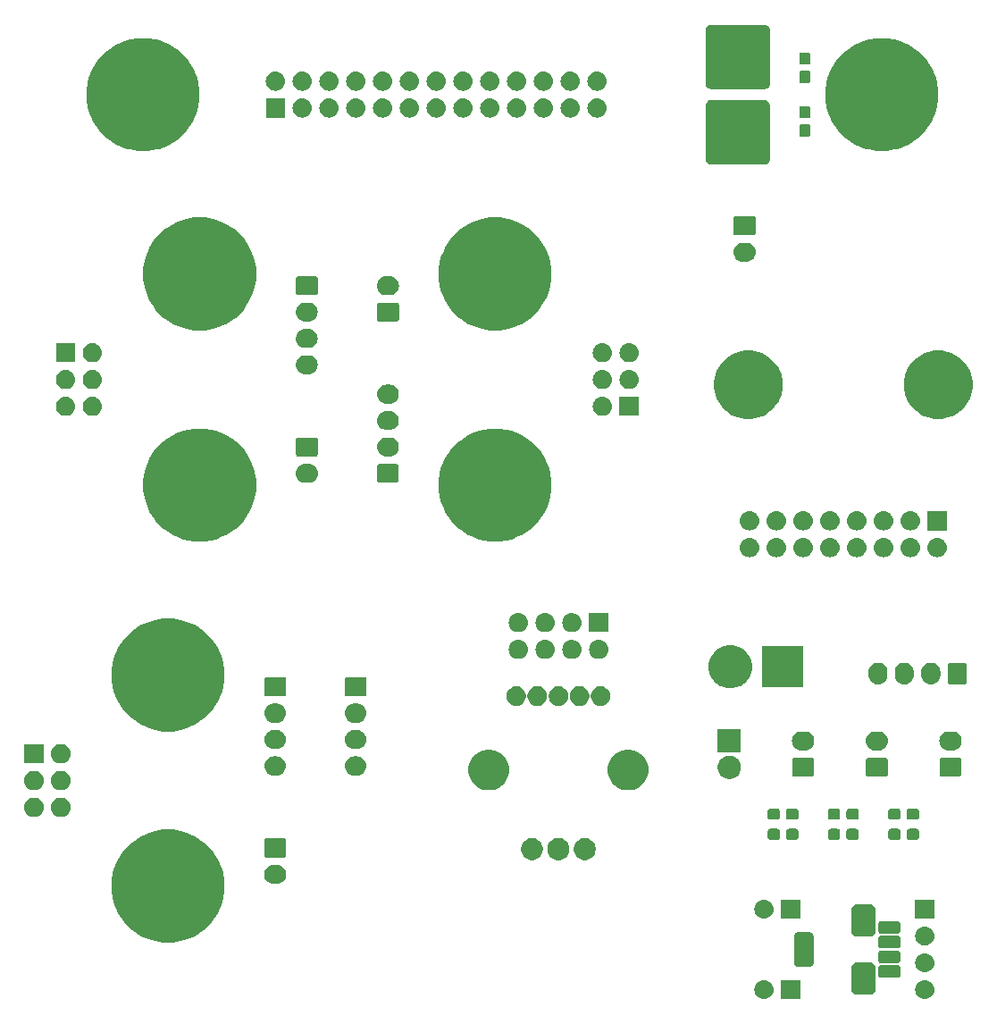
<source format=gbr>
%MOIN*%
%OFA0B0*%
%FSLAX46Y46*%
%IPPOS*%
%LPD*%
%ADD10C,0.0039370078740157488*%
%ADD21C,0.0039370078740157488*%
%ADD22C,0.0039370078740157488*%
%ADD23C,0.0039370078740157488*%
%ADD24C,0.0039370078740157488*%
%ADD25C,0.0039370078740157488*%
%ADD26C,0.0039370078740157488*%
D10*
G36*
X0003131275Y0000764798D02*
G01*
X0003133122Y0000764237D01*
X0003134824Y0000763328D01*
X0003136316Y0000762103D01*
X0003137540Y0000760611D01*
X0003138450Y0000758909D01*
X0003139010Y0000757062D01*
X0003139204Y0000755092D01*
X0003139204Y0000733490D01*
X0003139010Y0000731520D01*
X0003138450Y0000729673D01*
X0003137540Y0000727971D01*
X0003136316Y0000726479D01*
X0003134824Y0000725254D01*
X0003133122Y0000724344D01*
X0003131275Y0000723784D01*
X0003129305Y0000723590D01*
X0003103765Y0000723590D01*
X0003101795Y0000723784D01*
X0003099948Y0000724344D01*
X0003098246Y0000725254D01*
X0003096754Y0000726479D01*
X0003095530Y0000727971D01*
X0003094620Y0000729673D01*
X0003094060Y0000731520D01*
X0003093866Y0000733490D01*
X0003093866Y0000755092D01*
X0003094060Y0000757062D01*
X0003094620Y0000758909D01*
X0003095530Y0000760611D01*
X0003096754Y0000762103D01*
X0003098246Y0000763328D01*
X0003099948Y0000764237D01*
X0003101795Y0000764798D01*
X0003103765Y0000764992D01*
X0003129305Y0000764992D01*
X0003131275Y0000764798D01*
X0003131275Y0000764798D01*
G37*
G36*
X0003062377Y0000764798D02*
G01*
X0003064224Y0000764237D01*
X0003065926Y0000763328D01*
X0003067418Y0000762103D01*
X0003068642Y0000760611D01*
X0003069552Y0000758909D01*
X0003070113Y0000757062D01*
X0003070307Y0000755092D01*
X0003070307Y0000733490D01*
X0003070113Y0000731520D01*
X0003069552Y0000729673D01*
X0003068642Y0000727971D01*
X0003067418Y0000726479D01*
X0003065926Y0000725254D01*
X0003064224Y0000724344D01*
X0003062377Y0000723784D01*
X0003060407Y0000723590D01*
X0003034868Y0000723590D01*
X0003032897Y0000723784D01*
X0003031051Y0000724344D01*
X0003029349Y0000725254D01*
X0003027857Y0000726479D01*
X0003026632Y0000727971D01*
X0003025722Y0000729673D01*
X0003025162Y0000731520D01*
X0003024968Y0000733490D01*
X0003024968Y0000755092D01*
X0003025162Y0000757062D01*
X0003025722Y0000758909D01*
X0003026632Y0000760611D01*
X0003027857Y0000762103D01*
X0003029349Y0000763328D01*
X0003031051Y0000764237D01*
X0003032897Y0000764798D01*
X0003034868Y0000764992D01*
X0003060407Y0000764992D01*
X0003062377Y0000764798D01*
X0003062377Y0000764798D01*
G37*
G36*
X0003581275Y0000764798D02*
G01*
X0003583122Y0000764237D01*
X0003584824Y0000763328D01*
X0003586316Y0000762103D01*
X0003587540Y0000760611D01*
X0003588450Y0000758909D01*
X0003589010Y0000757062D01*
X0003589204Y0000755092D01*
X0003589204Y0000733490D01*
X0003589010Y0000731520D01*
X0003588450Y0000729673D01*
X0003587540Y0000727971D01*
X0003586316Y0000726479D01*
X0003584824Y0000725254D01*
X0003583122Y0000724344D01*
X0003581275Y0000723784D01*
X0003579305Y0000723590D01*
X0003553765Y0000723590D01*
X0003551795Y0000723784D01*
X0003549948Y0000724344D01*
X0003548246Y0000725254D01*
X0003546754Y0000726479D01*
X0003545530Y0000727971D01*
X0003544620Y0000729673D01*
X0003544060Y0000731520D01*
X0003543866Y0000733490D01*
X0003543866Y0000755092D01*
X0003544060Y0000757062D01*
X0003544620Y0000758909D01*
X0003545530Y0000760611D01*
X0003546754Y0000762103D01*
X0003548246Y0000763328D01*
X0003549948Y0000764237D01*
X0003551795Y0000764798D01*
X0003553765Y0000764992D01*
X0003579305Y0000764992D01*
X0003581275Y0000764798D01*
X0003581275Y0000764798D01*
G37*
G36*
X0003356275Y0000764798D02*
G01*
X0003358122Y0000764237D01*
X0003359824Y0000763328D01*
X0003361316Y0000762103D01*
X0003362540Y0000760611D01*
X0003363450Y0000758909D01*
X0003364010Y0000757062D01*
X0003364204Y0000755092D01*
X0003364204Y0000733490D01*
X0003364010Y0000731520D01*
X0003363450Y0000729673D01*
X0003362540Y0000727971D01*
X0003361316Y0000726479D01*
X0003359824Y0000725254D01*
X0003358122Y0000724344D01*
X0003356275Y0000723784D01*
X0003354305Y0000723590D01*
X0003328765Y0000723590D01*
X0003326795Y0000723784D01*
X0003324948Y0000724344D01*
X0003323246Y0000725254D01*
X0003321754Y0000726479D01*
X0003320530Y0000727971D01*
X0003319620Y0000729673D01*
X0003319060Y0000731520D01*
X0003318866Y0000733490D01*
X0003318866Y0000755092D01*
X0003319060Y0000757062D01*
X0003319620Y0000758909D01*
X0003320530Y0000760611D01*
X0003321754Y0000762103D01*
X0003323246Y0000763328D01*
X0003324948Y0000764237D01*
X0003326795Y0000764798D01*
X0003328765Y0000764992D01*
X0003354305Y0000764992D01*
X0003356275Y0000764798D01*
X0003356275Y0000764798D01*
G37*
G36*
X0003287377Y0000764798D02*
G01*
X0003289224Y0000764237D01*
X0003290926Y0000763328D01*
X0003292418Y0000762103D01*
X0003293642Y0000760611D01*
X0003294552Y0000758909D01*
X0003295113Y0000757062D01*
X0003295307Y0000755092D01*
X0003295307Y0000733490D01*
X0003295113Y0000731520D01*
X0003294552Y0000729673D01*
X0003293642Y0000727971D01*
X0003292418Y0000726479D01*
X0003290926Y0000725254D01*
X0003289224Y0000724344D01*
X0003287377Y0000723784D01*
X0003285407Y0000723590D01*
X0003259868Y0000723590D01*
X0003257897Y0000723784D01*
X0003256051Y0000724344D01*
X0003254349Y0000725254D01*
X0003252857Y0000726479D01*
X0003251632Y0000727971D01*
X0003250722Y0000729673D01*
X0003250162Y0000731520D01*
X0003249968Y0000733490D01*
X0003249968Y0000755092D01*
X0003250162Y0000757062D01*
X0003250722Y0000758909D01*
X0003251632Y0000760611D01*
X0003252857Y0000762103D01*
X0003254349Y0000763328D01*
X0003256051Y0000764237D01*
X0003257897Y0000764798D01*
X0003259868Y0000764992D01*
X0003285407Y0000764992D01*
X0003287377Y0000764798D01*
X0003287377Y0000764798D01*
G37*
G36*
X0003512377Y0000764798D02*
G01*
X0003514224Y0000764237D01*
X0003515926Y0000763328D01*
X0003517418Y0000762103D01*
X0003518642Y0000760611D01*
X0003519552Y0000758909D01*
X0003520113Y0000757062D01*
X0003520307Y0000755092D01*
X0003520307Y0000733490D01*
X0003520113Y0000731520D01*
X0003519552Y0000729673D01*
X0003518642Y0000727971D01*
X0003517418Y0000726479D01*
X0003515926Y0000725254D01*
X0003514224Y0000724344D01*
X0003512377Y0000723784D01*
X0003510407Y0000723590D01*
X0003484868Y0000723590D01*
X0003482897Y0000723784D01*
X0003481051Y0000724344D01*
X0003479349Y0000725254D01*
X0003477857Y0000726479D01*
X0003476632Y0000727971D01*
X0003475722Y0000729673D01*
X0003475162Y0000731520D01*
X0003474968Y0000733490D01*
X0003474968Y0000755092D01*
X0003475162Y0000757062D01*
X0003475722Y0000758909D01*
X0003476632Y0000760611D01*
X0003477857Y0000762103D01*
X0003479349Y0000763328D01*
X0003481051Y0000764237D01*
X0003482897Y0000764798D01*
X0003484868Y0000764992D01*
X0003510407Y0000764992D01*
X0003512377Y0000764798D01*
X0003512377Y0000764798D01*
G37*
G36*
X0003287377Y0000839798D02*
G01*
X0003289224Y0000839237D01*
X0003290926Y0000838328D01*
X0003292418Y0000837103D01*
X0003293642Y0000835611D01*
X0003294552Y0000833909D01*
X0003295113Y0000832062D01*
X0003295307Y0000830092D01*
X0003295307Y0000808490D01*
X0003295113Y0000806520D01*
X0003294552Y0000804673D01*
X0003293642Y0000802971D01*
X0003292418Y0000801479D01*
X0003290926Y0000800254D01*
X0003289224Y0000799344D01*
X0003287377Y0000798784D01*
X0003285407Y0000798590D01*
X0003259868Y0000798590D01*
X0003257897Y0000798784D01*
X0003256051Y0000799344D01*
X0003254349Y0000800254D01*
X0003252857Y0000801479D01*
X0003251632Y0000802971D01*
X0003250722Y0000804673D01*
X0003250162Y0000806520D01*
X0003249968Y0000808490D01*
X0003249968Y0000830092D01*
X0003250162Y0000832062D01*
X0003250722Y0000833909D01*
X0003251632Y0000835611D01*
X0003252857Y0000837103D01*
X0003254349Y0000838328D01*
X0003256051Y0000839237D01*
X0003257897Y0000839798D01*
X0003259868Y0000839992D01*
X0003285407Y0000839992D01*
X0003287377Y0000839798D01*
X0003287377Y0000839798D01*
G37*
G36*
X0003581275Y0000839798D02*
G01*
X0003583122Y0000839237D01*
X0003584824Y0000838328D01*
X0003586316Y0000837103D01*
X0003587540Y0000835611D01*
X0003588450Y0000833909D01*
X0003589010Y0000832062D01*
X0003589204Y0000830092D01*
X0003589204Y0000808490D01*
X0003589010Y0000806520D01*
X0003588450Y0000804673D01*
X0003587540Y0000802971D01*
X0003586316Y0000801479D01*
X0003584824Y0000800254D01*
X0003583122Y0000799344D01*
X0003581275Y0000798784D01*
X0003579305Y0000798590D01*
X0003553765Y0000798590D01*
X0003551795Y0000798784D01*
X0003549948Y0000799344D01*
X0003548246Y0000800254D01*
X0003546754Y0000801479D01*
X0003545530Y0000802971D01*
X0003544620Y0000804673D01*
X0003544060Y0000806520D01*
X0003543866Y0000808490D01*
X0003543866Y0000830092D01*
X0003544060Y0000832062D01*
X0003544620Y0000833909D01*
X0003545530Y0000835611D01*
X0003546754Y0000837103D01*
X0003548246Y0000838328D01*
X0003549948Y0000839237D01*
X0003551795Y0000839798D01*
X0003553765Y0000839992D01*
X0003579305Y0000839992D01*
X0003581275Y0000839798D01*
X0003581275Y0000839798D01*
G37*
G36*
X0003512377Y0000839798D02*
G01*
X0003514224Y0000839237D01*
X0003515926Y0000838328D01*
X0003517418Y0000837103D01*
X0003518642Y0000835611D01*
X0003519552Y0000833909D01*
X0003520113Y0000832062D01*
X0003520307Y0000830092D01*
X0003520307Y0000808490D01*
X0003520113Y0000806520D01*
X0003519552Y0000804673D01*
X0003518642Y0000802971D01*
X0003517418Y0000801479D01*
X0003515926Y0000800254D01*
X0003514224Y0000799344D01*
X0003512377Y0000798784D01*
X0003510407Y0000798590D01*
X0003484868Y0000798590D01*
X0003482897Y0000798784D01*
X0003481051Y0000799344D01*
X0003479349Y0000800254D01*
X0003477857Y0000801479D01*
X0003476632Y0000802971D01*
X0003475722Y0000804673D01*
X0003475162Y0000806520D01*
X0003474968Y0000808490D01*
X0003474968Y0000830092D01*
X0003475162Y0000832062D01*
X0003475722Y0000833909D01*
X0003476632Y0000835611D01*
X0003477857Y0000837103D01*
X0003479349Y0000838328D01*
X0003481051Y0000839237D01*
X0003482897Y0000839798D01*
X0003484868Y0000839992D01*
X0003510407Y0000839992D01*
X0003512377Y0000839798D01*
X0003512377Y0000839798D01*
G37*
G36*
X0003131275Y0000839798D02*
G01*
X0003133122Y0000839237D01*
X0003134824Y0000838328D01*
X0003136316Y0000837103D01*
X0003137540Y0000835611D01*
X0003138450Y0000833909D01*
X0003139010Y0000832062D01*
X0003139204Y0000830092D01*
X0003139204Y0000808490D01*
X0003139010Y0000806520D01*
X0003138450Y0000804673D01*
X0003137540Y0000802971D01*
X0003136316Y0000801479D01*
X0003134824Y0000800254D01*
X0003133122Y0000799344D01*
X0003131275Y0000798784D01*
X0003129305Y0000798590D01*
X0003103765Y0000798590D01*
X0003101795Y0000798784D01*
X0003099948Y0000799344D01*
X0003098246Y0000800254D01*
X0003096754Y0000801479D01*
X0003095530Y0000802971D01*
X0003094620Y0000804673D01*
X0003094060Y0000806520D01*
X0003093866Y0000808490D01*
X0003093866Y0000830092D01*
X0003094060Y0000832062D01*
X0003094620Y0000833909D01*
X0003095530Y0000835611D01*
X0003096754Y0000837103D01*
X0003098246Y0000838328D01*
X0003099948Y0000839237D01*
X0003101795Y0000839798D01*
X0003103765Y0000839992D01*
X0003129305Y0000839992D01*
X0003131275Y0000839798D01*
X0003131275Y0000839798D01*
G37*
G36*
X0003062377Y0000839798D02*
G01*
X0003064224Y0000839237D01*
X0003065926Y0000838328D01*
X0003067418Y0000837103D01*
X0003068642Y0000835611D01*
X0003069552Y0000833909D01*
X0003070113Y0000832062D01*
X0003070307Y0000830092D01*
X0003070307Y0000808490D01*
X0003070113Y0000806520D01*
X0003069552Y0000804673D01*
X0003068642Y0000802971D01*
X0003067418Y0000801479D01*
X0003065926Y0000800254D01*
X0003064224Y0000799344D01*
X0003062377Y0000798784D01*
X0003060407Y0000798590D01*
X0003034868Y0000798590D01*
X0003032897Y0000798784D01*
X0003031051Y0000799344D01*
X0003029349Y0000800254D01*
X0003027857Y0000801479D01*
X0003026632Y0000802971D01*
X0003025722Y0000804673D01*
X0003025162Y0000806520D01*
X0003024968Y0000808490D01*
X0003024968Y0000830092D01*
X0003025162Y0000832062D01*
X0003025722Y0000833909D01*
X0003026632Y0000835611D01*
X0003027857Y0000837103D01*
X0003029349Y0000838328D01*
X0003031051Y0000839237D01*
X0003032897Y0000839798D01*
X0003034868Y0000839992D01*
X0003060407Y0000839992D01*
X0003062377Y0000839798D01*
X0003062377Y0000839798D01*
G37*
G36*
X0003356275Y0000839798D02*
G01*
X0003358122Y0000839237D01*
X0003359824Y0000838328D01*
X0003361316Y0000837103D01*
X0003362540Y0000835611D01*
X0003363450Y0000833909D01*
X0003364010Y0000832062D01*
X0003364204Y0000830092D01*
X0003364204Y0000808490D01*
X0003364010Y0000806520D01*
X0003363450Y0000804673D01*
X0003362540Y0000802971D01*
X0003361316Y0000801479D01*
X0003359824Y0000800254D01*
X0003358122Y0000799344D01*
X0003356275Y0000798784D01*
X0003354305Y0000798590D01*
X0003328765Y0000798590D01*
X0003326795Y0000798784D01*
X0003324948Y0000799344D01*
X0003323246Y0000800254D01*
X0003321754Y0000801479D01*
X0003320530Y0000802971D01*
X0003319620Y0000804673D01*
X0003319060Y0000806520D01*
X0003318866Y0000808490D01*
X0003318866Y0000830092D01*
X0003319060Y0000832062D01*
X0003319620Y0000833909D01*
X0003320530Y0000835611D01*
X0003321754Y0000837103D01*
X0003323246Y0000838328D01*
X0003324948Y0000839237D01*
X0003326795Y0000839798D01*
X0003328765Y0000839992D01*
X0003354305Y0000839992D01*
X0003356275Y0000839798D01*
X0003356275Y0000839798D01*
G37*
G36*
X0002894727Y0001035964D02*
G01*
X0002902615Y0001032697D01*
X0002909713Y0001027954D01*
X0002915749Y0001021918D01*
X0002920492Y0001014819D01*
X0002923759Y0001006932D01*
X0002925425Y0000998559D01*
X0002925425Y0000990022D01*
X0002923759Y0000981649D01*
X0002920492Y0000973762D01*
X0002915749Y0000966664D01*
X0002909713Y0000960628D01*
X0002902615Y0000955885D01*
X0002894727Y0000952618D01*
X0002886355Y0000950952D01*
X0002877818Y0000950952D01*
X0002869445Y0000952618D01*
X0002861558Y0000955885D01*
X0002854459Y0000960628D01*
X0002848423Y0000966664D01*
X0002843680Y0000973762D01*
X0002840413Y0000981649D01*
X0002838748Y0000990022D01*
X0002838748Y0000998559D01*
X0002840413Y0001006932D01*
X0002843680Y0001014819D01*
X0002848423Y0001021918D01*
X0002854459Y0001027954D01*
X0002861558Y0001032697D01*
X0002869445Y0001035964D01*
X0002877818Y0001037629D01*
X0002886355Y0001037629D01*
X0002894727Y0001035964D01*
X0002894727Y0001035964D01*
G37*
G36*
X0003190628Y0001029564D02*
G01*
X0003192451Y0001029011D01*
X0003194131Y0001028112D01*
X0003195604Y0001026904D01*
X0003196813Y0001025431D01*
X0003197712Y0001023750D01*
X0003198265Y0001021927D01*
X0003198456Y0001019981D01*
X0003198456Y0000968600D01*
X0003198265Y0000966655D01*
X0003197712Y0000964832D01*
X0003196813Y0000963151D01*
X0003195604Y0000961678D01*
X0003194131Y0000960469D01*
X0003192451Y0000959571D01*
X0003190628Y0000959018D01*
X0003188682Y0000958826D01*
X0003125490Y0000958826D01*
X0003123545Y0000959018D01*
X0003121721Y0000959571D01*
X0003120041Y0000960469D01*
X0003118568Y0000961678D01*
X0003117359Y0000963151D01*
X0003116461Y0000964832D01*
X0003115908Y0000966655D01*
X0003115716Y0000968600D01*
X0003115716Y0001019981D01*
X0003115908Y0001021927D01*
X0003116461Y0001023750D01*
X0003117359Y0001025431D01*
X0003118568Y0001026904D01*
X0003120041Y0001028112D01*
X0003121721Y0001029011D01*
X0003123545Y0001029564D01*
X0003125490Y0001029755D01*
X0003188682Y0001029755D01*
X0003190628Y0001029564D01*
X0003190628Y0001029564D01*
G37*
G36*
X0003740628Y0001029564D02*
G01*
X0003742451Y0001029011D01*
X0003744131Y0001028112D01*
X0003745604Y0001026904D01*
X0003746813Y0001025431D01*
X0003747712Y0001023750D01*
X0003748265Y0001021927D01*
X0003748456Y0001019981D01*
X0003748456Y0000968600D01*
X0003748265Y0000966655D01*
X0003747712Y0000964832D01*
X0003746813Y0000963151D01*
X0003745604Y0000961678D01*
X0003744131Y0000960469D01*
X0003742451Y0000959571D01*
X0003740628Y0000959018D01*
X0003738682Y0000958826D01*
X0003675490Y0000958826D01*
X0003673545Y0000959018D01*
X0003671721Y0000959571D01*
X0003670041Y0000960469D01*
X0003668568Y0000961678D01*
X0003667359Y0000963151D01*
X0003666461Y0000964832D01*
X0003665908Y0000966655D01*
X0003665716Y0000968600D01*
X0003665716Y0001019981D01*
X0003665908Y0001021927D01*
X0003666461Y0001023750D01*
X0003667359Y0001025431D01*
X0003668568Y0001026904D01*
X0003670041Y0001028112D01*
X0003671721Y0001029011D01*
X0003673545Y0001029564D01*
X0003675490Y0001029755D01*
X0003738682Y0001029755D01*
X0003740628Y0001029564D01*
X0003740628Y0001029564D01*
G37*
G36*
X0003465628Y0001029564D02*
G01*
X0003467451Y0001029011D01*
X0003469131Y0001028112D01*
X0003470604Y0001026904D01*
X0003471813Y0001025431D01*
X0003472712Y0001023750D01*
X0003473265Y0001021927D01*
X0003473456Y0001019981D01*
X0003473456Y0000968600D01*
X0003473265Y0000966655D01*
X0003472712Y0000964832D01*
X0003471813Y0000963151D01*
X0003470604Y0000961678D01*
X0003469131Y0000960469D01*
X0003467451Y0000959571D01*
X0003465628Y0000959018D01*
X0003463682Y0000958826D01*
X0003400490Y0000958826D01*
X0003398545Y0000959018D01*
X0003396721Y0000959571D01*
X0003395041Y0000960469D01*
X0003393568Y0000961678D01*
X0003392359Y0000963151D01*
X0003391461Y0000964832D01*
X0003390908Y0000966655D01*
X0003390716Y0000968600D01*
X0003390716Y0001019981D01*
X0003390908Y0001021927D01*
X0003391461Y0001023750D01*
X0003392359Y0001025431D01*
X0003393568Y0001026904D01*
X0003395041Y0001028112D01*
X0003396721Y0001029011D01*
X0003398545Y0001029564D01*
X0003400490Y0001029755D01*
X0003463682Y0001029755D01*
X0003465628Y0001029564D01*
X0003465628Y0001029564D01*
G37*
G36*
X0002925425Y0001050952D02*
G01*
X0002838748Y0001050952D01*
X0002838748Y0001137629D01*
X0002925425Y0001137629D01*
X0002925425Y0001050952D01*
X0002925425Y0001050952D01*
G37*
G36*
X0003169944Y0001127667D02*
G01*
X0003169944Y0001127667D01*
X0003176629Y0001125640D01*
X0003182790Y0001122346D01*
X0003188190Y0001117915D01*
X0003192622Y0001112514D01*
X0003195915Y0001106353D01*
X0003197711Y0001100433D01*
X0003197943Y0001099668D01*
X0003198628Y0001092716D01*
X0003197943Y0001085764D01*
X0003197943Y0001085764D01*
X0003195915Y0001079079D01*
X0003192622Y0001072918D01*
X0003188190Y0001067517D01*
X0003182790Y0001063086D01*
X0003176629Y0001059792D01*
X0003170708Y0001057997D01*
X0003169944Y0001057765D01*
X0003164734Y0001057251D01*
X0003149439Y0001057251D01*
X0003144228Y0001057765D01*
X0003143464Y0001057997D01*
X0003137543Y0001059792D01*
X0003131382Y0001063086D01*
X0003125982Y0001067517D01*
X0003121550Y0001072918D01*
X0003118257Y0001079079D01*
X0003116229Y0001085764D01*
X0003116229Y0001085764D01*
X0003115544Y0001092716D01*
X0003116229Y0001099668D01*
X0003116461Y0001100433D01*
X0003118257Y0001106353D01*
X0003121550Y0001112514D01*
X0003125982Y0001117915D01*
X0003131382Y0001122346D01*
X0003137543Y0001125640D01*
X0003144228Y0001127667D01*
X0003144228Y0001127667D01*
X0003149439Y0001128181D01*
X0003164734Y0001128181D01*
X0003169944Y0001127667D01*
X0003169944Y0001127667D01*
G37*
G36*
X0003719944Y0001127667D02*
G01*
X0003719944Y0001127667D01*
X0003726629Y0001125640D01*
X0003732790Y0001122346D01*
X0003738190Y0001117915D01*
X0003742622Y0001112514D01*
X0003745915Y0001106353D01*
X0003747711Y0001100433D01*
X0003747943Y0001099668D01*
X0003748628Y0001092716D01*
X0003747943Y0001085764D01*
X0003747943Y0001085764D01*
X0003745915Y0001079079D01*
X0003742622Y0001072918D01*
X0003738190Y0001067517D01*
X0003732790Y0001063086D01*
X0003726629Y0001059792D01*
X0003720708Y0001057997D01*
X0003719944Y0001057765D01*
X0003714734Y0001057251D01*
X0003699439Y0001057251D01*
X0003694228Y0001057765D01*
X0003693464Y0001057997D01*
X0003687543Y0001059792D01*
X0003681382Y0001063086D01*
X0003675982Y0001067517D01*
X0003671550Y0001072918D01*
X0003668257Y0001079079D01*
X0003666229Y0001085764D01*
X0003666229Y0001085764D01*
X0003665544Y0001092716D01*
X0003666229Y0001099668D01*
X0003666461Y0001100433D01*
X0003668257Y0001106353D01*
X0003671550Y0001112514D01*
X0003675982Y0001117915D01*
X0003681382Y0001122346D01*
X0003687543Y0001125640D01*
X0003694228Y0001127667D01*
X0003694228Y0001127667D01*
X0003699439Y0001128181D01*
X0003714734Y0001128181D01*
X0003719944Y0001127667D01*
X0003719944Y0001127667D01*
G37*
G36*
X0003444944Y0001127667D02*
G01*
X0003444944Y0001127667D01*
X0003451629Y0001125640D01*
X0003457790Y0001122346D01*
X0003463190Y0001117915D01*
X0003467622Y0001112514D01*
X0003470915Y0001106353D01*
X0003472711Y0001100433D01*
X0003472943Y0001099668D01*
X0003473628Y0001092716D01*
X0003472943Y0001085764D01*
X0003472943Y0001085764D01*
X0003470915Y0001079079D01*
X0003467622Y0001072918D01*
X0003463190Y0001067517D01*
X0003457790Y0001063086D01*
X0003451629Y0001059792D01*
X0003445708Y0001057997D01*
X0003444944Y0001057765D01*
X0003439734Y0001057251D01*
X0003424439Y0001057251D01*
X0003419228Y0001057765D01*
X0003418464Y0001057997D01*
X0003412543Y0001059792D01*
X0003406382Y0001063086D01*
X0003400982Y0001067517D01*
X0003396550Y0001072918D01*
X0003393257Y0001079079D01*
X0003391229Y0001085764D01*
X0003391229Y0001085764D01*
X0003390544Y0001092716D01*
X0003391229Y0001099668D01*
X0003391461Y0001100433D01*
X0003393257Y0001106353D01*
X0003396550Y0001112514D01*
X0003400982Y0001117915D01*
X0003406382Y0001122346D01*
X0003412543Y0001125640D01*
X0003419228Y0001127667D01*
X0003419228Y0001127667D01*
X0003424439Y0001128181D01*
X0003439734Y0001128181D01*
X0003444944Y0001127667D01*
X0003444944Y0001127667D01*
G37*
G36*
X0002908787Y0001446928D02*
G01*
X0002916982Y0001443533D01*
X0002923481Y0001440842D01*
X0002936705Y0001432006D01*
X0002947951Y0001420760D01*
X0002956787Y0001407536D01*
X0002959478Y0001401037D01*
X0002962873Y0001392842D01*
X0002965976Y0001377243D01*
X0002965976Y0001361339D01*
X0002962873Y0001345740D01*
X0002959513Y0001337628D01*
X0002956787Y0001331046D01*
X0002947951Y0001317822D01*
X0002936705Y0001306576D01*
X0002923481Y0001297740D01*
X0002916982Y0001295048D01*
X0002908787Y0001291653D01*
X0002893188Y0001288551D01*
X0002877284Y0001288551D01*
X0002861685Y0001291653D01*
X0002853489Y0001295048D01*
X0002846991Y0001297740D01*
X0002833767Y0001306576D01*
X0002822521Y0001317822D01*
X0002813685Y0001331046D01*
X0002810959Y0001337628D01*
X0002807598Y0001345740D01*
X0002804496Y0001361339D01*
X0002804496Y0001377243D01*
X0002807598Y0001392842D01*
X0002810993Y0001401037D01*
X0002813685Y0001407536D01*
X0002822521Y0001420760D01*
X0002833767Y0001432006D01*
X0002846991Y0001440842D01*
X0002853489Y0001443533D01*
X0002861685Y0001446928D01*
X0002877284Y0001450031D01*
X0002893188Y0001450031D01*
X0002908787Y0001446928D01*
X0002908787Y0001446928D01*
G37*
G36*
X0003158889Y0001292488D02*
G01*
X0003005283Y0001292488D01*
X0003005283Y0001446094D01*
X0003158889Y0001446094D01*
X0003158889Y0001292488D01*
X0003158889Y0001292488D01*
G37*
G36*
X0003542188Y0001384163D02*
G01*
X0003542188Y0001384163D01*
X0003548873Y0001382136D01*
X0003555034Y0001378842D01*
X0003560434Y0001374411D01*
X0003564866Y0001369010D01*
X0003568159Y0001362849D01*
X0003568618Y0001361339D01*
X0003570187Y0001356164D01*
X0003570700Y0001350954D01*
X0003570700Y0001337627D01*
X0003570187Y0001332417D01*
X0003570187Y0001332417D01*
X0003570187Y0001332417D01*
X0003568159Y0001325732D01*
X0003564866Y0001319571D01*
X0003560434Y0001314171D01*
X0003555034Y0001309739D01*
X0003548873Y0001306446D01*
X0003543114Y0001304699D01*
X0003542188Y0001304418D01*
X0003535236Y0001303733D01*
X0003528283Y0001304418D01*
X0003527358Y0001304699D01*
X0003521598Y0001306446D01*
X0003515437Y0001309739D01*
X0003510037Y0001314171D01*
X0003505605Y0001319571D01*
X0003502312Y0001325732D01*
X0003500284Y0001332417D01*
X0003500284Y0001332417D01*
X0003499771Y0001337628D01*
X0003499771Y0001350954D01*
X0003500284Y0001356164D01*
X0003500516Y0001356929D01*
X0003502312Y0001362849D01*
X0003505605Y0001369010D01*
X0003510037Y0001374411D01*
X0003515437Y0001378842D01*
X0003521598Y0001382136D01*
X0003528283Y0001384163D01*
X0003528283Y0001384163D01*
X0003535236Y0001384848D01*
X0003542188Y0001384163D01*
X0003542188Y0001384163D01*
G37*
G36*
X0003640613Y0001384163D02*
G01*
X0003640613Y0001384163D01*
X0003647298Y0001382136D01*
X0003653459Y0001378842D01*
X0003658859Y0001374411D01*
X0003663291Y0001369010D01*
X0003666584Y0001362849D01*
X0003667043Y0001361339D01*
X0003668612Y0001356164D01*
X0003669125Y0001350954D01*
X0003669125Y0001337627D01*
X0003668612Y0001332417D01*
X0003668612Y0001332417D01*
X0003668612Y0001332417D01*
X0003666584Y0001325732D01*
X0003663291Y0001319571D01*
X0003658859Y0001314171D01*
X0003653459Y0001309739D01*
X0003647298Y0001306446D01*
X0003641539Y0001304699D01*
X0003640613Y0001304418D01*
X0003633661Y0001303733D01*
X0003626709Y0001304418D01*
X0003625783Y0001304699D01*
X0003620024Y0001306446D01*
X0003613863Y0001309739D01*
X0003608462Y0001314171D01*
X0003604031Y0001319571D01*
X0003600737Y0001325732D01*
X0003598710Y0001332417D01*
X0003598710Y0001332417D01*
X0003598196Y0001337628D01*
X0003598196Y0001350954D01*
X0003598710Y0001356164D01*
X0003598941Y0001356929D01*
X0003600737Y0001362849D01*
X0003604031Y0001369010D01*
X0003608462Y0001374411D01*
X0003613863Y0001378842D01*
X0003620024Y0001382136D01*
X0003626709Y0001384163D01*
X0003626709Y0001384163D01*
X0003633661Y0001384848D01*
X0003640613Y0001384163D01*
X0003640613Y0001384163D01*
G37*
G36*
X0003443763Y0001384163D02*
G01*
X0003443763Y0001384163D01*
X0003450448Y0001382136D01*
X0003456609Y0001378842D01*
X0003462009Y0001374411D01*
X0003466441Y0001369010D01*
X0003469734Y0001362849D01*
X0003470192Y0001361339D01*
X0003471762Y0001356164D01*
X0003472275Y0001350954D01*
X0003472275Y0001337627D01*
X0003471762Y0001332417D01*
X0003471762Y0001332417D01*
X0003471762Y0001332417D01*
X0003469734Y0001325732D01*
X0003466441Y0001319571D01*
X0003462009Y0001314171D01*
X0003456609Y0001309739D01*
X0003450448Y0001306446D01*
X0003444689Y0001304699D01*
X0003443763Y0001304418D01*
X0003436811Y0001303733D01*
X0003429858Y0001304418D01*
X0003428932Y0001304699D01*
X0003423173Y0001306446D01*
X0003417012Y0001309739D01*
X0003411612Y0001314171D01*
X0003407180Y0001319571D01*
X0003403887Y0001325732D01*
X0003401859Y0001332417D01*
X0003401859Y0001332417D01*
X0003401346Y0001337628D01*
X0003401346Y0001350954D01*
X0003401859Y0001356164D01*
X0003402091Y0001356929D01*
X0003403887Y0001362849D01*
X0003407180Y0001369010D01*
X0003411612Y0001374411D01*
X0003417012Y0001378842D01*
X0003423173Y0001382136D01*
X0003429858Y0001384163D01*
X0003429858Y0001384163D01*
X0003436811Y0001384848D01*
X0003443763Y0001384163D01*
X0003443763Y0001384163D01*
G37*
G36*
X0003759722Y0001384485D02*
G01*
X0003761545Y0001383932D01*
X0003763226Y0001383034D01*
X0003764699Y0001381825D01*
X0003765908Y0001380352D01*
X0003766806Y0001378671D01*
X0003767359Y0001376848D01*
X0003767551Y0001374903D01*
X0003767551Y0001313679D01*
X0003767359Y0001311733D01*
X0003766806Y0001309910D01*
X0003765908Y0001308230D01*
X0003764699Y0001306757D01*
X0003763226Y0001305548D01*
X0003761545Y0001304650D01*
X0003759722Y0001304097D01*
X0003757777Y0001303905D01*
X0003706396Y0001303905D01*
X0003704450Y0001304097D01*
X0003702627Y0001304650D01*
X0003700946Y0001305548D01*
X0003699473Y0001306757D01*
X0003698265Y0001308230D01*
X0003697366Y0001309910D01*
X0003696813Y0001311733D01*
X0003696622Y0001313679D01*
X0003696622Y0001374903D01*
X0003696813Y0001376848D01*
X0003697366Y0001378671D01*
X0003698265Y0001380352D01*
X0003699473Y0001381825D01*
X0003700946Y0001383034D01*
X0003702627Y0001383932D01*
X0003704450Y0001384485D01*
X0003706396Y0001384677D01*
X0003757777Y0001384677D01*
X0003759722Y0001384485D01*
X0003759722Y0001384485D01*
G37*
G36*
X0003660177Y0001850042D02*
G01*
X0003664143Y0001849652D01*
X0003670929Y0001847593D01*
X0003677183Y0001844250D01*
X0003679127Y0001842656D01*
X0003682665Y0001839752D01*
X0003685569Y0001836213D01*
X0003687164Y0001834270D01*
X0003690507Y0001828016D01*
X0003692565Y0001821230D01*
X0003693260Y0001814173D01*
X0003692565Y0001807115D01*
X0003690507Y0001800330D01*
X0003687164Y0001794075D01*
X0003685569Y0001792132D01*
X0003682665Y0001788594D01*
X0003679127Y0001785690D01*
X0003677183Y0001784095D01*
X0003670929Y0001780752D01*
X0003664143Y0001778694D01*
X0003660177Y0001778303D01*
X0003658855Y0001778173D01*
X0003655318Y0001778173D01*
X0003653995Y0001778303D01*
X0003650029Y0001778694D01*
X0003643243Y0001780752D01*
X0003636989Y0001784095D01*
X0003635045Y0001785690D01*
X0003631507Y0001788594D01*
X0003628603Y0001792132D01*
X0003627008Y0001794075D01*
X0003623665Y0001800330D01*
X0003621607Y0001807115D01*
X0003620912Y0001814173D01*
X0003621607Y0001821230D01*
X0003623665Y0001828016D01*
X0003627008Y0001834270D01*
X0003628603Y0001836213D01*
X0003631507Y0001839752D01*
X0003635045Y0001842656D01*
X0003636989Y0001844250D01*
X0003643243Y0001847593D01*
X0003650029Y0001849652D01*
X0003653995Y0001850042D01*
X0003655318Y0001850173D01*
X0003658855Y0001850173D01*
X0003660177Y0001850042D01*
X0003660177Y0001850042D01*
G37*
G36*
X0003560177Y0001850042D02*
G01*
X0003564143Y0001849652D01*
X0003570929Y0001847593D01*
X0003577183Y0001844250D01*
X0003579127Y0001842656D01*
X0003582665Y0001839752D01*
X0003585569Y0001836213D01*
X0003587164Y0001834270D01*
X0003590507Y0001828016D01*
X0003592565Y0001821230D01*
X0003593260Y0001814173D01*
X0003592565Y0001807115D01*
X0003590507Y0001800330D01*
X0003587164Y0001794075D01*
X0003585569Y0001792132D01*
X0003582665Y0001788594D01*
X0003579127Y0001785690D01*
X0003577183Y0001784095D01*
X0003570929Y0001780752D01*
X0003564143Y0001778694D01*
X0003560177Y0001778303D01*
X0003558855Y0001778173D01*
X0003555318Y0001778173D01*
X0003553995Y0001778303D01*
X0003550029Y0001778694D01*
X0003543243Y0001780752D01*
X0003536989Y0001784095D01*
X0003535045Y0001785690D01*
X0003531507Y0001788594D01*
X0003528603Y0001792132D01*
X0003527008Y0001794075D01*
X0003523665Y0001800330D01*
X0003521607Y0001807115D01*
X0003520912Y0001814173D01*
X0003521607Y0001821230D01*
X0003523665Y0001828016D01*
X0003527008Y0001834270D01*
X0003528603Y0001836213D01*
X0003531507Y0001839752D01*
X0003535045Y0001842656D01*
X0003536989Y0001844250D01*
X0003543243Y0001847593D01*
X0003550029Y0001849652D01*
X0003553995Y0001850042D01*
X0003555318Y0001850173D01*
X0003558855Y0001850173D01*
X0003560177Y0001850042D01*
X0003560177Y0001850042D01*
G37*
G36*
X0003460177Y0001850042D02*
G01*
X0003464143Y0001849652D01*
X0003470929Y0001847593D01*
X0003477183Y0001844250D01*
X0003479127Y0001842656D01*
X0003482665Y0001839752D01*
X0003485569Y0001836213D01*
X0003487164Y0001834270D01*
X0003490507Y0001828016D01*
X0003492565Y0001821230D01*
X0003493260Y0001814173D01*
X0003492565Y0001807115D01*
X0003490507Y0001800330D01*
X0003487164Y0001794075D01*
X0003485569Y0001792132D01*
X0003482665Y0001788594D01*
X0003479127Y0001785690D01*
X0003477183Y0001784095D01*
X0003470929Y0001780752D01*
X0003464143Y0001778694D01*
X0003460177Y0001778303D01*
X0003458855Y0001778173D01*
X0003455318Y0001778173D01*
X0003453995Y0001778303D01*
X0003450029Y0001778694D01*
X0003443243Y0001780752D01*
X0003436989Y0001784095D01*
X0003435045Y0001785690D01*
X0003431507Y0001788594D01*
X0003428603Y0001792132D01*
X0003427008Y0001794075D01*
X0003423665Y0001800330D01*
X0003421607Y0001807115D01*
X0003420912Y0001814173D01*
X0003421607Y0001821230D01*
X0003423665Y0001828016D01*
X0003427008Y0001834270D01*
X0003428603Y0001836213D01*
X0003431507Y0001839752D01*
X0003435045Y0001842656D01*
X0003436989Y0001844250D01*
X0003443243Y0001847593D01*
X0003450029Y0001849652D01*
X0003453995Y0001850042D01*
X0003455318Y0001850173D01*
X0003458855Y0001850173D01*
X0003460177Y0001850042D01*
X0003460177Y0001850042D01*
G37*
G36*
X0003360177Y0001850042D02*
G01*
X0003364143Y0001849652D01*
X0003370929Y0001847593D01*
X0003377183Y0001844250D01*
X0003379127Y0001842656D01*
X0003382665Y0001839752D01*
X0003385569Y0001836213D01*
X0003387164Y0001834270D01*
X0003390507Y0001828016D01*
X0003392565Y0001821230D01*
X0003393260Y0001814173D01*
X0003392565Y0001807115D01*
X0003390507Y0001800330D01*
X0003387164Y0001794075D01*
X0003385569Y0001792132D01*
X0003382665Y0001788594D01*
X0003379127Y0001785690D01*
X0003377183Y0001784095D01*
X0003370929Y0001780752D01*
X0003364143Y0001778694D01*
X0003360177Y0001778303D01*
X0003358855Y0001778173D01*
X0003355318Y0001778173D01*
X0003353995Y0001778303D01*
X0003350029Y0001778694D01*
X0003343243Y0001780752D01*
X0003336989Y0001784095D01*
X0003335045Y0001785690D01*
X0003331507Y0001788594D01*
X0003328603Y0001792132D01*
X0003327008Y0001794075D01*
X0003323665Y0001800330D01*
X0003321607Y0001807115D01*
X0003320912Y0001814173D01*
X0003321607Y0001821230D01*
X0003323665Y0001828016D01*
X0003327008Y0001834270D01*
X0003328603Y0001836213D01*
X0003331507Y0001839752D01*
X0003335045Y0001842656D01*
X0003336989Y0001844250D01*
X0003343243Y0001847593D01*
X0003350029Y0001849652D01*
X0003353995Y0001850042D01*
X0003355318Y0001850173D01*
X0003358855Y0001850173D01*
X0003360177Y0001850042D01*
X0003360177Y0001850042D01*
G37*
G36*
X0003260177Y0001850042D02*
G01*
X0003264143Y0001849652D01*
X0003270929Y0001847593D01*
X0003277183Y0001844250D01*
X0003279127Y0001842656D01*
X0003282665Y0001839752D01*
X0003285569Y0001836213D01*
X0003287164Y0001834270D01*
X0003290507Y0001828016D01*
X0003292565Y0001821230D01*
X0003293260Y0001814173D01*
X0003292565Y0001807115D01*
X0003290507Y0001800330D01*
X0003287164Y0001794075D01*
X0003285569Y0001792132D01*
X0003282665Y0001788594D01*
X0003279127Y0001785690D01*
X0003277183Y0001784095D01*
X0003270929Y0001780752D01*
X0003264143Y0001778694D01*
X0003260177Y0001778303D01*
X0003258855Y0001778173D01*
X0003255318Y0001778173D01*
X0003253995Y0001778303D01*
X0003250029Y0001778694D01*
X0003243243Y0001780752D01*
X0003236989Y0001784095D01*
X0003235045Y0001785690D01*
X0003231507Y0001788594D01*
X0003228603Y0001792132D01*
X0003227008Y0001794075D01*
X0003223665Y0001800330D01*
X0003221607Y0001807115D01*
X0003220912Y0001814173D01*
X0003221607Y0001821230D01*
X0003223665Y0001828016D01*
X0003227008Y0001834270D01*
X0003228603Y0001836213D01*
X0003231507Y0001839752D01*
X0003235045Y0001842656D01*
X0003236989Y0001844250D01*
X0003243243Y0001847593D01*
X0003250029Y0001849652D01*
X0003253995Y0001850042D01*
X0003255318Y0001850173D01*
X0003258855Y0001850173D01*
X0003260177Y0001850042D01*
X0003260177Y0001850042D01*
G37*
G36*
X0003160177Y0001850042D02*
G01*
X0003164143Y0001849652D01*
X0003170929Y0001847593D01*
X0003177183Y0001844250D01*
X0003179127Y0001842656D01*
X0003182665Y0001839752D01*
X0003185569Y0001836213D01*
X0003187164Y0001834270D01*
X0003190507Y0001828016D01*
X0003192565Y0001821230D01*
X0003193260Y0001814173D01*
X0003192565Y0001807115D01*
X0003190507Y0001800330D01*
X0003187164Y0001794075D01*
X0003185569Y0001792132D01*
X0003182665Y0001788594D01*
X0003179127Y0001785690D01*
X0003177183Y0001784095D01*
X0003170929Y0001780752D01*
X0003164143Y0001778694D01*
X0003160177Y0001778303D01*
X0003158855Y0001778173D01*
X0003155318Y0001778173D01*
X0003153995Y0001778303D01*
X0003150029Y0001778694D01*
X0003143243Y0001780752D01*
X0003136989Y0001784095D01*
X0003135045Y0001785690D01*
X0003131507Y0001788594D01*
X0003128603Y0001792132D01*
X0003127008Y0001794075D01*
X0003123665Y0001800330D01*
X0003121607Y0001807115D01*
X0003120912Y0001814173D01*
X0003121607Y0001821230D01*
X0003123665Y0001828016D01*
X0003127008Y0001834270D01*
X0003128603Y0001836213D01*
X0003131507Y0001839752D01*
X0003135045Y0001842656D01*
X0003136989Y0001844250D01*
X0003143243Y0001847593D01*
X0003150029Y0001849652D01*
X0003153995Y0001850042D01*
X0003155318Y0001850173D01*
X0003158855Y0001850173D01*
X0003160177Y0001850042D01*
X0003160177Y0001850042D01*
G37*
G36*
X0003060177Y0001850042D02*
G01*
X0003064143Y0001849652D01*
X0003070929Y0001847593D01*
X0003077183Y0001844250D01*
X0003079127Y0001842656D01*
X0003082665Y0001839752D01*
X0003085569Y0001836213D01*
X0003087164Y0001834270D01*
X0003090507Y0001828016D01*
X0003092565Y0001821230D01*
X0003093260Y0001814173D01*
X0003092565Y0001807115D01*
X0003090507Y0001800330D01*
X0003087164Y0001794075D01*
X0003085569Y0001792132D01*
X0003082665Y0001788594D01*
X0003079127Y0001785690D01*
X0003077183Y0001784095D01*
X0003070929Y0001780752D01*
X0003064143Y0001778694D01*
X0003060177Y0001778303D01*
X0003058855Y0001778173D01*
X0003055318Y0001778173D01*
X0003053995Y0001778303D01*
X0003050029Y0001778694D01*
X0003043243Y0001780752D01*
X0003036989Y0001784095D01*
X0003035045Y0001785690D01*
X0003031507Y0001788594D01*
X0003028603Y0001792132D01*
X0003027008Y0001794075D01*
X0003023665Y0001800330D01*
X0003021607Y0001807115D01*
X0003020912Y0001814173D01*
X0003021607Y0001821230D01*
X0003023665Y0001828016D01*
X0003027008Y0001834270D01*
X0003028603Y0001836213D01*
X0003031507Y0001839752D01*
X0003035045Y0001842656D01*
X0003036989Y0001844250D01*
X0003043243Y0001847593D01*
X0003050029Y0001849652D01*
X0003053995Y0001850042D01*
X0003055318Y0001850173D01*
X0003058855Y0001850173D01*
X0003060177Y0001850042D01*
X0003060177Y0001850042D01*
G37*
G36*
X0002960177Y0001850042D02*
G01*
X0002964143Y0001849652D01*
X0002970929Y0001847593D01*
X0002977183Y0001844250D01*
X0002979127Y0001842656D01*
X0002982665Y0001839752D01*
X0002985569Y0001836213D01*
X0002987164Y0001834270D01*
X0002990507Y0001828016D01*
X0002992565Y0001821230D01*
X0002993260Y0001814173D01*
X0002992565Y0001807115D01*
X0002990507Y0001800330D01*
X0002987164Y0001794075D01*
X0002985569Y0001792132D01*
X0002982665Y0001788594D01*
X0002979127Y0001785690D01*
X0002977183Y0001784095D01*
X0002970929Y0001780752D01*
X0002964143Y0001778694D01*
X0002960177Y0001778303D01*
X0002958855Y0001778173D01*
X0002955318Y0001778173D01*
X0002953995Y0001778303D01*
X0002950029Y0001778694D01*
X0002943243Y0001780752D01*
X0002936989Y0001784095D01*
X0002935045Y0001785690D01*
X0002931507Y0001788594D01*
X0002928603Y0001792132D01*
X0002927008Y0001794075D01*
X0002923665Y0001800330D01*
X0002921607Y0001807115D01*
X0002920912Y0001814173D01*
X0002921607Y0001821230D01*
X0002923665Y0001828016D01*
X0002927008Y0001834270D01*
X0002928603Y0001836213D01*
X0002931507Y0001839752D01*
X0002935045Y0001842656D01*
X0002936989Y0001844250D01*
X0002943243Y0001847593D01*
X0002950029Y0001849652D01*
X0002953995Y0001850042D01*
X0002955318Y0001850173D01*
X0002958855Y0001850173D01*
X0002960177Y0001850042D01*
X0002960177Y0001850042D01*
G37*
G36*
X0003060177Y0001950042D02*
G01*
X0003064143Y0001949652D01*
X0003070929Y0001947593D01*
X0003077183Y0001944250D01*
X0003079127Y0001942656D01*
X0003082665Y0001939752D01*
X0003085569Y0001936213D01*
X0003087164Y0001934270D01*
X0003090507Y0001928016D01*
X0003092565Y0001921230D01*
X0003093260Y0001914173D01*
X0003092565Y0001907115D01*
X0003090507Y0001900330D01*
X0003087164Y0001894075D01*
X0003085569Y0001892132D01*
X0003082665Y0001888594D01*
X0003079127Y0001885690D01*
X0003077183Y0001884095D01*
X0003070929Y0001880752D01*
X0003064143Y0001878694D01*
X0003060177Y0001878303D01*
X0003058855Y0001878173D01*
X0003055318Y0001878173D01*
X0003053995Y0001878303D01*
X0003050029Y0001878694D01*
X0003043243Y0001880752D01*
X0003036989Y0001884095D01*
X0003035045Y0001885690D01*
X0003031507Y0001888594D01*
X0003028603Y0001892132D01*
X0003027008Y0001894075D01*
X0003023665Y0001900330D01*
X0003021607Y0001907115D01*
X0003020912Y0001914173D01*
X0003021607Y0001921230D01*
X0003023665Y0001928016D01*
X0003027008Y0001934270D01*
X0003028603Y0001936213D01*
X0003031507Y0001939752D01*
X0003035045Y0001942656D01*
X0003036989Y0001944250D01*
X0003043243Y0001947593D01*
X0003050029Y0001949652D01*
X0003053995Y0001950042D01*
X0003055318Y0001950173D01*
X0003058855Y0001950173D01*
X0003060177Y0001950042D01*
X0003060177Y0001950042D01*
G37*
G36*
X0003360177Y0001950042D02*
G01*
X0003364143Y0001949652D01*
X0003370929Y0001947593D01*
X0003377183Y0001944250D01*
X0003379127Y0001942656D01*
X0003382665Y0001939752D01*
X0003385569Y0001936213D01*
X0003387164Y0001934270D01*
X0003390507Y0001928016D01*
X0003392565Y0001921230D01*
X0003393260Y0001914173D01*
X0003392565Y0001907115D01*
X0003390507Y0001900330D01*
X0003387164Y0001894075D01*
X0003385569Y0001892132D01*
X0003382665Y0001888594D01*
X0003379127Y0001885690D01*
X0003377183Y0001884095D01*
X0003370929Y0001880752D01*
X0003364143Y0001878694D01*
X0003360177Y0001878303D01*
X0003358855Y0001878173D01*
X0003355318Y0001878173D01*
X0003353995Y0001878303D01*
X0003350029Y0001878694D01*
X0003343243Y0001880752D01*
X0003336989Y0001884095D01*
X0003335045Y0001885690D01*
X0003331507Y0001888594D01*
X0003328603Y0001892132D01*
X0003327008Y0001894075D01*
X0003323665Y0001900330D01*
X0003321607Y0001907115D01*
X0003320912Y0001914173D01*
X0003321607Y0001921230D01*
X0003323665Y0001928016D01*
X0003327008Y0001934270D01*
X0003328603Y0001936213D01*
X0003331507Y0001939752D01*
X0003335045Y0001942656D01*
X0003336989Y0001944250D01*
X0003343243Y0001947593D01*
X0003350029Y0001949652D01*
X0003353995Y0001950042D01*
X0003355318Y0001950173D01*
X0003358855Y0001950173D01*
X0003360177Y0001950042D01*
X0003360177Y0001950042D01*
G37*
G36*
X0003460177Y0001950042D02*
G01*
X0003464143Y0001949652D01*
X0003470929Y0001947593D01*
X0003477183Y0001944250D01*
X0003479127Y0001942656D01*
X0003482665Y0001939752D01*
X0003485569Y0001936213D01*
X0003487164Y0001934270D01*
X0003490507Y0001928016D01*
X0003492565Y0001921230D01*
X0003493260Y0001914173D01*
X0003492565Y0001907115D01*
X0003490507Y0001900330D01*
X0003487164Y0001894075D01*
X0003485569Y0001892132D01*
X0003482665Y0001888594D01*
X0003479127Y0001885690D01*
X0003477183Y0001884095D01*
X0003470929Y0001880752D01*
X0003464143Y0001878694D01*
X0003460177Y0001878303D01*
X0003458855Y0001878173D01*
X0003455318Y0001878173D01*
X0003453995Y0001878303D01*
X0003450029Y0001878694D01*
X0003443243Y0001880752D01*
X0003436989Y0001884095D01*
X0003435045Y0001885690D01*
X0003431507Y0001888594D01*
X0003428603Y0001892132D01*
X0003427008Y0001894075D01*
X0003423665Y0001900330D01*
X0003421607Y0001907115D01*
X0003420912Y0001914173D01*
X0003421607Y0001921230D01*
X0003423665Y0001928016D01*
X0003427008Y0001934270D01*
X0003428603Y0001936213D01*
X0003431507Y0001939752D01*
X0003435045Y0001942656D01*
X0003436989Y0001944250D01*
X0003443243Y0001947593D01*
X0003450029Y0001949652D01*
X0003453995Y0001950042D01*
X0003455318Y0001950173D01*
X0003458855Y0001950173D01*
X0003460177Y0001950042D01*
X0003460177Y0001950042D01*
G37*
G36*
X0003260177Y0001950042D02*
G01*
X0003264143Y0001949652D01*
X0003270929Y0001947593D01*
X0003277183Y0001944250D01*
X0003279127Y0001942656D01*
X0003282665Y0001939752D01*
X0003285569Y0001936213D01*
X0003287164Y0001934270D01*
X0003290507Y0001928016D01*
X0003292565Y0001921230D01*
X0003293260Y0001914173D01*
X0003292565Y0001907115D01*
X0003290507Y0001900330D01*
X0003287164Y0001894075D01*
X0003285569Y0001892132D01*
X0003282665Y0001888594D01*
X0003279127Y0001885690D01*
X0003277183Y0001884095D01*
X0003270929Y0001880752D01*
X0003264143Y0001878694D01*
X0003260177Y0001878303D01*
X0003258855Y0001878173D01*
X0003255318Y0001878173D01*
X0003253995Y0001878303D01*
X0003250029Y0001878694D01*
X0003243243Y0001880752D01*
X0003236989Y0001884095D01*
X0003235045Y0001885690D01*
X0003231507Y0001888594D01*
X0003228603Y0001892132D01*
X0003227008Y0001894075D01*
X0003223665Y0001900330D01*
X0003221607Y0001907115D01*
X0003220912Y0001914173D01*
X0003221607Y0001921230D01*
X0003223665Y0001928016D01*
X0003227008Y0001934270D01*
X0003228603Y0001936213D01*
X0003231507Y0001939752D01*
X0003235045Y0001942656D01*
X0003236989Y0001944250D01*
X0003243243Y0001947593D01*
X0003250029Y0001949652D01*
X0003253995Y0001950042D01*
X0003255318Y0001950173D01*
X0003258855Y0001950173D01*
X0003260177Y0001950042D01*
X0003260177Y0001950042D01*
G37*
G36*
X0003560177Y0001950042D02*
G01*
X0003564143Y0001949652D01*
X0003570929Y0001947593D01*
X0003577183Y0001944250D01*
X0003579127Y0001942656D01*
X0003582665Y0001939752D01*
X0003585569Y0001936213D01*
X0003587164Y0001934270D01*
X0003590507Y0001928016D01*
X0003592565Y0001921230D01*
X0003593260Y0001914173D01*
X0003592565Y0001907115D01*
X0003590507Y0001900330D01*
X0003587164Y0001894075D01*
X0003585569Y0001892132D01*
X0003582665Y0001888594D01*
X0003579127Y0001885690D01*
X0003577183Y0001884095D01*
X0003570929Y0001880752D01*
X0003564143Y0001878694D01*
X0003560177Y0001878303D01*
X0003558855Y0001878173D01*
X0003555318Y0001878173D01*
X0003553995Y0001878303D01*
X0003550029Y0001878694D01*
X0003543243Y0001880752D01*
X0003536989Y0001884095D01*
X0003535045Y0001885690D01*
X0003531507Y0001888594D01*
X0003528603Y0001892132D01*
X0003527008Y0001894075D01*
X0003523665Y0001900330D01*
X0003521607Y0001907115D01*
X0003520912Y0001914173D01*
X0003521607Y0001921230D01*
X0003523665Y0001928016D01*
X0003527008Y0001934270D01*
X0003528603Y0001936213D01*
X0003531507Y0001939752D01*
X0003535045Y0001942656D01*
X0003536989Y0001944250D01*
X0003543243Y0001947593D01*
X0003550029Y0001949652D01*
X0003553995Y0001950042D01*
X0003555318Y0001950173D01*
X0003558855Y0001950173D01*
X0003560177Y0001950042D01*
X0003560177Y0001950042D01*
G37*
G36*
X0003160177Y0001950042D02*
G01*
X0003164143Y0001949652D01*
X0003170929Y0001947593D01*
X0003177183Y0001944250D01*
X0003179127Y0001942656D01*
X0003182665Y0001939752D01*
X0003185569Y0001936213D01*
X0003187164Y0001934270D01*
X0003190507Y0001928016D01*
X0003192565Y0001921230D01*
X0003193260Y0001914173D01*
X0003192565Y0001907115D01*
X0003190507Y0001900330D01*
X0003187164Y0001894075D01*
X0003185569Y0001892132D01*
X0003182665Y0001888594D01*
X0003179127Y0001885690D01*
X0003177183Y0001884095D01*
X0003170929Y0001880752D01*
X0003164143Y0001878694D01*
X0003160177Y0001878303D01*
X0003158855Y0001878173D01*
X0003155318Y0001878173D01*
X0003153995Y0001878303D01*
X0003150029Y0001878694D01*
X0003143243Y0001880752D01*
X0003136989Y0001884095D01*
X0003135045Y0001885690D01*
X0003131507Y0001888594D01*
X0003128603Y0001892132D01*
X0003127008Y0001894075D01*
X0003123665Y0001900330D01*
X0003121607Y0001907115D01*
X0003120912Y0001914173D01*
X0003121607Y0001921230D01*
X0003123665Y0001928016D01*
X0003127008Y0001934270D01*
X0003128603Y0001936213D01*
X0003131507Y0001939752D01*
X0003135045Y0001942656D01*
X0003136989Y0001944250D01*
X0003143243Y0001947593D01*
X0003150029Y0001949652D01*
X0003153995Y0001950042D01*
X0003155318Y0001950173D01*
X0003158855Y0001950173D01*
X0003160177Y0001950042D01*
X0003160177Y0001950042D01*
G37*
G36*
X0003693086Y0001878173D02*
G01*
X0003621086Y0001878173D01*
X0003621086Y0001950173D01*
X0003693086Y0001950173D01*
X0003693086Y0001878173D01*
X0003693086Y0001878173D01*
G37*
G36*
X0002960177Y0001950042D02*
G01*
X0002964143Y0001949652D01*
X0002970929Y0001947593D01*
X0002977183Y0001944250D01*
X0002979127Y0001942656D01*
X0002982665Y0001939752D01*
X0002985569Y0001936213D01*
X0002987164Y0001934270D01*
X0002990507Y0001928016D01*
X0002992565Y0001921230D01*
X0002993260Y0001914173D01*
X0002992565Y0001907115D01*
X0002990507Y0001900330D01*
X0002987164Y0001894075D01*
X0002985569Y0001892132D01*
X0002982665Y0001888594D01*
X0002979127Y0001885690D01*
X0002977183Y0001884095D01*
X0002970929Y0001880752D01*
X0002964143Y0001878694D01*
X0002960177Y0001878303D01*
X0002958855Y0001878173D01*
X0002955318Y0001878173D01*
X0002953995Y0001878303D01*
X0002950029Y0001878694D01*
X0002943243Y0001880752D01*
X0002936989Y0001884095D01*
X0002935045Y0001885690D01*
X0002931507Y0001888594D01*
X0002928603Y0001892132D01*
X0002927008Y0001894075D01*
X0002923665Y0001900330D01*
X0002921607Y0001907115D01*
X0002920912Y0001914173D01*
X0002921607Y0001921230D01*
X0002923665Y0001928016D01*
X0002927008Y0001934270D01*
X0002928603Y0001936213D01*
X0002931507Y0001939752D01*
X0002935045Y0001942656D01*
X0002936989Y0001944250D01*
X0002943243Y0001947593D01*
X0002950029Y0001949652D01*
X0002953995Y0001950042D01*
X0002955318Y0001950173D01*
X0002958855Y0001950173D01*
X0002960177Y0001950042D01*
X0002960177Y0001950042D01*
G37*
G36*
X0002990087Y0002544325D02*
G01*
X0003003078Y0002538944D01*
X0003013379Y0002534677D01*
X0003034341Y0002520671D01*
X0003052167Y0002502844D01*
X0003066174Y0002481883D01*
X0003070440Y0002471582D01*
X0003075821Y0002458591D01*
X0003080740Y0002433865D01*
X0003080740Y0002408654D01*
X0003075821Y0002383928D01*
X0003070440Y0002370937D01*
X0003066174Y0002360636D01*
X0003052167Y0002339674D01*
X0003034341Y0002321847D01*
X0003013379Y0002307841D01*
X0003003078Y0002303575D01*
X0002990087Y0002298193D01*
X0002965361Y0002293275D01*
X0002940150Y0002293275D01*
X0002915424Y0002298193D01*
X0002902433Y0002303575D01*
X0002892132Y0002307841D01*
X0002871170Y0002321847D01*
X0002853343Y0002339674D01*
X0002839337Y0002360636D01*
X0002835071Y0002370937D01*
X0002829690Y0002383928D01*
X0002824771Y0002408654D01*
X0002824771Y0002433865D01*
X0002829690Y0002458591D01*
X0002835071Y0002471582D01*
X0002839337Y0002481883D01*
X0002853343Y0002502844D01*
X0002871170Y0002520671D01*
X0002892132Y0002534677D01*
X0002902433Y0002538944D01*
X0002915424Y0002544325D01*
X0002940150Y0002549244D01*
X0002965361Y0002549244D01*
X0002990087Y0002544325D01*
X0002990087Y0002544325D01*
G37*
G36*
X0003698748Y0002544325D02*
G01*
X0003711740Y0002538944D01*
X0003722040Y0002534677D01*
X0003743002Y0002520671D01*
X0003760829Y0002502844D01*
X0003774835Y0002481883D01*
X0003779102Y0002471582D01*
X0003784483Y0002458591D01*
X0003789401Y0002433865D01*
X0003789401Y0002408654D01*
X0003784483Y0002383928D01*
X0003779102Y0002370937D01*
X0003774835Y0002360636D01*
X0003760829Y0002339674D01*
X0003743002Y0002321847D01*
X0003722040Y0002307841D01*
X0003711740Y0002303575D01*
X0003698748Y0002298193D01*
X0003674022Y0002293275D01*
X0003648811Y0002293275D01*
X0003624085Y0002298193D01*
X0003611094Y0002303575D01*
X0003600793Y0002307841D01*
X0003579832Y0002321847D01*
X0003562005Y0002339674D01*
X0003547999Y0002360636D01*
X0003543732Y0002370937D01*
X0003538351Y0002383928D01*
X0003533433Y0002408654D01*
X0003533433Y0002433865D01*
X0003538351Y0002458591D01*
X0003543732Y0002471582D01*
X0003547999Y0002481883D01*
X0003562005Y0002502844D01*
X0003579832Y0002520671D01*
X0003600793Y0002534677D01*
X0003611094Y0002538944D01*
X0003624085Y0002544325D01*
X0003648811Y0002549244D01*
X0003674022Y0002549244D01*
X0003698748Y0002544325D01*
X0003698748Y0002544325D01*
G37*
G04 next file*
G04 #@! TF.GenerationSoftware,KiCad,Pcbnew,(5.1.4)-1*
G04 #@! TF.CreationDate,2020-03-27T16:01:53-04:00*
G04 #@! TF.ProjectId,heatbed_breakout,68656174-6265-4645-9f62-7265616b6f75,rev?*
G04 #@! TF.SameCoordinates,PX8b91fb0PY68e7780*
G04 #@! TF.FileFunction,Soldermask,Top*
G04 #@! TF.FilePolarity,Negative*
G04 Gerber Fmt 4.6, Leading zero omitted, Abs format (unit mm)*
G04 Created by KiCad (PCBNEW (5.1.4)-1) date 2020-03-27 16:01:53*
G04 APERTURE LIST*
G04 APERTURE END LIST*
D21*
G36*
X0002948639Y0002950727D02*
G01*
X0002951245Y0002950470D01*
X0002957931Y0002948442D01*
X0002964094Y0002945148D01*
X0002965501Y0002943994D01*
X0002969495Y0002940715D01*
X0002972773Y0002936721D01*
X0002973928Y0002935314D01*
X0002977222Y0002929152D01*
X0002979250Y0002922465D01*
X0002979935Y0002915511D01*
X0002979250Y0002908557D01*
X0002977222Y0002901871D01*
X0002973928Y0002895709D01*
X0002972773Y0002894302D01*
X0002969495Y0002890307D01*
X0002965501Y0002887029D01*
X0002964094Y0002885874D01*
X0002957931Y0002882580D01*
X0002951245Y0002880552D01*
X0002948639Y0002880295D01*
X0002946033Y0002880039D01*
X0002930737Y0002880039D01*
X0002928132Y0002880295D01*
X0002925526Y0002880552D01*
X0002918839Y0002882580D01*
X0002912677Y0002885874D01*
X0002911270Y0002887029D01*
X0002907276Y0002890307D01*
X0002903998Y0002894302D01*
X0002902843Y0002895709D01*
X0002899549Y0002901871D01*
X0002897521Y0002908557D01*
X0002896836Y0002915511D01*
X0002897521Y0002922465D01*
X0002899549Y0002929152D01*
X0002902843Y0002935314D01*
X0002903998Y0002936721D01*
X0002907276Y0002940715D01*
X0002911270Y0002943994D01*
X0002912677Y0002945148D01*
X0002918839Y0002948442D01*
X0002925526Y0002950470D01*
X0002928132Y0002950727D01*
X0002930737Y0002950984D01*
X0002946033Y0002950984D01*
X0002948639Y0002950727D01*
X0002948639Y0002950727D01*
G37*
G36*
X0002974157Y0003049252D02*
G01*
X0002975458Y0003048857D01*
X0002976657Y0003048216D01*
X0002977708Y0003047354D01*
X0002978571Y0003046303D01*
X0002979212Y0003045104D01*
X0002979606Y0003043803D01*
X0002979763Y0003042208D01*
X0002979763Y0002985665D01*
X0002979606Y0002984070D01*
X0002979212Y0002982769D01*
X0002978571Y0002981570D01*
X0002977708Y0002980519D01*
X0002976657Y0002979657D01*
X0002975458Y0002979016D01*
X0002974157Y0002978621D01*
X0002972562Y0002978464D01*
X0002904208Y0002978464D01*
X0002902614Y0002978621D01*
X0002901312Y0002979016D01*
X0002900114Y0002979657D01*
X0002899063Y0002980519D01*
X0002898200Y0002981570D01*
X0002897559Y0002982769D01*
X0002897164Y0002984070D01*
X0002897007Y0002985665D01*
X0002897007Y0003042208D01*
X0002897164Y0003043803D01*
X0002897559Y0003045104D01*
X0002898200Y0003046303D01*
X0002899063Y0003047354D01*
X0002900114Y0003048216D01*
X0002901312Y0003048857D01*
X0002902614Y0003049252D01*
X0002904208Y0003049409D01*
X0002972562Y0003049409D01*
X0002974157Y0003049252D01*
X0002974157Y0003049252D01*
G37*
G36*
X0003017331Y0003482897D02*
G01*
X0003021094Y0003481756D01*
X0003024563Y0003479902D01*
X0003027603Y0003477407D01*
X0003030098Y0003474366D01*
X0003031952Y0003470898D01*
X0003033094Y0003467134D01*
X0003033503Y0003462978D01*
X0003033503Y0003263399D01*
X0003033094Y0003259243D01*
X0003031952Y0003255479D01*
X0003030098Y0003252011D01*
X0003027603Y0003248970D01*
X0003024563Y0003246475D01*
X0003021094Y0003244621D01*
X0003017331Y0003243480D01*
X0003013175Y0003243070D01*
X0002813596Y0003243070D01*
X0002809440Y0003243480D01*
X0002805676Y0003244621D01*
X0002802207Y0003246475D01*
X0002799167Y0003248970D01*
X0002796672Y0003252011D01*
X0002794818Y0003255479D01*
X0002793677Y0003259243D01*
X0002793267Y0003263399D01*
X0002793267Y0003462978D01*
X0002793677Y0003467134D01*
X0002794818Y0003470898D01*
X0002796672Y0003474366D01*
X0002799167Y0003477407D01*
X0002802207Y0003479902D01*
X0002805676Y0003481756D01*
X0002809440Y0003482897D01*
X0002813596Y0003483307D01*
X0003013175Y0003483307D01*
X0003017331Y0003482897D01*
X0003017331Y0003482897D01*
G37*
G36*
X0003498670Y0003709209D02*
G01*
X0003512237Y0003706510D01*
X0003550576Y0003690629D01*
X0003585081Y0003667574D01*
X0003614424Y0003638230D01*
X0003637480Y0003603726D01*
X0003653360Y0003565386D01*
X0003653360Y0003565386D01*
X0003661456Y0003524686D01*
X0003661456Y0003483187D01*
X0003657016Y0003460864D01*
X0003653360Y0003442487D01*
X0003637480Y0003404147D01*
X0003614424Y0003369643D01*
X0003585081Y0003340299D01*
X0003550576Y0003317244D01*
X0003512237Y0003301363D01*
X0003498670Y0003298665D01*
X0003471536Y0003293267D01*
X0003430038Y0003293267D01*
X0003402904Y0003298665D01*
X0003389337Y0003301363D01*
X0003350998Y0003317244D01*
X0003316493Y0003340299D01*
X0003287149Y0003369643D01*
X0003264094Y0003404147D01*
X0003248214Y0003442487D01*
X0003244558Y0003460864D01*
X0003240118Y0003483187D01*
X0003240118Y0003524686D01*
X0003248214Y0003565386D01*
X0003248214Y0003565386D01*
X0003264094Y0003603726D01*
X0003287149Y0003638230D01*
X0003316493Y0003667574D01*
X0003350998Y0003690629D01*
X0003389337Y0003706510D01*
X0003402904Y0003709209D01*
X0003430038Y0003714606D01*
X0003471536Y0003714606D01*
X0003498670Y0003709209D01*
X0003498670Y0003709209D01*
G37*
G36*
X0000742764Y0003709209D02*
G01*
X0000756331Y0003706510D01*
X0000794671Y0003690629D01*
X0000829175Y0003667574D01*
X0000858519Y0003638230D01*
X0000881574Y0003603726D01*
X0000897455Y0003565386D01*
X0000897455Y0003565386D01*
X0000905551Y0003524686D01*
X0000905551Y0003483187D01*
X0000901110Y0003460864D01*
X0000897455Y0003442487D01*
X0000881574Y0003404147D01*
X0000858519Y0003369643D01*
X0000829175Y0003340299D01*
X0000794671Y0003317244D01*
X0000756331Y0003301363D01*
X0000742764Y0003298665D01*
X0000715631Y0003293267D01*
X0000674132Y0003293267D01*
X0000646998Y0003298665D01*
X0000633431Y0003301363D01*
X0000595092Y0003317244D01*
X0000560588Y0003340299D01*
X0000531244Y0003369643D01*
X0000508189Y0003404147D01*
X0000492308Y0003442487D01*
X0000488653Y0003460864D01*
X0000484212Y0003483187D01*
X0000484212Y0003524686D01*
X0000492308Y0003565386D01*
X0000492308Y0003565386D01*
X0000508189Y0003603726D01*
X0000531244Y0003638230D01*
X0000560588Y0003667574D01*
X0000595092Y0003690629D01*
X0000633431Y0003706510D01*
X0000646998Y0003709209D01*
X0000674132Y0003714606D01*
X0000715631Y0003714606D01*
X0000742764Y0003709209D01*
X0000742764Y0003709209D01*
G37*
G36*
X0003177736Y0003391990D02*
G01*
X0003179212Y0003391542D01*
X0003180572Y0003390815D01*
X0003181765Y0003389836D01*
X0003182744Y0003388643D01*
X0003183471Y0003387283D01*
X0003183919Y0003385807D01*
X0003184094Y0003384030D01*
X0003184094Y0003354946D01*
X0003183919Y0003353169D01*
X0003183471Y0003351693D01*
X0003182744Y0003350332D01*
X0003181765Y0003349139D01*
X0003180572Y0003348161D01*
X0003179212Y0003347433D01*
X0003177736Y0003346986D01*
X0003175959Y0003346811D01*
X0003150812Y0003346811D01*
X0003149035Y0003346986D01*
X0003147559Y0003347433D01*
X0003146198Y0003348161D01*
X0003145006Y0003349139D01*
X0003144027Y0003350332D01*
X0003143300Y0003351693D01*
X0003142852Y0003353169D01*
X0003142677Y0003354946D01*
X0003142677Y0003384030D01*
X0003142852Y0003385807D01*
X0003143300Y0003387283D01*
X0003144027Y0003388643D01*
X0003145006Y0003389836D01*
X0003146198Y0003390815D01*
X0003147559Y0003391542D01*
X0003149035Y0003391990D01*
X0003150812Y0003392165D01*
X0003175959Y0003392165D01*
X0003177736Y0003391990D01*
X0003177736Y0003391990D01*
G37*
G36*
X0003177736Y0003460887D02*
G01*
X0003179212Y0003460440D01*
X0003180572Y0003459712D01*
X0003181765Y0003458734D01*
X0003182744Y0003457541D01*
X0003183471Y0003456180D01*
X0003183919Y0003454704D01*
X0003184094Y0003452927D01*
X0003184094Y0003423844D01*
X0003183919Y0003422066D01*
X0003183471Y0003420590D01*
X0003182744Y0003419230D01*
X0003181765Y0003418037D01*
X0003180572Y0003417058D01*
X0003179212Y0003416331D01*
X0003177736Y0003415883D01*
X0003175959Y0003415708D01*
X0003150812Y0003415708D01*
X0003149035Y0003415883D01*
X0003147559Y0003416331D01*
X0003146198Y0003417058D01*
X0003145006Y0003418037D01*
X0003144027Y0003419230D01*
X0003143300Y0003420590D01*
X0003142852Y0003422066D01*
X0003142677Y0003423844D01*
X0003142677Y0003452927D01*
X0003142852Y0003454704D01*
X0003143300Y0003456180D01*
X0003144027Y0003457541D01*
X0003145006Y0003458734D01*
X0003146198Y0003459712D01*
X0003147559Y0003460440D01*
X0003149035Y0003460887D01*
X0003150812Y0003461062D01*
X0003175959Y0003461062D01*
X0003177736Y0003460887D01*
X0003177736Y0003460887D01*
G37*
G36*
X0001295444Y0003489423D02*
G01*
X0001302232Y0003487364D01*
X0001308487Y0003484021D01*
X0001313970Y0003479521D01*
X0001318470Y0003474038D01*
X0001321813Y0003467783D01*
X0001323872Y0003460995D01*
X0001324567Y0003453937D01*
X0001323872Y0003446878D01*
X0001321813Y0003440090D01*
X0001318470Y0003433835D01*
X0001313970Y0003428352D01*
X0001308487Y0003423852D01*
X0001302232Y0003420509D01*
X0001295444Y0003418450D01*
X0001290154Y0003417929D01*
X0001286616Y0003417929D01*
X0001281327Y0003418450D01*
X0001274539Y0003420509D01*
X0001268284Y0003423852D01*
X0001262801Y0003428352D01*
X0001258301Y0003433835D01*
X0001254957Y0003440090D01*
X0001252898Y0003446878D01*
X0001252203Y0003453937D01*
X0001252898Y0003460995D01*
X0001254957Y0003467783D01*
X0001258301Y0003474038D01*
X0001262801Y0003479521D01*
X0001268284Y0003484021D01*
X0001274539Y0003487364D01*
X0001281327Y0003489423D01*
X0001286616Y0003489944D01*
X0001290154Y0003489944D01*
X0001295444Y0003489423D01*
X0001295444Y0003489423D01*
G37*
G36*
X0001224393Y0003417929D02*
G01*
X0001152377Y0003417929D01*
X0001152377Y0003489944D01*
X0001224393Y0003489944D01*
X0001224393Y0003417929D01*
X0001224393Y0003417929D01*
G37*
G36*
X0001395444Y0003489423D02*
G01*
X0001402232Y0003487364D01*
X0001408487Y0003484021D01*
X0001413970Y0003479521D01*
X0001418470Y0003474038D01*
X0001421813Y0003467783D01*
X0001423872Y0003460995D01*
X0001424567Y0003453937D01*
X0001423872Y0003446878D01*
X0001421813Y0003440090D01*
X0001418470Y0003433835D01*
X0001413970Y0003428352D01*
X0001408487Y0003423852D01*
X0001402232Y0003420509D01*
X0001395444Y0003418450D01*
X0001390154Y0003417929D01*
X0001386616Y0003417929D01*
X0001381327Y0003418450D01*
X0001374539Y0003420509D01*
X0001368284Y0003423852D01*
X0001362801Y0003428352D01*
X0001358301Y0003433835D01*
X0001354957Y0003440090D01*
X0001352898Y0003446878D01*
X0001352203Y0003453937D01*
X0001352898Y0003460995D01*
X0001354957Y0003467783D01*
X0001358301Y0003474038D01*
X0001362801Y0003479521D01*
X0001368284Y0003484021D01*
X0001374539Y0003487364D01*
X0001381327Y0003489423D01*
X0001386616Y0003489944D01*
X0001390154Y0003489944D01*
X0001395444Y0003489423D01*
X0001395444Y0003489423D01*
G37*
G36*
X0001495444Y0003489423D02*
G01*
X0001502232Y0003487364D01*
X0001508487Y0003484021D01*
X0001513970Y0003479521D01*
X0001518470Y0003474038D01*
X0001521813Y0003467783D01*
X0001523872Y0003460995D01*
X0001524567Y0003453937D01*
X0001523872Y0003446878D01*
X0001521813Y0003440090D01*
X0001518470Y0003433835D01*
X0001513970Y0003428352D01*
X0001508487Y0003423852D01*
X0001502232Y0003420509D01*
X0001495444Y0003418450D01*
X0001490154Y0003417929D01*
X0001486616Y0003417929D01*
X0001481327Y0003418450D01*
X0001474539Y0003420509D01*
X0001468284Y0003423852D01*
X0001462801Y0003428352D01*
X0001458301Y0003433835D01*
X0001454957Y0003440090D01*
X0001452898Y0003446878D01*
X0001452203Y0003453937D01*
X0001452898Y0003460995D01*
X0001454957Y0003467783D01*
X0001458301Y0003474038D01*
X0001462801Y0003479521D01*
X0001468284Y0003484021D01*
X0001474539Y0003487364D01*
X0001481327Y0003489423D01*
X0001486616Y0003489944D01*
X0001490154Y0003489944D01*
X0001495444Y0003489423D01*
X0001495444Y0003489423D01*
G37*
G36*
X0001595444Y0003489423D02*
G01*
X0001602232Y0003487364D01*
X0001608487Y0003484021D01*
X0001613970Y0003479521D01*
X0001618470Y0003474038D01*
X0001621813Y0003467783D01*
X0001623872Y0003460995D01*
X0001624567Y0003453937D01*
X0001623872Y0003446878D01*
X0001621813Y0003440090D01*
X0001618470Y0003433835D01*
X0001613970Y0003428352D01*
X0001608487Y0003423852D01*
X0001602232Y0003420509D01*
X0001595444Y0003418450D01*
X0001590154Y0003417929D01*
X0001586616Y0003417929D01*
X0001581327Y0003418450D01*
X0001574539Y0003420509D01*
X0001568284Y0003423852D01*
X0001562801Y0003428352D01*
X0001558301Y0003433835D01*
X0001554957Y0003440090D01*
X0001552898Y0003446878D01*
X0001552203Y0003453937D01*
X0001552898Y0003460995D01*
X0001554957Y0003467783D01*
X0001558301Y0003474038D01*
X0001562801Y0003479521D01*
X0001568284Y0003484021D01*
X0001574539Y0003487364D01*
X0001581327Y0003489423D01*
X0001586616Y0003489944D01*
X0001590154Y0003489944D01*
X0001595444Y0003489423D01*
X0001595444Y0003489423D01*
G37*
G36*
X0001695444Y0003489423D02*
G01*
X0001702232Y0003487364D01*
X0001708487Y0003484021D01*
X0001713970Y0003479521D01*
X0001718470Y0003474038D01*
X0001721813Y0003467783D01*
X0001723872Y0003460995D01*
X0001724567Y0003453937D01*
X0001723872Y0003446878D01*
X0001721813Y0003440090D01*
X0001718470Y0003433835D01*
X0001713970Y0003428352D01*
X0001708487Y0003423852D01*
X0001702232Y0003420509D01*
X0001695444Y0003418450D01*
X0001690154Y0003417929D01*
X0001686616Y0003417929D01*
X0001681327Y0003418450D01*
X0001674539Y0003420509D01*
X0001668284Y0003423852D01*
X0001662801Y0003428352D01*
X0001658301Y0003433835D01*
X0001654957Y0003440090D01*
X0001652898Y0003446878D01*
X0001652203Y0003453937D01*
X0001652898Y0003460995D01*
X0001654957Y0003467783D01*
X0001658301Y0003474038D01*
X0001662801Y0003479521D01*
X0001668284Y0003484021D01*
X0001674539Y0003487364D01*
X0001681327Y0003489423D01*
X0001686616Y0003489944D01*
X0001690154Y0003489944D01*
X0001695444Y0003489423D01*
X0001695444Y0003489423D01*
G37*
G36*
X0001995444Y0003489423D02*
G01*
X0002002232Y0003487364D01*
X0002008487Y0003484021D01*
X0002013970Y0003479521D01*
X0002018470Y0003474038D01*
X0002021813Y0003467783D01*
X0002023872Y0003460995D01*
X0002024567Y0003453937D01*
X0002023872Y0003446878D01*
X0002021813Y0003440090D01*
X0002018470Y0003433835D01*
X0002013970Y0003428352D01*
X0002008487Y0003423852D01*
X0002002232Y0003420509D01*
X0001995444Y0003418450D01*
X0001990154Y0003417929D01*
X0001986616Y0003417929D01*
X0001981327Y0003418450D01*
X0001974539Y0003420509D01*
X0001968284Y0003423852D01*
X0001962801Y0003428352D01*
X0001958301Y0003433835D01*
X0001954957Y0003440090D01*
X0001952898Y0003446878D01*
X0001952203Y0003453937D01*
X0001952898Y0003460995D01*
X0001954957Y0003467783D01*
X0001958301Y0003474038D01*
X0001962801Y0003479521D01*
X0001968284Y0003484021D01*
X0001974539Y0003487364D01*
X0001981327Y0003489423D01*
X0001986616Y0003489944D01*
X0001990154Y0003489944D01*
X0001995444Y0003489423D01*
X0001995444Y0003489423D01*
G37*
G36*
X0002395444Y0003489423D02*
G01*
X0002402232Y0003487364D01*
X0002408487Y0003484021D01*
X0002413970Y0003479521D01*
X0002418470Y0003474038D01*
X0002421813Y0003467783D01*
X0002423872Y0003460995D01*
X0002424567Y0003453937D01*
X0002423872Y0003446878D01*
X0002421813Y0003440090D01*
X0002418470Y0003433835D01*
X0002413970Y0003428352D01*
X0002408487Y0003423852D01*
X0002402232Y0003420509D01*
X0002395444Y0003418450D01*
X0002390154Y0003417929D01*
X0002386616Y0003417929D01*
X0002381327Y0003418450D01*
X0002374539Y0003420509D01*
X0002368284Y0003423852D01*
X0002362801Y0003428352D01*
X0002358301Y0003433835D01*
X0002354957Y0003440090D01*
X0002352898Y0003446878D01*
X0002352203Y0003453937D01*
X0002352898Y0003460995D01*
X0002354957Y0003467783D01*
X0002358301Y0003474038D01*
X0002362801Y0003479521D01*
X0002368284Y0003484021D01*
X0002374539Y0003487364D01*
X0002381327Y0003489423D01*
X0002386616Y0003489944D01*
X0002390154Y0003489944D01*
X0002395444Y0003489423D01*
X0002395444Y0003489423D01*
G37*
G36*
X0002295444Y0003489423D02*
G01*
X0002302232Y0003487364D01*
X0002308487Y0003484021D01*
X0002313970Y0003479521D01*
X0002318470Y0003474038D01*
X0002321813Y0003467783D01*
X0002323872Y0003460995D01*
X0002324567Y0003453937D01*
X0002323872Y0003446878D01*
X0002321813Y0003440090D01*
X0002318470Y0003433835D01*
X0002313970Y0003428352D01*
X0002308487Y0003423852D01*
X0002302232Y0003420509D01*
X0002295444Y0003418450D01*
X0002290154Y0003417929D01*
X0002286616Y0003417929D01*
X0002281327Y0003418450D01*
X0002274539Y0003420509D01*
X0002268284Y0003423852D01*
X0002262801Y0003428352D01*
X0002258301Y0003433835D01*
X0002254957Y0003440090D01*
X0002252898Y0003446878D01*
X0002252203Y0003453937D01*
X0002252898Y0003460995D01*
X0002254957Y0003467783D01*
X0002258301Y0003474038D01*
X0002262801Y0003479521D01*
X0002268284Y0003484021D01*
X0002274539Y0003487364D01*
X0002281327Y0003489423D01*
X0002286616Y0003489944D01*
X0002290154Y0003489944D01*
X0002295444Y0003489423D01*
X0002295444Y0003489423D01*
G37*
G36*
X0002195444Y0003489423D02*
G01*
X0002202232Y0003487364D01*
X0002208487Y0003484021D01*
X0002213970Y0003479521D01*
X0002218470Y0003474038D01*
X0002221813Y0003467783D01*
X0002223872Y0003460995D01*
X0002224567Y0003453937D01*
X0002223872Y0003446878D01*
X0002221813Y0003440090D01*
X0002218470Y0003433835D01*
X0002213970Y0003428352D01*
X0002208487Y0003423852D01*
X0002202232Y0003420509D01*
X0002195444Y0003418450D01*
X0002190154Y0003417929D01*
X0002186616Y0003417929D01*
X0002181326Y0003418450D01*
X0002174539Y0003420509D01*
X0002168284Y0003423852D01*
X0002162801Y0003428352D01*
X0002158301Y0003433835D01*
X0002154957Y0003440090D01*
X0002152898Y0003446878D01*
X0002152203Y0003453937D01*
X0002152898Y0003460995D01*
X0002154957Y0003467783D01*
X0002158301Y0003474038D01*
X0002162801Y0003479521D01*
X0002168284Y0003484021D01*
X0002174539Y0003487364D01*
X0002181326Y0003489423D01*
X0002186616Y0003489944D01*
X0002190154Y0003489944D01*
X0002195444Y0003489423D01*
X0002195444Y0003489423D01*
G37*
G36*
X0001895444Y0003489423D02*
G01*
X0001902232Y0003487364D01*
X0001908487Y0003484021D01*
X0001913970Y0003479521D01*
X0001918470Y0003474038D01*
X0001921813Y0003467783D01*
X0001923872Y0003460995D01*
X0001924567Y0003453937D01*
X0001923872Y0003446878D01*
X0001921813Y0003440090D01*
X0001918470Y0003433835D01*
X0001913970Y0003428352D01*
X0001908487Y0003423852D01*
X0001902232Y0003420509D01*
X0001895444Y0003418450D01*
X0001890154Y0003417929D01*
X0001886616Y0003417929D01*
X0001881327Y0003418450D01*
X0001874539Y0003420509D01*
X0001868284Y0003423852D01*
X0001862801Y0003428352D01*
X0001858301Y0003433835D01*
X0001854957Y0003440090D01*
X0001852898Y0003446878D01*
X0001852203Y0003453937D01*
X0001852898Y0003460995D01*
X0001854957Y0003467783D01*
X0001858301Y0003474038D01*
X0001862801Y0003479521D01*
X0001868284Y0003484021D01*
X0001874539Y0003487364D01*
X0001881327Y0003489423D01*
X0001886616Y0003489944D01*
X0001890154Y0003489944D01*
X0001895444Y0003489423D01*
X0001895444Y0003489423D01*
G37*
G36*
X0002095444Y0003489423D02*
G01*
X0002102232Y0003487364D01*
X0002108487Y0003484021D01*
X0002113970Y0003479521D01*
X0002118470Y0003474038D01*
X0002121813Y0003467783D01*
X0002123872Y0003460995D01*
X0002124567Y0003453937D01*
X0002123872Y0003446878D01*
X0002121813Y0003440090D01*
X0002118470Y0003433835D01*
X0002113970Y0003428352D01*
X0002108487Y0003423852D01*
X0002102232Y0003420509D01*
X0002095444Y0003418450D01*
X0002090154Y0003417929D01*
X0002086616Y0003417929D01*
X0002081327Y0003418450D01*
X0002074539Y0003420509D01*
X0002068284Y0003423852D01*
X0002062801Y0003428352D01*
X0002058301Y0003433835D01*
X0002054957Y0003440090D01*
X0002052898Y0003446878D01*
X0002052203Y0003453937D01*
X0002052898Y0003460995D01*
X0002054957Y0003467783D01*
X0002058301Y0003474038D01*
X0002062801Y0003479521D01*
X0002068284Y0003484021D01*
X0002074539Y0003487364D01*
X0002081327Y0003489423D01*
X0002086616Y0003489944D01*
X0002090154Y0003489944D01*
X0002095444Y0003489423D01*
X0002095444Y0003489423D01*
G37*
G36*
X0001795444Y0003489423D02*
G01*
X0001802232Y0003487364D01*
X0001808487Y0003484021D01*
X0001813970Y0003479521D01*
X0001818470Y0003474038D01*
X0001821813Y0003467783D01*
X0001823872Y0003460995D01*
X0001824567Y0003453937D01*
X0001823872Y0003446878D01*
X0001821813Y0003440090D01*
X0001818470Y0003433835D01*
X0001813970Y0003428352D01*
X0001808487Y0003423852D01*
X0001802232Y0003420509D01*
X0001795444Y0003418450D01*
X0001790154Y0003417929D01*
X0001786616Y0003417929D01*
X0001781327Y0003418450D01*
X0001774539Y0003420509D01*
X0001768284Y0003423852D01*
X0001762801Y0003428352D01*
X0001758301Y0003433835D01*
X0001754957Y0003440090D01*
X0001752898Y0003446878D01*
X0001752203Y0003453937D01*
X0001752898Y0003460995D01*
X0001754957Y0003467783D01*
X0001758301Y0003474038D01*
X0001762801Y0003479521D01*
X0001768284Y0003484021D01*
X0001774539Y0003487364D01*
X0001781327Y0003489423D01*
X0001786616Y0003489944D01*
X0001790154Y0003489944D01*
X0001795444Y0003489423D01*
X0001795444Y0003489423D01*
G37*
G36*
X0001795444Y0003589423D02*
G01*
X0001802232Y0003587364D01*
X0001808487Y0003584021D01*
X0001813970Y0003579521D01*
X0001818470Y0003574038D01*
X0001821813Y0003567783D01*
X0001823872Y0003560995D01*
X0001824567Y0003553937D01*
X0001823872Y0003546878D01*
X0001821813Y0003540090D01*
X0001818470Y0003533835D01*
X0001813970Y0003528352D01*
X0001808487Y0003523852D01*
X0001802232Y0003520509D01*
X0001795444Y0003518450D01*
X0001790154Y0003517929D01*
X0001786616Y0003517929D01*
X0001781327Y0003518450D01*
X0001774539Y0003520509D01*
X0001768284Y0003523852D01*
X0001762801Y0003528352D01*
X0001758301Y0003533835D01*
X0001754957Y0003540090D01*
X0001752898Y0003546878D01*
X0001752203Y0003553937D01*
X0001752898Y0003560995D01*
X0001754957Y0003567783D01*
X0001758301Y0003574038D01*
X0001762801Y0003579521D01*
X0001768284Y0003584021D01*
X0001774539Y0003587364D01*
X0001781327Y0003589423D01*
X0001786616Y0003589944D01*
X0001790154Y0003589944D01*
X0001795444Y0003589423D01*
X0001795444Y0003589423D01*
G37*
G36*
X0002095444Y0003589423D02*
G01*
X0002102232Y0003587364D01*
X0002108487Y0003584021D01*
X0002113970Y0003579521D01*
X0002118470Y0003574038D01*
X0002121813Y0003567783D01*
X0002123872Y0003560995D01*
X0002124567Y0003553937D01*
X0002123872Y0003546878D01*
X0002121813Y0003540090D01*
X0002118470Y0003533835D01*
X0002113970Y0003528352D01*
X0002108487Y0003523852D01*
X0002102232Y0003520509D01*
X0002095444Y0003518450D01*
X0002090154Y0003517929D01*
X0002086616Y0003517929D01*
X0002081327Y0003518450D01*
X0002074539Y0003520509D01*
X0002068284Y0003523852D01*
X0002062801Y0003528352D01*
X0002058301Y0003533835D01*
X0002054957Y0003540090D01*
X0002052898Y0003546878D01*
X0002052203Y0003553937D01*
X0002052898Y0003560995D01*
X0002054957Y0003567783D01*
X0002058301Y0003574038D01*
X0002062801Y0003579521D01*
X0002068284Y0003584021D01*
X0002074539Y0003587364D01*
X0002081327Y0003589423D01*
X0002086616Y0003589944D01*
X0002090154Y0003589944D01*
X0002095444Y0003589423D01*
X0002095444Y0003589423D01*
G37*
G36*
X0001195444Y0003589423D02*
G01*
X0001202232Y0003587364D01*
X0001208487Y0003584021D01*
X0001213970Y0003579521D01*
X0001218470Y0003574038D01*
X0001221813Y0003567783D01*
X0001223872Y0003560995D01*
X0001224567Y0003553937D01*
X0001223872Y0003546878D01*
X0001221813Y0003540090D01*
X0001218470Y0003533835D01*
X0001213970Y0003528352D01*
X0001208487Y0003523852D01*
X0001202232Y0003520509D01*
X0001195444Y0003518450D01*
X0001190154Y0003517929D01*
X0001186616Y0003517929D01*
X0001181327Y0003518450D01*
X0001174539Y0003520509D01*
X0001168284Y0003523852D01*
X0001162801Y0003528352D01*
X0001158301Y0003533835D01*
X0001154957Y0003540090D01*
X0001152898Y0003546878D01*
X0001152203Y0003553937D01*
X0001152898Y0003560995D01*
X0001154957Y0003567783D01*
X0001158301Y0003574038D01*
X0001162801Y0003579521D01*
X0001168284Y0003584021D01*
X0001174539Y0003587364D01*
X0001181327Y0003589423D01*
X0001186616Y0003589944D01*
X0001190154Y0003589944D01*
X0001195444Y0003589423D01*
X0001195444Y0003589423D01*
G37*
G36*
X0001295444Y0003589423D02*
G01*
X0001302232Y0003587364D01*
X0001308487Y0003584021D01*
X0001313970Y0003579521D01*
X0001318470Y0003574038D01*
X0001321813Y0003567783D01*
X0001323872Y0003560995D01*
X0001324567Y0003553937D01*
X0001323872Y0003546878D01*
X0001321813Y0003540090D01*
X0001318470Y0003533835D01*
X0001313970Y0003528352D01*
X0001308487Y0003523852D01*
X0001302232Y0003520509D01*
X0001295444Y0003518450D01*
X0001290154Y0003517929D01*
X0001286616Y0003517929D01*
X0001281327Y0003518450D01*
X0001274539Y0003520509D01*
X0001268284Y0003523852D01*
X0001262801Y0003528352D01*
X0001258301Y0003533835D01*
X0001254957Y0003540090D01*
X0001252898Y0003546878D01*
X0001252203Y0003553937D01*
X0001252898Y0003560995D01*
X0001254957Y0003567783D01*
X0001258301Y0003574038D01*
X0001262801Y0003579521D01*
X0001268284Y0003584021D01*
X0001274539Y0003587364D01*
X0001281327Y0003589423D01*
X0001286616Y0003589944D01*
X0001290154Y0003589944D01*
X0001295444Y0003589423D01*
X0001295444Y0003589423D01*
G37*
G36*
X0001395444Y0003589423D02*
G01*
X0001402232Y0003587364D01*
X0001408487Y0003584021D01*
X0001413970Y0003579521D01*
X0001418470Y0003574038D01*
X0001421813Y0003567783D01*
X0001423872Y0003560995D01*
X0001424567Y0003553937D01*
X0001423872Y0003546878D01*
X0001421813Y0003540090D01*
X0001418470Y0003533835D01*
X0001413970Y0003528352D01*
X0001408487Y0003523852D01*
X0001402232Y0003520509D01*
X0001395444Y0003518450D01*
X0001390154Y0003517929D01*
X0001386616Y0003517929D01*
X0001381327Y0003518450D01*
X0001374539Y0003520509D01*
X0001368284Y0003523852D01*
X0001362801Y0003528352D01*
X0001358301Y0003533835D01*
X0001354957Y0003540090D01*
X0001352898Y0003546878D01*
X0001352203Y0003553937D01*
X0001352898Y0003560995D01*
X0001354957Y0003567783D01*
X0001358301Y0003574038D01*
X0001362801Y0003579521D01*
X0001368284Y0003584021D01*
X0001374539Y0003587364D01*
X0001381327Y0003589423D01*
X0001386616Y0003589944D01*
X0001390154Y0003589944D01*
X0001395444Y0003589423D01*
X0001395444Y0003589423D01*
G37*
G36*
X0001495444Y0003589423D02*
G01*
X0001502232Y0003587364D01*
X0001508487Y0003584021D01*
X0001513970Y0003579521D01*
X0001518470Y0003574038D01*
X0001521813Y0003567783D01*
X0001523872Y0003560995D01*
X0001524567Y0003553937D01*
X0001523872Y0003546878D01*
X0001521813Y0003540090D01*
X0001518470Y0003533835D01*
X0001513970Y0003528352D01*
X0001508487Y0003523852D01*
X0001502232Y0003520509D01*
X0001495444Y0003518450D01*
X0001490154Y0003517929D01*
X0001486616Y0003517929D01*
X0001481327Y0003518450D01*
X0001474539Y0003520509D01*
X0001468284Y0003523852D01*
X0001462801Y0003528352D01*
X0001458301Y0003533835D01*
X0001454957Y0003540090D01*
X0001452898Y0003546878D01*
X0001452203Y0003553937D01*
X0001452898Y0003560995D01*
X0001454957Y0003567783D01*
X0001458301Y0003574038D01*
X0001462801Y0003579521D01*
X0001468284Y0003584021D01*
X0001474539Y0003587364D01*
X0001481327Y0003589423D01*
X0001486616Y0003589944D01*
X0001490154Y0003589944D01*
X0001495444Y0003589423D01*
X0001495444Y0003589423D01*
G37*
G36*
X0001595444Y0003589423D02*
G01*
X0001602232Y0003587364D01*
X0001608487Y0003584021D01*
X0001613970Y0003579521D01*
X0001618470Y0003574038D01*
X0001621813Y0003567783D01*
X0001623872Y0003560995D01*
X0001624567Y0003553937D01*
X0001623872Y0003546878D01*
X0001621813Y0003540090D01*
X0001618470Y0003533835D01*
X0001613970Y0003528352D01*
X0001608487Y0003523852D01*
X0001602232Y0003520509D01*
X0001595444Y0003518450D01*
X0001590154Y0003517929D01*
X0001586616Y0003517929D01*
X0001581327Y0003518450D01*
X0001574539Y0003520509D01*
X0001568284Y0003523852D01*
X0001562801Y0003528352D01*
X0001558301Y0003533835D01*
X0001554957Y0003540090D01*
X0001552898Y0003546878D01*
X0001552203Y0003553937D01*
X0001552898Y0003560995D01*
X0001554957Y0003567783D01*
X0001558301Y0003574038D01*
X0001562801Y0003579521D01*
X0001568284Y0003584021D01*
X0001574539Y0003587364D01*
X0001581327Y0003589423D01*
X0001586616Y0003589944D01*
X0001590154Y0003589944D01*
X0001595444Y0003589423D01*
X0001595444Y0003589423D01*
G37*
G36*
X0001695444Y0003589423D02*
G01*
X0001702232Y0003587364D01*
X0001708487Y0003584021D01*
X0001713970Y0003579521D01*
X0001718470Y0003574038D01*
X0001721813Y0003567783D01*
X0001723872Y0003560995D01*
X0001724567Y0003553937D01*
X0001723872Y0003546878D01*
X0001721813Y0003540090D01*
X0001718470Y0003533835D01*
X0001713970Y0003528352D01*
X0001708487Y0003523852D01*
X0001702232Y0003520509D01*
X0001695444Y0003518450D01*
X0001690154Y0003517929D01*
X0001686616Y0003517929D01*
X0001681327Y0003518450D01*
X0001674539Y0003520509D01*
X0001668284Y0003523852D01*
X0001662801Y0003528352D01*
X0001658301Y0003533835D01*
X0001654957Y0003540090D01*
X0001652898Y0003546878D01*
X0001652203Y0003553937D01*
X0001652898Y0003560995D01*
X0001654957Y0003567783D01*
X0001658301Y0003574038D01*
X0001662801Y0003579521D01*
X0001668284Y0003584021D01*
X0001674539Y0003587364D01*
X0001681327Y0003589423D01*
X0001686616Y0003589944D01*
X0001690154Y0003589944D01*
X0001695444Y0003589423D01*
X0001695444Y0003589423D01*
G37*
G36*
X0002395444Y0003589423D02*
G01*
X0002402232Y0003587364D01*
X0002408487Y0003584021D01*
X0002413970Y0003579521D01*
X0002418470Y0003574038D01*
X0002421813Y0003567783D01*
X0002423872Y0003560995D01*
X0002424567Y0003553937D01*
X0002423872Y0003546878D01*
X0002421813Y0003540090D01*
X0002418470Y0003533835D01*
X0002413970Y0003528352D01*
X0002408487Y0003523852D01*
X0002402232Y0003520509D01*
X0002395444Y0003518450D01*
X0002390154Y0003517929D01*
X0002386616Y0003517929D01*
X0002381327Y0003518450D01*
X0002374539Y0003520509D01*
X0002368284Y0003523852D01*
X0002362801Y0003528352D01*
X0002358301Y0003533835D01*
X0002354957Y0003540090D01*
X0002352898Y0003546878D01*
X0002352203Y0003553937D01*
X0002352898Y0003560995D01*
X0002354957Y0003567783D01*
X0002358301Y0003574038D01*
X0002362801Y0003579521D01*
X0002368284Y0003584021D01*
X0002374539Y0003587364D01*
X0002381327Y0003589423D01*
X0002386616Y0003589944D01*
X0002390154Y0003589944D01*
X0002395444Y0003589423D01*
X0002395444Y0003589423D01*
G37*
G36*
X0002295444Y0003589423D02*
G01*
X0002302232Y0003587364D01*
X0002308487Y0003584021D01*
X0002313970Y0003579521D01*
X0002318470Y0003574038D01*
X0002321813Y0003567783D01*
X0002323872Y0003560995D01*
X0002324567Y0003553937D01*
X0002323872Y0003546878D01*
X0002321813Y0003540090D01*
X0002318470Y0003533835D01*
X0002313970Y0003528352D01*
X0002308487Y0003523852D01*
X0002302232Y0003520509D01*
X0002295444Y0003518450D01*
X0002290154Y0003517929D01*
X0002286616Y0003517929D01*
X0002281327Y0003518450D01*
X0002274539Y0003520509D01*
X0002268284Y0003523852D01*
X0002262801Y0003528352D01*
X0002258301Y0003533835D01*
X0002254957Y0003540090D01*
X0002252898Y0003546878D01*
X0002252203Y0003553937D01*
X0002252898Y0003560995D01*
X0002254957Y0003567783D01*
X0002258301Y0003574038D01*
X0002262801Y0003579521D01*
X0002268284Y0003584021D01*
X0002274539Y0003587364D01*
X0002281327Y0003589423D01*
X0002286616Y0003589944D01*
X0002290154Y0003589944D01*
X0002295444Y0003589423D01*
X0002295444Y0003589423D01*
G37*
G36*
X0001895444Y0003589423D02*
G01*
X0001902232Y0003587364D01*
X0001908487Y0003584021D01*
X0001913970Y0003579521D01*
X0001918470Y0003574038D01*
X0001921813Y0003567783D01*
X0001923872Y0003560995D01*
X0001924567Y0003553937D01*
X0001923872Y0003546878D01*
X0001921813Y0003540090D01*
X0001918470Y0003533835D01*
X0001913970Y0003528352D01*
X0001908487Y0003523852D01*
X0001902232Y0003520509D01*
X0001895444Y0003518450D01*
X0001890154Y0003517929D01*
X0001886616Y0003517929D01*
X0001881327Y0003518450D01*
X0001874539Y0003520509D01*
X0001868284Y0003523852D01*
X0001862801Y0003528352D01*
X0001858301Y0003533835D01*
X0001854957Y0003540090D01*
X0001852898Y0003546878D01*
X0001852203Y0003553937D01*
X0001852898Y0003560995D01*
X0001854957Y0003567783D01*
X0001858301Y0003574038D01*
X0001862801Y0003579521D01*
X0001868284Y0003584021D01*
X0001874539Y0003587364D01*
X0001881327Y0003589423D01*
X0001886616Y0003589944D01*
X0001890154Y0003589944D01*
X0001895444Y0003589423D01*
X0001895444Y0003589423D01*
G37*
G36*
X0001995444Y0003589423D02*
G01*
X0002002232Y0003587364D01*
X0002008487Y0003584021D01*
X0002013970Y0003579521D01*
X0002018470Y0003574038D01*
X0002021813Y0003567783D01*
X0002023872Y0003560995D01*
X0002024567Y0003553937D01*
X0002023872Y0003546878D01*
X0002021813Y0003540090D01*
X0002018470Y0003533835D01*
X0002013970Y0003528352D01*
X0002008487Y0003523852D01*
X0002002232Y0003520509D01*
X0001995444Y0003518450D01*
X0001990154Y0003517929D01*
X0001986616Y0003517929D01*
X0001981327Y0003518450D01*
X0001974539Y0003520509D01*
X0001968284Y0003523852D01*
X0001962801Y0003528352D01*
X0001958301Y0003533835D01*
X0001954957Y0003540090D01*
X0001952898Y0003546878D01*
X0001952203Y0003553937D01*
X0001952898Y0003560995D01*
X0001954957Y0003567783D01*
X0001958301Y0003574038D01*
X0001962801Y0003579521D01*
X0001968284Y0003584021D01*
X0001974539Y0003587364D01*
X0001981327Y0003589423D01*
X0001986616Y0003589944D01*
X0001990154Y0003589944D01*
X0001995444Y0003589423D01*
X0001995444Y0003589423D01*
G37*
G36*
X0002195444Y0003589423D02*
G01*
X0002202232Y0003587364D01*
X0002208487Y0003584021D01*
X0002213970Y0003579521D01*
X0002218470Y0003574038D01*
X0002221813Y0003567783D01*
X0002223872Y0003560995D01*
X0002224567Y0003553937D01*
X0002223872Y0003546878D01*
X0002221813Y0003540090D01*
X0002218470Y0003533835D01*
X0002213970Y0003528352D01*
X0002208487Y0003523852D01*
X0002202232Y0003520509D01*
X0002195444Y0003518450D01*
X0002190154Y0003517929D01*
X0002186616Y0003517929D01*
X0002181326Y0003518450D01*
X0002174539Y0003520509D01*
X0002168284Y0003523852D01*
X0002162801Y0003528352D01*
X0002158301Y0003533835D01*
X0002154957Y0003540090D01*
X0002152898Y0003546878D01*
X0002152203Y0003553937D01*
X0002152898Y0003560995D01*
X0002154957Y0003567783D01*
X0002158301Y0003574038D01*
X0002162801Y0003579521D01*
X0002168284Y0003584021D01*
X0002174539Y0003587364D01*
X0002181326Y0003589423D01*
X0002186616Y0003589944D01*
X0002190154Y0003589944D01*
X0002195444Y0003589423D01*
X0002195444Y0003589423D01*
G37*
G36*
X0003017331Y0003764393D02*
G01*
X0003021094Y0003763252D01*
X0003024563Y0003761398D01*
X0003027603Y0003758903D01*
X0003030098Y0003755862D01*
X0003031952Y0003752394D01*
X0003033094Y0003748630D01*
X0003033503Y0003744474D01*
X0003033503Y0003544895D01*
X0003033094Y0003540739D01*
X0003031952Y0003536975D01*
X0003030098Y0003533507D01*
X0003027603Y0003530466D01*
X0003024563Y0003527971D01*
X0003021094Y0003526117D01*
X0003017331Y0003524976D01*
X0003013175Y0003524566D01*
X0002813596Y0003524566D01*
X0002809440Y0003524976D01*
X0002805676Y0003526117D01*
X0002802207Y0003527971D01*
X0002799167Y0003530466D01*
X0002796672Y0003533507D01*
X0002794818Y0003536975D01*
X0002793677Y0003540739D01*
X0002793267Y0003544895D01*
X0002793267Y0003744474D01*
X0002793677Y0003748630D01*
X0002794818Y0003752394D01*
X0002796672Y0003755862D01*
X0002799167Y0003758903D01*
X0002802207Y0003761398D01*
X0002805676Y0003763252D01*
X0002809440Y0003764393D01*
X0002813596Y0003764803D01*
X0003013175Y0003764803D01*
X0003017331Y0003764393D01*
X0003017331Y0003764393D01*
G37*
G36*
X0003177736Y0003591990D02*
G01*
X0003179212Y0003591542D01*
X0003180572Y0003590815D01*
X0003181765Y0003589836D01*
X0003182744Y0003588643D01*
X0003183471Y0003587283D01*
X0003183919Y0003585807D01*
X0003184094Y0003584030D01*
X0003184094Y0003554946D01*
X0003183919Y0003553169D01*
X0003183471Y0003551693D01*
X0003182744Y0003550332D01*
X0003181765Y0003549139D01*
X0003180572Y0003548161D01*
X0003179212Y0003547433D01*
X0003177736Y0003546986D01*
X0003175959Y0003546811D01*
X0003150812Y0003546811D01*
X0003149035Y0003546986D01*
X0003147559Y0003547433D01*
X0003146198Y0003548161D01*
X0003145006Y0003549139D01*
X0003144027Y0003550332D01*
X0003143300Y0003551693D01*
X0003142852Y0003553169D01*
X0003142677Y0003554946D01*
X0003142677Y0003584030D01*
X0003142852Y0003585807D01*
X0003143300Y0003587283D01*
X0003144027Y0003588643D01*
X0003145006Y0003589836D01*
X0003146198Y0003590815D01*
X0003147559Y0003591542D01*
X0003149035Y0003591990D01*
X0003150812Y0003592165D01*
X0003175959Y0003592165D01*
X0003177736Y0003591990D01*
X0003177736Y0003591990D01*
G37*
G36*
X0003177736Y0003660887D02*
G01*
X0003179212Y0003660440D01*
X0003180572Y0003659712D01*
X0003181765Y0003658734D01*
X0003182744Y0003657541D01*
X0003183471Y0003656180D01*
X0003183919Y0003654704D01*
X0003184094Y0003652927D01*
X0003184094Y0003623844D01*
X0003183919Y0003622066D01*
X0003183471Y0003620590D01*
X0003182744Y0003619230D01*
X0003181765Y0003618037D01*
X0003180572Y0003617058D01*
X0003179212Y0003616331D01*
X0003177736Y0003615883D01*
X0003175959Y0003615708D01*
X0003150812Y0003615708D01*
X0003149035Y0003615883D01*
X0003147559Y0003616331D01*
X0003146198Y0003617058D01*
X0003145006Y0003618037D01*
X0003144027Y0003619230D01*
X0003143300Y0003620590D01*
X0003142852Y0003622066D01*
X0003142677Y0003623844D01*
X0003142677Y0003652927D01*
X0003142852Y0003654704D01*
X0003143300Y0003656180D01*
X0003144027Y0003657541D01*
X0003145006Y0003658734D01*
X0003146198Y0003659712D01*
X0003147559Y0003660440D01*
X0003149035Y0003660887D01*
X0003150812Y0003661062D01*
X0003175959Y0003661062D01*
X0003177736Y0003660887D01*
X0003177736Y0003660887D01*
G37*
G04 next file*
G04 #@! TF.GenerationSoftware,KiCad,Pcbnew,(5.1.4)-1*
G04 #@! TF.CreationDate,2020-03-27T16:00:02-04:00*
G04 #@! TF.ProjectId,Placeholder Board,506c6163-6568-46f6-9c64-657220426f61,rev?*
G04 #@! TF.SameCoordinates,PX9157080PY695f190*
G04 #@! TF.FileFunction,Soldermask,Top*
G04 #@! TF.FilePolarity,Negative*
G04 Gerber Fmt 4.6, Leading zero omitted, Abs format (unit mm)*
G04 Created by KiCad (PCBNEW (5.1.4)-1) date 2020-03-27 16:00:02*
G04 APERTURE LIST*
G04 APERTURE END LIST*
G04 next file*
G04 #@! TF.GenerationSoftware,KiCad,Pcbnew,(5.1.4)-1*
G04 #@! TF.CreationDate,2020-03-27T16:02:32-04:00*
G04 #@! TF.ProjectId,RGB_endstop_breakout,5247425f-656e-4647-9374-6f705f627265,rev?*
G04 #@! TF.SameCoordinates,PX8e18f40PY6422c40*
G04 #@! TF.FileFunction,Soldermask,Top*
G04 #@! TF.FilePolarity,Negative*
G04 Gerber Fmt 4.6, Leading zero omitted, Abs format (unit mm)*
G04 Created by KiCad (PCBNEW (5.1.4)-1) date 2020-03-27 16:02:32*
G04 APERTURE LIST*
G04 APERTURE END LIST*
D22*
G36*
X0000741127Y0001132990D02*
G01*
X0000725951Y0001136009D01*
X0000687612Y0001151889D01*
X0000653107Y0001174945D01*
X0000623764Y0001204288D01*
X0000600708Y0001238793D01*
X0000584828Y0001277132D01*
X0000576732Y0001317833D01*
X0000576732Y0001359331D01*
X0000584828Y0001400032D01*
X0000600708Y0001438372D01*
X0000623764Y0001472876D01*
X0000653107Y0001502220D01*
X0000687612Y0001525275D01*
X0000725951Y0001541156D01*
X0000739518Y0001543854D01*
X0000766652Y0001549251D01*
X0000808150Y0001549251D01*
X0000835284Y0001543854D01*
X0000848851Y0001541156D01*
X0000887190Y0001525275D01*
X0000921695Y0001502220D01*
X0000951039Y0001472876D01*
X0000974094Y0001438372D01*
X0000989974Y0001400032D01*
X0000998070Y0001359331D01*
X0000998070Y0001317833D01*
X0000989974Y0001277132D01*
X0000974094Y0001238793D01*
X0000951039Y0001204288D01*
X0000921695Y0001174945D01*
X0000887190Y0001151889D01*
X0000848851Y0001136009D01*
X0000833675Y0001132990D01*
X0000808150Y0001127913D01*
X0000766652Y0001127913D01*
X0000741127Y0001132990D01*
X0000741127Y0001132990D01*
G37*
G36*
X0001152614Y0001259566D02*
G01*
X0001151312Y0001259961D01*
X0001150114Y0001260602D01*
X0001149063Y0001261464D01*
X0001148200Y0001262515D01*
X0001147559Y0001263714D01*
X0001147164Y0001265015D01*
X0001147007Y0001266610D01*
X0001147007Y0001323153D01*
X0001147164Y0001324748D01*
X0001147559Y0001326049D01*
X0001148200Y0001327248D01*
X0001149063Y0001328299D01*
X0001150114Y0001329161D01*
X0001151312Y0001329802D01*
X0001152614Y0001330197D01*
X0001154208Y0001330354D01*
X0001220594Y0001330354D01*
X0001222188Y0001330197D01*
X0001223490Y0001329802D01*
X0001224689Y0001329161D01*
X0001225740Y0001328299D01*
X0001226602Y0001327248D01*
X0001227243Y0001326049D01*
X0001227638Y0001324748D01*
X0001227795Y0001323153D01*
X0001227795Y0001266610D01*
X0001227638Y0001265015D01*
X0001227243Y0001263714D01*
X0001226602Y0001262515D01*
X0001225740Y0001261464D01*
X0001224689Y0001260602D01*
X0001223490Y0001259961D01*
X0001222188Y0001259566D01*
X0001220594Y0001259409D01*
X0001154208Y0001259409D01*
X0001152614Y0001259566D01*
X0001152614Y0001259566D01*
G37*
G36*
X0001452614Y0001259566D02*
G01*
X0001451312Y0001259961D01*
X0001450114Y0001260602D01*
X0001449063Y0001261464D01*
X0001448200Y0001262515D01*
X0001447559Y0001263714D01*
X0001447164Y0001265015D01*
X0001447007Y0001266610D01*
X0001447007Y0001323153D01*
X0001447164Y0001324748D01*
X0001447559Y0001326049D01*
X0001448200Y0001327248D01*
X0001449063Y0001328299D01*
X0001450114Y0001329161D01*
X0001451312Y0001329802D01*
X0001452614Y0001330197D01*
X0001454208Y0001330354D01*
X0001520594Y0001330354D01*
X0001522188Y0001330197D01*
X0001523490Y0001329802D01*
X0001524689Y0001329161D01*
X0001525740Y0001328299D01*
X0001526602Y0001327248D01*
X0001527243Y0001326049D01*
X0001527638Y0001324748D01*
X0001527795Y0001323153D01*
X0001527795Y0001266610D01*
X0001527638Y0001265015D01*
X0001527243Y0001263714D01*
X0001526602Y0001262515D01*
X0001525740Y0001261464D01*
X0001524689Y0001260602D01*
X0001523490Y0001259961D01*
X0001522188Y0001259566D01*
X0001520594Y0001259409D01*
X0001454208Y0001259409D01*
X0001452614Y0001259566D01*
X0001452614Y0001259566D01*
G37*
G36*
X0001478132Y0001161240D02*
G01*
X0001475526Y0001161497D01*
X0001468839Y0001163525D01*
X0001462677Y0001166819D01*
X0001461270Y0001167974D01*
X0001457276Y0001171252D01*
X0001454245Y0001174945D01*
X0001452843Y0001176653D01*
X0001449549Y0001182816D01*
X0001447521Y0001189502D01*
X0001446836Y0001196456D01*
X0001447521Y0001203410D01*
X0001449549Y0001210097D01*
X0001452843Y0001216259D01*
X0001453998Y0001217666D01*
X0001457276Y0001221660D01*
X0001461270Y0001224938D01*
X0001462677Y0001226093D01*
X0001468839Y0001229387D01*
X0001475526Y0001231415D01*
X0001478132Y0001231672D01*
X0001480737Y0001231929D01*
X0001494065Y0001231929D01*
X0001496670Y0001231672D01*
X0001499276Y0001231415D01*
X0001505963Y0001229387D01*
X0001512125Y0001226093D01*
X0001513532Y0001224938D01*
X0001517527Y0001221660D01*
X0001520805Y0001217666D01*
X0001521959Y0001216259D01*
X0001525253Y0001210097D01*
X0001527282Y0001203410D01*
X0001527966Y0001196456D01*
X0001527282Y0001189502D01*
X0001525253Y0001182816D01*
X0001521959Y0001176653D01*
X0001520557Y0001174945D01*
X0001517527Y0001171252D01*
X0001513532Y0001167974D01*
X0001512125Y0001166819D01*
X0001505963Y0001163525D01*
X0001499276Y0001161497D01*
X0001496670Y0001161240D01*
X0001494065Y0001160984D01*
X0001480737Y0001160984D01*
X0001478132Y0001161240D01*
X0001478132Y0001161240D01*
G37*
G36*
X0001178132Y0001161240D02*
G01*
X0001175526Y0001161497D01*
X0001168839Y0001163525D01*
X0001162677Y0001166819D01*
X0001161270Y0001167974D01*
X0001157276Y0001171252D01*
X0001154245Y0001174945D01*
X0001152843Y0001176653D01*
X0001149549Y0001182816D01*
X0001147521Y0001189502D01*
X0001146836Y0001196456D01*
X0001147521Y0001203410D01*
X0001149549Y0001210097D01*
X0001152843Y0001216259D01*
X0001153998Y0001217666D01*
X0001157276Y0001221660D01*
X0001161270Y0001224938D01*
X0001162677Y0001226093D01*
X0001168839Y0001229387D01*
X0001175526Y0001231415D01*
X0001178132Y0001231672D01*
X0001180737Y0001231929D01*
X0001194065Y0001231929D01*
X0001196670Y0001231672D01*
X0001199276Y0001231415D01*
X0001205963Y0001229387D01*
X0001212125Y0001226093D01*
X0001213532Y0001224938D01*
X0001217527Y0001221660D01*
X0001220805Y0001217666D01*
X0001221959Y0001216259D01*
X0001225253Y0001210097D01*
X0001227282Y0001203410D01*
X0001227966Y0001196456D01*
X0001227282Y0001189502D01*
X0001225253Y0001182816D01*
X0001221959Y0001176653D01*
X0001220557Y0001174945D01*
X0001217527Y0001171252D01*
X0001213532Y0001167974D01*
X0001212125Y0001166819D01*
X0001205963Y0001163525D01*
X0001199276Y0001161497D01*
X0001196670Y0001161240D01*
X0001194065Y0001160984D01*
X0001180737Y0001160984D01*
X0001178132Y0001161240D01*
X0001178132Y0001161240D01*
G37*
G36*
X0001478132Y0001062815D02*
G01*
X0001475526Y0001063072D01*
X0001468839Y0001065100D01*
X0001462677Y0001068394D01*
X0001461270Y0001069549D01*
X0001457276Y0001072827D01*
X0001453998Y0001076821D01*
X0001452843Y0001078228D01*
X0001449549Y0001084391D01*
X0001447521Y0001091077D01*
X0001446836Y0001098031D01*
X0001447521Y0001104985D01*
X0001449549Y0001111671D01*
X0001452843Y0001117834D01*
X0001453998Y0001119241D01*
X0001457276Y0001123235D01*
X0001461270Y0001126513D01*
X0001462677Y0001127668D01*
X0001468839Y0001130962D01*
X0001475526Y0001132990D01*
X0001478132Y0001133247D01*
X0001480737Y0001133503D01*
X0001494065Y0001133503D01*
X0001496670Y0001133247D01*
X0001499276Y0001132990D01*
X0001505963Y0001130962D01*
X0001512125Y0001127668D01*
X0001513532Y0001126513D01*
X0001517527Y0001123235D01*
X0001520805Y0001119241D01*
X0001521959Y0001117834D01*
X0001525253Y0001111671D01*
X0001527282Y0001104985D01*
X0001527966Y0001098031D01*
X0001527282Y0001091077D01*
X0001525253Y0001084391D01*
X0001521959Y0001078228D01*
X0001520805Y0001076821D01*
X0001517527Y0001072827D01*
X0001513532Y0001069549D01*
X0001512125Y0001068394D01*
X0001505963Y0001065100D01*
X0001499276Y0001063072D01*
X0001496670Y0001062815D01*
X0001494065Y0001062559D01*
X0001480737Y0001062559D01*
X0001478132Y0001062815D01*
X0001478132Y0001062815D01*
G37*
G36*
X0001178132Y0001062815D02*
G01*
X0001175526Y0001063072D01*
X0001168839Y0001065100D01*
X0001162677Y0001068394D01*
X0001161270Y0001069549D01*
X0001157276Y0001072827D01*
X0001153998Y0001076821D01*
X0001152843Y0001078228D01*
X0001149549Y0001084391D01*
X0001147521Y0001091077D01*
X0001146836Y0001098031D01*
X0001147521Y0001104985D01*
X0001149549Y0001111671D01*
X0001152843Y0001117834D01*
X0001153998Y0001119241D01*
X0001157276Y0001123235D01*
X0001161270Y0001126513D01*
X0001162677Y0001127668D01*
X0001168839Y0001130962D01*
X0001175526Y0001132990D01*
X0001178132Y0001133247D01*
X0001180737Y0001133503D01*
X0001194065Y0001133503D01*
X0001196670Y0001133247D01*
X0001199276Y0001132990D01*
X0001205963Y0001130962D01*
X0001212125Y0001127668D01*
X0001213532Y0001126513D01*
X0001217527Y0001123235D01*
X0001220805Y0001119241D01*
X0001221959Y0001117834D01*
X0001225253Y0001111671D01*
X0001227282Y0001104985D01*
X0001227966Y0001098031D01*
X0001227282Y0001091077D01*
X0001225253Y0001084391D01*
X0001221959Y0001078228D01*
X0001220805Y0001076821D01*
X0001217527Y0001072827D01*
X0001213532Y0001069549D01*
X0001212125Y0001068394D01*
X0001205963Y0001065100D01*
X0001199276Y0001063072D01*
X0001196670Y0001062815D01*
X0001194065Y0001062559D01*
X0001180737Y0001062559D01*
X0001178132Y0001062815D01*
X0001178132Y0001062815D01*
G37*
G36*
X0000380342Y0001009395D02*
G01*
X0000373555Y0001011453D01*
X0000367299Y0001014797D01*
X0000361816Y0001019297D01*
X0000357317Y0001024780D01*
X0000353973Y0001031035D01*
X0000351914Y0001037823D01*
X0000351219Y0001044881D01*
X0000351914Y0001051940D01*
X0000353973Y0001058728D01*
X0000357317Y0001064983D01*
X0000361816Y0001070466D01*
X0000367299Y0001074966D01*
X0000373555Y0001078309D01*
X0000380342Y0001080368D01*
X0000385632Y0001080889D01*
X0000389170Y0001080889D01*
X0000394460Y0001080368D01*
X0000401247Y0001078309D01*
X0000407503Y0001074966D01*
X0000412986Y0001070466D01*
X0000417485Y0001064983D01*
X0000420829Y0001058728D01*
X0000422888Y0001051940D01*
X0000423583Y0001044881D01*
X0000422888Y0001037823D01*
X0000420829Y0001031035D01*
X0000417485Y0001024780D01*
X0000412986Y0001019297D01*
X0000407503Y0001014797D01*
X0000401247Y0001011453D01*
X0000394460Y0001009395D01*
X0000389170Y0001008874D01*
X0000385632Y0001008874D01*
X0000380342Y0001009395D01*
X0000380342Y0001009395D01*
G37*
G36*
X0000251393Y0001080889D02*
G01*
X0000323409Y0001080889D01*
X0000323409Y0001008874D01*
X0000251393Y0001008874D01*
X0000251393Y0001080889D01*
X0000251393Y0001080889D01*
G37*
G36*
X0001178132Y0000964390D02*
G01*
X0001175526Y0000964647D01*
X0001168839Y0000966675D01*
X0001162677Y0000969969D01*
X0001161270Y0000971124D01*
X0001157276Y0000974402D01*
X0001154069Y0000978309D01*
X0001152843Y0000979803D01*
X0001149549Y0000985965D01*
X0001147521Y0000992652D01*
X0001146836Y0000999606D01*
X0001147521Y0001006560D01*
X0001149549Y0001013246D01*
X0001152843Y0001019409D01*
X0001153998Y0001020816D01*
X0001157276Y0001024810D01*
X0001161270Y0001028088D01*
X0001162677Y0001029243D01*
X0001168839Y0001032537D01*
X0001175526Y0001034565D01*
X0001178132Y0001034822D01*
X0001180737Y0001035078D01*
X0001194065Y0001035078D01*
X0001196670Y0001034822D01*
X0001199276Y0001034565D01*
X0001205963Y0001032537D01*
X0001212125Y0001029243D01*
X0001213532Y0001028088D01*
X0001217527Y0001024810D01*
X0001220805Y0001020816D01*
X0001221959Y0001019409D01*
X0001225253Y0001013246D01*
X0001227282Y0001006560D01*
X0001227966Y0000999606D01*
X0001227282Y0000992652D01*
X0001225253Y0000985965D01*
X0001221959Y0000979803D01*
X0001220733Y0000978309D01*
X0001217527Y0000974402D01*
X0001213532Y0000971124D01*
X0001212125Y0000969969D01*
X0001205963Y0000966675D01*
X0001199276Y0000964647D01*
X0001196670Y0000964390D01*
X0001194065Y0000964133D01*
X0001180737Y0000964133D01*
X0001178132Y0000964390D01*
X0001178132Y0000964390D01*
G37*
G36*
X0001478132Y0000964390D02*
G01*
X0001475526Y0000964647D01*
X0001468839Y0000966675D01*
X0001462677Y0000969969D01*
X0001461270Y0000971124D01*
X0001457276Y0000974402D01*
X0001454069Y0000978309D01*
X0001452843Y0000979803D01*
X0001449549Y0000985965D01*
X0001447521Y0000992652D01*
X0001446836Y0000999606D01*
X0001447521Y0001006560D01*
X0001449549Y0001013246D01*
X0001452843Y0001019409D01*
X0001453998Y0001020816D01*
X0001457276Y0001024810D01*
X0001461270Y0001028088D01*
X0001462677Y0001029243D01*
X0001468839Y0001032537D01*
X0001475526Y0001034565D01*
X0001478132Y0001034822D01*
X0001480737Y0001035078D01*
X0001494065Y0001035078D01*
X0001496670Y0001034822D01*
X0001499276Y0001034565D01*
X0001505963Y0001032537D01*
X0001512125Y0001029243D01*
X0001513532Y0001028088D01*
X0001517527Y0001024810D01*
X0001520805Y0001020816D01*
X0001521959Y0001019409D01*
X0001525253Y0001013246D01*
X0001527282Y0001006560D01*
X0001527966Y0000999606D01*
X0001527282Y0000992652D01*
X0001525253Y0000985965D01*
X0001521959Y0000979803D01*
X0001520733Y0000978309D01*
X0001517527Y0000974402D01*
X0001513532Y0000971124D01*
X0001512125Y0000969969D01*
X0001505963Y0000966675D01*
X0001499276Y0000964647D01*
X0001496670Y0000964390D01*
X0001494065Y0000964133D01*
X0001480737Y0000964133D01*
X0001478132Y0000964390D01*
X0001478132Y0000964390D01*
G37*
G36*
X0000380342Y0000909395D02*
G01*
X0000373555Y0000911453D01*
X0000367299Y0000914797D01*
X0000361816Y0000919297D01*
X0000357317Y0000924780D01*
X0000353973Y0000931035D01*
X0000351914Y0000937823D01*
X0000351219Y0000944881D01*
X0000351914Y0000951940D01*
X0000353973Y0000958728D01*
X0000357317Y0000964983D01*
X0000361816Y0000970466D01*
X0000367299Y0000974966D01*
X0000373555Y0000978309D01*
X0000380342Y0000980368D01*
X0000385632Y0000980889D01*
X0000389170Y0000980889D01*
X0000394460Y0000980368D01*
X0000401247Y0000978309D01*
X0000407503Y0000974966D01*
X0000412986Y0000970466D01*
X0000417485Y0000964983D01*
X0000420829Y0000958728D01*
X0000422888Y0000951940D01*
X0000423583Y0000944881D01*
X0000422888Y0000937823D01*
X0000420829Y0000931035D01*
X0000417485Y0000924780D01*
X0000412986Y0000919297D01*
X0000407503Y0000914797D01*
X0000401247Y0000911453D01*
X0000394460Y0000909395D01*
X0000389170Y0000908874D01*
X0000385632Y0000908874D01*
X0000380342Y0000909395D01*
X0000380342Y0000909395D01*
G37*
G36*
X0000280342Y0000909395D02*
G01*
X0000273555Y0000911453D01*
X0000267299Y0000914797D01*
X0000261816Y0000919297D01*
X0000257317Y0000924780D01*
X0000253973Y0000931035D01*
X0000251914Y0000937823D01*
X0000251219Y0000944881D01*
X0000251914Y0000951940D01*
X0000253973Y0000958728D01*
X0000257317Y0000964983D01*
X0000261816Y0000970466D01*
X0000267299Y0000974966D01*
X0000273555Y0000978309D01*
X0000280342Y0000980368D01*
X0000285632Y0000980889D01*
X0000289170Y0000980889D01*
X0000294460Y0000980368D01*
X0000301247Y0000978309D01*
X0000307503Y0000974966D01*
X0000312986Y0000970466D01*
X0000317485Y0000964983D01*
X0000320829Y0000958728D01*
X0000322888Y0000951940D01*
X0000323583Y0000944881D01*
X0000322888Y0000937823D01*
X0000320829Y0000931035D01*
X0000317485Y0000924780D01*
X0000312986Y0000919297D01*
X0000307503Y0000914797D01*
X0000301247Y0000911453D01*
X0000294460Y0000909395D01*
X0000289170Y0000908874D01*
X0000285632Y0000908874D01*
X0000280342Y0000909395D01*
X0000280342Y0000909395D01*
G37*
G36*
X0000380342Y0000809395D02*
G01*
X0000373555Y0000811453D01*
X0000367299Y0000814797D01*
X0000361816Y0000819297D01*
X0000357317Y0000824780D01*
X0000353973Y0000831035D01*
X0000351914Y0000837823D01*
X0000351219Y0000844881D01*
X0000351914Y0000851940D01*
X0000353973Y0000858728D01*
X0000357317Y0000864983D01*
X0000361816Y0000870466D01*
X0000367299Y0000874966D01*
X0000373555Y0000878309D01*
X0000380342Y0000880368D01*
X0000385632Y0000880889D01*
X0000389170Y0000880889D01*
X0000394460Y0000880368D01*
X0000401247Y0000878309D01*
X0000407503Y0000874966D01*
X0000412986Y0000870466D01*
X0000417485Y0000864983D01*
X0000420829Y0000858728D01*
X0000422888Y0000851940D01*
X0000423583Y0000844881D01*
X0000422888Y0000837823D01*
X0000420829Y0000831035D01*
X0000417485Y0000824780D01*
X0000412986Y0000819297D01*
X0000407503Y0000814797D01*
X0000401247Y0000811453D01*
X0000394460Y0000809395D01*
X0000389170Y0000808874D01*
X0000385632Y0000808874D01*
X0000380342Y0000809395D01*
X0000380342Y0000809395D01*
G37*
G36*
X0000280342Y0000809395D02*
G01*
X0000273555Y0000811453D01*
X0000267299Y0000814797D01*
X0000261816Y0000819297D01*
X0000257317Y0000824780D01*
X0000253973Y0000831035D01*
X0000251914Y0000837823D01*
X0000251219Y0000844881D01*
X0000251914Y0000851940D01*
X0000253973Y0000858728D01*
X0000257317Y0000864983D01*
X0000261816Y0000870466D01*
X0000267299Y0000874966D01*
X0000273555Y0000878309D01*
X0000280342Y0000880368D01*
X0000285632Y0000880889D01*
X0000289170Y0000880889D01*
X0000294460Y0000880368D01*
X0000301247Y0000878309D01*
X0000307503Y0000874966D01*
X0000312986Y0000870466D01*
X0000317485Y0000864983D01*
X0000320829Y0000858728D01*
X0000322888Y0000851940D01*
X0000323583Y0000844881D01*
X0000322888Y0000837823D01*
X0000320829Y0000831035D01*
X0000317485Y0000824780D01*
X0000312986Y0000819297D01*
X0000307503Y0000814797D01*
X0000301247Y0000811453D01*
X0000294460Y0000809395D01*
X0000289170Y0000808874D01*
X0000285632Y0000808874D01*
X0000280342Y0000809395D01*
X0000280342Y0000809395D01*
G37*
G36*
X0000739518Y0000345909D02*
G01*
X0000725951Y0000348607D01*
X0000687612Y0000364488D01*
X0000653107Y0000387543D01*
X0000623764Y0000416887D01*
X0000600708Y0000451391D01*
X0000584828Y0000489731D01*
X0000584828Y0000489731D01*
X0000576732Y0000530431D01*
X0000576732Y0000571930D01*
X0000582129Y0000599064D01*
X0000584828Y0000612631D01*
X0000600708Y0000650970D01*
X0000623764Y0000685474D01*
X0000653107Y0000714818D01*
X0000687612Y0000737873D01*
X0000725951Y0000753754D01*
X0000739518Y0000756453D01*
X0000766652Y0000761850D01*
X0000808150Y0000761850D01*
X0000835284Y0000756453D01*
X0000848851Y0000753754D01*
X0000887190Y0000737873D01*
X0000921695Y0000714818D01*
X0000951039Y0000685474D01*
X0000974094Y0000650970D01*
X0000989974Y0000612631D01*
X0000992673Y0000599064D01*
X0000998070Y0000571930D01*
X0000998070Y0000530431D01*
X0000989974Y0000489731D01*
X0000989974Y0000489731D01*
X0000974094Y0000451391D01*
X0000951039Y0000416887D01*
X0000921695Y0000387543D01*
X0000887190Y0000364488D01*
X0000848851Y0000348607D01*
X0000835284Y0000345909D01*
X0000808150Y0000340511D01*
X0000766652Y0000340511D01*
X0000739518Y0000345909D01*
X0000739518Y0000345909D01*
G37*
G36*
X0001151629Y0000657991D02*
G01*
X0001150328Y0000658386D01*
X0001149129Y0000659027D01*
X0001148078Y0000659889D01*
X0001147216Y0000660940D01*
X0001146575Y0000662139D01*
X0001146180Y0000663440D01*
X0001146023Y0000665035D01*
X0001146023Y0000721578D01*
X0001146180Y0000723173D01*
X0001146575Y0000724474D01*
X0001147216Y0000725673D01*
X0001148078Y0000726724D01*
X0001149129Y0000727586D01*
X0001150328Y0000728227D01*
X0001151629Y0000728622D01*
X0001153224Y0000728779D01*
X0001221578Y0000728779D01*
X0001223173Y0000728622D01*
X0001224474Y0000728227D01*
X0001225673Y0000727586D01*
X0001226724Y0000726724D01*
X0001227586Y0000725673D01*
X0001228227Y0000724474D01*
X0001228622Y0000723173D01*
X0001228779Y0000721578D01*
X0001228779Y0000665035D01*
X0001228622Y0000663440D01*
X0001228227Y0000662139D01*
X0001227586Y0000660940D01*
X0001226724Y0000659889D01*
X0001225673Y0000659027D01*
X0001224474Y0000658386D01*
X0001223173Y0000657991D01*
X0001221578Y0000657834D01*
X0001153224Y0000657834D01*
X0001151629Y0000657991D01*
X0001151629Y0000657991D01*
G37*
G36*
X0001177147Y0000559666D02*
G01*
X0001174542Y0000559922D01*
X0001167855Y0000561951D01*
X0001161693Y0000565244D01*
X0001160286Y0000566399D01*
X0001156291Y0000569677D01*
X0001154443Y0000571930D01*
X0001151859Y0000575079D01*
X0001148565Y0000581241D01*
X0001146536Y0000587928D01*
X0001145852Y0000594881D01*
X0001146536Y0000601835D01*
X0001148565Y0000608522D01*
X0001151859Y0000614684D01*
X0001153013Y0000616091D01*
X0001156291Y0000620086D01*
X0001160286Y0000623364D01*
X0001161693Y0000624518D01*
X0001167855Y0000627812D01*
X0001174542Y0000629841D01*
X0001177147Y0000630097D01*
X0001179753Y0000630354D01*
X0001195049Y0000630354D01*
X0001197655Y0000630097D01*
X0001200260Y0000629841D01*
X0001206947Y0000627812D01*
X0001213109Y0000624518D01*
X0001214516Y0000623364D01*
X0001218511Y0000620086D01*
X0001221789Y0000616091D01*
X0001222943Y0000614684D01*
X0001226237Y0000608522D01*
X0001228266Y0000601835D01*
X0001228951Y0000594881D01*
X0001228266Y0000587928D01*
X0001226237Y0000581241D01*
X0001222943Y0000575079D01*
X0001220359Y0000571930D01*
X0001218511Y0000569677D01*
X0001214516Y0000566399D01*
X0001213109Y0000565244D01*
X0001206947Y0000561951D01*
X0001200260Y0000559922D01*
X0001197655Y0000559666D01*
X0001195049Y0000559409D01*
X0001179753Y0000559409D01*
X0001177147Y0000559666D01*
X0001177147Y0000559666D01*
G37*
G04 next file*
G04 #@! TF.GenerationSoftware,KiCad,Pcbnew,(5.1.4)-1*
G04 #@! TF.CreationDate,2020-03-27T15:28:26-04:00*
G04 #@! TF.ProjectId,USB Adapter,55534220-4164-4617-9074-65722e6b6963,rev?*
G04 #@! TF.SameCoordinates,PX6521e48PY3c8eee0*
G04 #@! TF.FileFunction,Soldermask,Top*
G04 #@! TF.FilePolarity,Negative*
G04 Gerber Fmt 4.6, Leading zero omitted, Abs format (unit mm)*
G04 Created by KiCad (PCBNEW (5.1.4)-1) date 2020-03-27 15:28:26*
G04 APERTURE LIST*
G04 APERTURE END LIST*
D23*
G36*
X0003146291Y0000129496D02*
G01*
X0003075362Y0000129496D01*
X0003075362Y0000200425D01*
X0003146291Y0000200425D01*
X0003146291Y0000129496D01*
X0003146291Y0000129496D01*
G37*
G36*
X0003017779Y0000199912D02*
G01*
X0003017779Y0000199911D01*
X0003024464Y0000197884D01*
X0003030625Y0000194591D01*
X0003036025Y0000190159D01*
X0003040457Y0000184758D01*
X0003043750Y0000178597D01*
X0003045546Y0000172677D01*
X0003045778Y0000171912D01*
X0003046462Y0000164960D01*
X0003045778Y0000158008D01*
X0003045778Y0000158008D01*
X0003043750Y0000151323D01*
X0003040457Y0000145162D01*
X0003036025Y0000139762D01*
X0003030625Y0000135330D01*
X0003024464Y0000132037D01*
X0003018543Y0000130241D01*
X0003017779Y0000130009D01*
X0003012568Y0000129496D01*
X0003009084Y0000129496D01*
X0003003874Y0000130009D01*
X0003003109Y0000130241D01*
X0002997189Y0000132037D01*
X0002991028Y0000135330D01*
X0002985628Y0000139762D01*
X0002981196Y0000145162D01*
X0002977903Y0000151323D01*
X0002975875Y0000158008D01*
X0002975875Y0000158008D01*
X0002975190Y0000164960D01*
X0002975875Y0000171912D01*
X0002976107Y0000172677D01*
X0002977903Y0000178597D01*
X0002981196Y0000184758D01*
X0002985628Y0000190159D01*
X0002991028Y0000194591D01*
X0002997189Y0000197884D01*
X0003003874Y0000199911D01*
X0003003874Y0000199912D01*
X0003009084Y0000200425D01*
X0003012568Y0000200425D01*
X0003017779Y0000199912D01*
X0003017779Y0000199912D01*
G37*
G36*
X0003617779Y0000199912D02*
G01*
X0003617779Y0000199911D01*
X0003624464Y0000197884D01*
X0003630625Y0000194591D01*
X0003636025Y0000190159D01*
X0003640457Y0000184758D01*
X0003643750Y0000178597D01*
X0003645546Y0000172677D01*
X0003645778Y0000171912D01*
X0003646462Y0000164960D01*
X0003645778Y0000158008D01*
X0003645778Y0000158008D01*
X0003643750Y0000151323D01*
X0003640457Y0000145162D01*
X0003636025Y0000139762D01*
X0003630625Y0000135330D01*
X0003624464Y0000132037D01*
X0003618543Y0000130241D01*
X0003617779Y0000130009D01*
X0003612568Y0000129496D01*
X0003609084Y0000129496D01*
X0003603874Y0000130009D01*
X0003603109Y0000130241D01*
X0003597189Y0000132037D01*
X0003591028Y0000135330D01*
X0003585628Y0000139762D01*
X0003581196Y0000145162D01*
X0003577903Y0000151323D01*
X0003575875Y0000158008D01*
X0003575875Y0000158008D01*
X0003575190Y0000164960D01*
X0003575875Y0000171912D01*
X0003576107Y0000172677D01*
X0003577903Y0000178597D01*
X0003581196Y0000184758D01*
X0003585628Y0000190159D01*
X0003591028Y0000194591D01*
X0003597189Y0000197884D01*
X0003603874Y0000199911D01*
X0003603874Y0000199912D01*
X0003609084Y0000200425D01*
X0003612568Y0000200425D01*
X0003617779Y0000199912D01*
X0003617779Y0000199912D01*
G37*
G36*
X0003410149Y0000267308D02*
G01*
X0003414396Y0000266019D01*
X0003418310Y0000263927D01*
X0003421741Y0000261111D01*
X0003424557Y0000257680D01*
X0003426649Y0000253766D01*
X0003427938Y0000249519D01*
X0003428377Y0000245053D01*
X0003428377Y0000168332D01*
X0003427938Y0000163866D01*
X0003426649Y0000159619D01*
X0003424557Y0000155704D01*
X0003421741Y0000152273D01*
X0003418310Y0000149458D01*
X0003414396Y0000147365D01*
X0003410149Y0000146077D01*
X0003405683Y0000145637D01*
X0003358490Y0000145637D01*
X0003354023Y0000146077D01*
X0003349776Y0000147365D01*
X0003345862Y0000149458D01*
X0003342431Y0000152273D01*
X0003339615Y0000155704D01*
X0003337523Y0000159619D01*
X0003336235Y0000163866D01*
X0003335795Y0000168332D01*
X0003335795Y0000245053D01*
X0003336235Y0000249519D01*
X0003337523Y0000253766D01*
X0003339615Y0000257680D01*
X0003342431Y0000261111D01*
X0003345862Y0000263927D01*
X0003349776Y0000266019D01*
X0003354023Y0000267308D01*
X0003358490Y0000267748D01*
X0003405683Y0000267748D01*
X0003410149Y0000267308D01*
X0003410149Y0000267308D01*
G37*
G36*
X0003510795Y0000255714D02*
G01*
X0003512919Y0000255070D01*
X0003514876Y0000254024D01*
X0003516592Y0000252616D01*
X0003518000Y0000250900D01*
X0003519046Y0000248942D01*
X0003519690Y0000246819D01*
X0003519913Y0000244561D01*
X0003519913Y0000220005D01*
X0003519690Y0000217747D01*
X0003519046Y0000215624D01*
X0003518000Y0000213666D01*
X0003516592Y0000211950D01*
X0003514876Y0000210542D01*
X0003512919Y0000209496D01*
X0003510795Y0000208852D01*
X0003508537Y0000208629D01*
X0003448549Y0000208629D01*
X0003446291Y0000208852D01*
X0003444167Y0000209496D01*
X0003442209Y0000210542D01*
X0003440494Y0000211950D01*
X0003439086Y0000213666D01*
X0003438039Y0000215624D01*
X0003437395Y0000217747D01*
X0003437173Y0000220005D01*
X0003437173Y0000244561D01*
X0003437395Y0000246819D01*
X0003438039Y0000248942D01*
X0003439086Y0000250900D01*
X0003440494Y0000252616D01*
X0003442209Y0000254024D01*
X0003444167Y0000255070D01*
X0003446291Y0000255714D01*
X0003448549Y0000255937D01*
X0003508537Y0000255937D01*
X0003510795Y0000255714D01*
X0003510795Y0000255714D01*
G37*
G36*
X0003617779Y0000299912D02*
G01*
X0003617779Y0000299912D01*
X0003624464Y0000297884D01*
X0003630625Y0000294591D01*
X0003636025Y0000290159D01*
X0003640457Y0000284758D01*
X0003643750Y0000278597D01*
X0003645367Y0000273267D01*
X0003645778Y0000271912D01*
X0003646462Y0000264960D01*
X0003645778Y0000258008D01*
X0003645778Y0000258008D01*
X0003643750Y0000251323D01*
X0003640457Y0000245162D01*
X0003636025Y0000239762D01*
X0003630625Y0000235330D01*
X0003624464Y0000232037D01*
X0003618543Y0000230241D01*
X0003617779Y0000230009D01*
X0003612568Y0000229496D01*
X0003609084Y0000229496D01*
X0003603874Y0000230009D01*
X0003603109Y0000230241D01*
X0003597189Y0000232037D01*
X0003591028Y0000235330D01*
X0003585628Y0000239762D01*
X0003581196Y0000245162D01*
X0003577903Y0000251323D01*
X0003575875Y0000258008D01*
X0003575875Y0000258008D01*
X0003575190Y0000264960D01*
X0003575875Y0000271912D01*
X0003576286Y0000273267D01*
X0003577903Y0000278597D01*
X0003581196Y0000284758D01*
X0003585628Y0000290159D01*
X0003591028Y0000294591D01*
X0003597189Y0000297884D01*
X0003603874Y0000299912D01*
X0003603874Y0000299912D01*
X0003609084Y0000300425D01*
X0003612568Y0000300425D01*
X0003617779Y0000299912D01*
X0003617779Y0000299912D01*
G37*
G36*
X0003181827Y0000380591D02*
G01*
X0003185151Y0000379583D01*
X0003188214Y0000377945D01*
X0003190899Y0000375742D01*
X0003193103Y0000373057D01*
X0003194740Y0000369993D01*
X0003195749Y0000366669D01*
X0003196094Y0000363163D01*
X0003196094Y0000266757D01*
X0003195749Y0000263251D01*
X0003194740Y0000259927D01*
X0003193103Y0000256864D01*
X0003190899Y0000254179D01*
X0003188214Y0000251975D01*
X0003185151Y0000250337D01*
X0003181827Y0000249329D01*
X0003178320Y0000248984D01*
X0003140970Y0000248984D01*
X0003137464Y0000249329D01*
X0003134140Y0000250337D01*
X0003131076Y0000251975D01*
X0003128391Y0000254179D01*
X0003126187Y0000256864D01*
X0003124550Y0000259927D01*
X0003123542Y0000263251D01*
X0003123196Y0000266757D01*
X0003123196Y0000363163D01*
X0003123542Y0000366669D01*
X0003124550Y0000369993D01*
X0003126187Y0000373057D01*
X0003128391Y0000375742D01*
X0003131076Y0000377945D01*
X0003134140Y0000379583D01*
X0003137464Y0000380591D01*
X0003140970Y0000380937D01*
X0003178320Y0000380937D01*
X0003181827Y0000380591D01*
X0003181827Y0000380591D01*
G37*
G36*
X0003510795Y0000310832D02*
G01*
X0003512919Y0000310188D01*
X0003514876Y0000309142D01*
X0003516592Y0000307734D01*
X0003518000Y0000306018D01*
X0003519046Y0000304060D01*
X0003519690Y0000301937D01*
X0003519913Y0000299679D01*
X0003519913Y0000275124D01*
X0003519690Y0000272865D01*
X0003519046Y0000270742D01*
X0003518000Y0000268784D01*
X0003516592Y0000267068D01*
X0003514876Y0000265660D01*
X0003512919Y0000264614D01*
X0003510795Y0000263970D01*
X0003508537Y0000263748D01*
X0003448549Y0000263748D01*
X0003446291Y0000263970D01*
X0003444167Y0000264614D01*
X0003442209Y0000265660D01*
X0003440494Y0000267068D01*
X0003439086Y0000268784D01*
X0003438039Y0000270742D01*
X0003437395Y0000272865D01*
X0003437173Y0000275124D01*
X0003437173Y0000299679D01*
X0003437395Y0000301937D01*
X0003438039Y0000304060D01*
X0003439086Y0000306018D01*
X0003440494Y0000307734D01*
X0003442209Y0000309142D01*
X0003444167Y0000310188D01*
X0003446291Y0000310832D01*
X0003448549Y0000311055D01*
X0003508537Y0000311055D01*
X0003510795Y0000310832D01*
X0003510795Y0000310832D01*
G37*
G36*
X0003510795Y0000365950D02*
G01*
X0003512919Y0000365306D01*
X0003514876Y0000364260D01*
X0003516592Y0000362852D01*
X0003518000Y0000361136D01*
X0003519046Y0000359179D01*
X0003519690Y0000357055D01*
X0003519913Y0000354797D01*
X0003519913Y0000330242D01*
X0003519690Y0000327983D01*
X0003519046Y0000325860D01*
X0003518000Y0000323902D01*
X0003516592Y0000322187D01*
X0003514876Y0000320779D01*
X0003512919Y0000319732D01*
X0003510795Y0000319088D01*
X0003508537Y0000318866D01*
X0003448549Y0000318866D01*
X0003446291Y0000319088D01*
X0003444167Y0000319732D01*
X0003442209Y0000320779D01*
X0003440494Y0000322187D01*
X0003439086Y0000323902D01*
X0003438039Y0000325860D01*
X0003437395Y0000327983D01*
X0003437173Y0000330242D01*
X0003437173Y0000354797D01*
X0003437395Y0000357055D01*
X0003438039Y0000359179D01*
X0003439086Y0000361136D01*
X0003440494Y0000362852D01*
X0003442209Y0000364260D01*
X0003444167Y0000365306D01*
X0003446291Y0000365950D01*
X0003448549Y0000366173D01*
X0003508537Y0000366173D01*
X0003510795Y0000365950D01*
X0003510795Y0000365950D01*
G37*
G36*
X0003617779Y0000399912D02*
G01*
X0003617779Y0000399912D01*
X0003624464Y0000397884D01*
X0003630625Y0000394591D01*
X0003636025Y0000390159D01*
X0003640457Y0000384758D01*
X0003643750Y0000378597D01*
X0003644491Y0000376154D01*
X0003645778Y0000371912D01*
X0003646462Y0000364960D01*
X0003645778Y0000358008D01*
X0003645778Y0000358008D01*
X0003643750Y0000351323D01*
X0003640457Y0000345162D01*
X0003636025Y0000339762D01*
X0003630625Y0000335330D01*
X0003624464Y0000332037D01*
X0003620032Y0000330692D01*
X0003617779Y0000330009D01*
X0003612568Y0000329496D01*
X0003609084Y0000329496D01*
X0003603874Y0000330009D01*
X0003601620Y0000330692D01*
X0003597189Y0000332037D01*
X0003591028Y0000335330D01*
X0003585628Y0000339762D01*
X0003581196Y0000345162D01*
X0003577903Y0000351323D01*
X0003575875Y0000358008D01*
X0003575875Y0000358008D01*
X0003575190Y0000364960D01*
X0003575875Y0000371912D01*
X0003577162Y0000376154D01*
X0003577903Y0000378597D01*
X0003581196Y0000384758D01*
X0003585628Y0000390159D01*
X0003591028Y0000394591D01*
X0003597189Y0000397884D01*
X0003603874Y0000399912D01*
X0003603874Y0000399912D01*
X0003609084Y0000400425D01*
X0003612568Y0000400425D01*
X0003617779Y0000399912D01*
X0003617779Y0000399912D01*
G37*
G36*
X0003410149Y0000483843D02*
G01*
X0003414396Y0000482555D01*
X0003418310Y0000480462D01*
X0003421741Y0000477647D01*
X0003424557Y0000474216D01*
X0003426649Y0000470302D01*
X0003427938Y0000466054D01*
X0003428377Y0000461588D01*
X0003428377Y0000384868D01*
X0003427938Y0000380401D01*
X0003426649Y0000376154D01*
X0003424557Y0000372240D01*
X0003421741Y0000368809D01*
X0003418310Y0000365993D01*
X0003414396Y0000363901D01*
X0003410149Y0000362613D01*
X0003405683Y0000362173D01*
X0003358490Y0000362173D01*
X0003354023Y0000362613D01*
X0003349776Y0000363901D01*
X0003345862Y0000365993D01*
X0003342431Y0000368809D01*
X0003339615Y0000372240D01*
X0003337523Y0000376154D01*
X0003336235Y0000380401D01*
X0003335795Y0000384868D01*
X0003335795Y0000461588D01*
X0003336235Y0000466054D01*
X0003337523Y0000470302D01*
X0003339615Y0000474216D01*
X0003342431Y0000477647D01*
X0003345862Y0000480462D01*
X0003349776Y0000482555D01*
X0003354023Y0000483843D01*
X0003358490Y0000484283D01*
X0003405683Y0000484283D01*
X0003410149Y0000483843D01*
X0003410149Y0000483843D01*
G37*
G36*
X0003510795Y0000421068D02*
G01*
X0003512919Y0000420424D01*
X0003514876Y0000419378D01*
X0003516592Y0000417970D01*
X0003518000Y0000416254D01*
X0003519046Y0000414297D01*
X0003519690Y0000412173D01*
X0003519913Y0000409915D01*
X0003519913Y0000385360D01*
X0003519690Y0000383102D01*
X0003519046Y0000380978D01*
X0003518000Y0000379020D01*
X0003516592Y0000377305D01*
X0003514876Y0000375897D01*
X0003512919Y0000374850D01*
X0003510795Y0000374206D01*
X0003508537Y0000373984D01*
X0003448549Y0000373984D01*
X0003446291Y0000374206D01*
X0003444167Y0000374850D01*
X0003442209Y0000375897D01*
X0003440494Y0000377305D01*
X0003439086Y0000379020D01*
X0003438039Y0000380978D01*
X0003437395Y0000383102D01*
X0003437173Y0000385360D01*
X0003437173Y0000409915D01*
X0003437395Y0000412173D01*
X0003438039Y0000414297D01*
X0003439086Y0000416254D01*
X0003440494Y0000417970D01*
X0003442209Y0000419378D01*
X0003444167Y0000420424D01*
X0003446291Y0000421068D01*
X0003448549Y0000421291D01*
X0003508537Y0000421291D01*
X0003510795Y0000421068D01*
X0003510795Y0000421068D01*
G37*
G36*
X0003017779Y0000499912D02*
G01*
X0003017779Y0000499912D01*
X0003024464Y0000497884D01*
X0003030625Y0000494591D01*
X0003036025Y0000490159D01*
X0003040457Y0000484758D01*
X0003043750Y0000478597D01*
X0003045079Y0000474216D01*
X0003045778Y0000471912D01*
X0003046462Y0000464960D01*
X0003045778Y0000458008D01*
X0003045778Y0000458008D01*
X0003043750Y0000451323D01*
X0003040457Y0000445162D01*
X0003036025Y0000439762D01*
X0003030625Y0000435330D01*
X0003024464Y0000432037D01*
X0003018543Y0000430241D01*
X0003017779Y0000430009D01*
X0003012568Y0000429496D01*
X0003009084Y0000429496D01*
X0003003874Y0000430009D01*
X0003003109Y0000430241D01*
X0002997189Y0000432037D01*
X0002991028Y0000435330D01*
X0002985628Y0000439762D01*
X0002981196Y0000445162D01*
X0002977903Y0000451323D01*
X0002975875Y0000458008D01*
X0002975875Y0000458008D01*
X0002975190Y0000464960D01*
X0002975875Y0000471912D01*
X0002976574Y0000474216D01*
X0002977903Y0000478597D01*
X0002981196Y0000484758D01*
X0002985628Y0000490159D01*
X0002991028Y0000494591D01*
X0002997189Y0000497884D01*
X0003003874Y0000499912D01*
X0003003874Y0000499912D01*
X0003009084Y0000500425D01*
X0003012568Y0000500425D01*
X0003017779Y0000499912D01*
X0003017779Y0000499912D01*
G37*
G36*
X0003146291Y0000429496D02*
G01*
X0003075362Y0000429496D01*
X0003075362Y0000500425D01*
X0003146291Y0000500425D01*
X0003146291Y0000429496D01*
X0003146291Y0000429496D01*
G37*
G36*
X0003646291Y0000429496D02*
G01*
X0003575362Y0000429496D01*
X0003575362Y0000500425D01*
X0003646291Y0000500425D01*
X0003646291Y0000429496D01*
X0003646291Y0000429496D01*
G37*
G04 next file*
G04 #@! TF.GenerationSoftware,KiCad,Pcbnew,(5.1.4)-1*
G04 #@! TF.CreationDate,2020-03-27T16:03:36-04:00*
G04 #@! TF.ProjectId,y-z_motor_endstop_breakout,792d7a5f-6d6f-4746-9f72-5f656e647374,rev?*
G04 #@! TF.SameCoordinates,PX8a48640PY6422c40*
G04 #@! TF.FileFunction,Soldermask,Top*
G04 #@! TF.FilePolarity,Negative*
G04 Gerber Fmt 4.6, Leading zero omitted, Abs format (unit mm)*
G04 Created by KiCad (PCBNEW (5.1.4)-1) date 2020-03-27 16:03:36*
G04 APERTURE LIST*
G04 APERTURE END LIST*
D24*
G36*
X0001946426Y0002632079D02*
G01*
X0001921345Y0002642468D01*
X0001908088Y0002647960D01*
X0001879848Y0002666829D01*
X0001873585Y0002671014D01*
X0001844242Y0002700356D01*
X0001844242Y0002700356D01*
X0001821188Y0002734859D01*
X0001815696Y0002748117D01*
X0001805308Y0002773197D01*
X0001797212Y0002813897D01*
X0001797212Y0002855394D01*
X0001805308Y0002896093D01*
X0001815696Y0002921173D01*
X0001821188Y0002934431D01*
X0001840382Y0002963157D01*
X0001844242Y0002968934D01*
X0001873585Y0002998277D01*
X0001879361Y0003002136D01*
X0001908088Y0003021331D01*
X0001921345Y0003026822D01*
X0001946426Y0003037211D01*
X0001987125Y0003045307D01*
X0002028622Y0003045307D01*
X0002069321Y0003037211D01*
X0002094402Y0003026822D01*
X0002107659Y0003021331D01*
X0002136386Y0003002136D01*
X0002142162Y0002998277D01*
X0002171505Y0002968934D01*
X0002175365Y0002963157D01*
X0002194559Y0002934431D01*
X0002200051Y0002921173D01*
X0002210439Y0002896093D01*
X0002218535Y0002855394D01*
X0002218535Y0002813897D01*
X0002210439Y0002773197D01*
X0002200051Y0002748117D01*
X0002194559Y0002734859D01*
X0002171505Y0002700356D01*
X0002171505Y0002700356D01*
X0002142162Y0002671014D01*
X0002135899Y0002666829D01*
X0002107659Y0002647960D01*
X0002094402Y0002642468D01*
X0002069321Y0002632079D01*
X0002028622Y0002623984D01*
X0001987125Y0002623984D01*
X0001946426Y0002632079D01*
X0001946426Y0002632079D01*
G37*
G36*
X0001595016Y0002755993D02*
G01*
X0001595016Y0002755993D01*
X0001588331Y0002758021D01*
X0001582170Y0002761314D01*
X0001576769Y0002765746D01*
X0001572338Y0002771146D01*
X0001569044Y0002777307D01*
X0001567249Y0002783228D01*
X0001567017Y0002783992D01*
X0001566332Y0002790944D01*
X0001567017Y0002797897D01*
X0001567017Y0002797897D01*
X0001569044Y0002804582D01*
X0001572338Y0002810743D01*
X0001576769Y0002816143D01*
X0001582170Y0002820575D01*
X0001588331Y0002823868D01*
X0001594251Y0002825664D01*
X0001595016Y0002825896D01*
X0001600226Y0002826409D01*
X0001615521Y0002826409D01*
X0001620731Y0002825896D01*
X0001621496Y0002825664D01*
X0001627416Y0002823868D01*
X0001633577Y0002820575D01*
X0001638978Y0002816143D01*
X0001643409Y0002810743D01*
X0001646703Y0002804582D01*
X0001648730Y0002797897D01*
X0001648730Y0002797897D01*
X0001649415Y0002790944D01*
X0001648730Y0002783992D01*
X0001648499Y0002783228D01*
X0001646703Y0002777307D01*
X0001643409Y0002771146D01*
X0001638978Y0002765746D01*
X0001633577Y0002761314D01*
X0001627416Y0002758021D01*
X0001620731Y0002755993D01*
X0001620731Y0002755993D01*
X0001615521Y0002755480D01*
X0001600226Y0002755480D01*
X0001595016Y0002755993D01*
X0001595016Y0002755993D01*
G37*
G36*
X0001574332Y0002657246D02*
G01*
X0001572509Y0002657799D01*
X0001570828Y0002658698D01*
X0001569355Y0002659906D01*
X0001568146Y0002661379D01*
X0001567248Y0002663060D01*
X0001566695Y0002664883D01*
X0001566503Y0002666829D01*
X0001566503Y0002718210D01*
X0001566695Y0002720155D01*
X0001567248Y0002721978D01*
X0001568146Y0002723659D01*
X0001569355Y0002725132D01*
X0001570828Y0002726341D01*
X0001572509Y0002727239D01*
X0001574332Y0002727792D01*
X0001576278Y0002727984D01*
X0001639470Y0002727984D01*
X0001641415Y0002727792D01*
X0001643238Y0002727239D01*
X0001644919Y0002726341D01*
X0001646392Y0002725132D01*
X0001647601Y0002723659D01*
X0001648499Y0002721978D01*
X0001649052Y0002720155D01*
X0001649244Y0002718210D01*
X0001649244Y0002666829D01*
X0001649052Y0002664883D01*
X0001648499Y0002663060D01*
X0001647601Y0002661379D01*
X0001646392Y0002659906D01*
X0001644919Y0002658698D01*
X0001643238Y0002657799D01*
X0001641415Y0002657246D01*
X0001639470Y0002657055D01*
X0001576278Y0002657055D01*
X0001574332Y0002657246D01*
X0001574332Y0002657246D01*
G37*
G36*
X0002504783Y0002505075D02*
G01*
X0002500816Y0002505465D01*
X0002494030Y0002507524D01*
X0002487776Y0002510867D01*
X0002485833Y0002512462D01*
X0002482295Y0002515365D01*
X0002479391Y0002518904D01*
X0002477796Y0002520847D01*
X0002474453Y0002527101D01*
X0002472394Y0002533887D01*
X0002471699Y0002540944D01*
X0002472394Y0002548002D01*
X0002474453Y0002554788D01*
X0002477796Y0002561042D01*
X0002479391Y0002562985D01*
X0002482295Y0002566523D01*
X0002485833Y0002569427D01*
X0002487776Y0002571022D01*
X0002494030Y0002574365D01*
X0002500816Y0002576423D01*
X0002504783Y0002576814D01*
X0002506105Y0002576944D01*
X0002509642Y0002576944D01*
X0002510964Y0002576814D01*
X0002514931Y0002576423D01*
X0002521717Y0002574365D01*
X0002527971Y0002571022D01*
X0002529914Y0002569427D01*
X0002533452Y0002566523D01*
X0002536356Y0002562985D01*
X0002537951Y0002561042D01*
X0002541294Y0002554788D01*
X0002543353Y0002548002D01*
X0002544048Y0002540944D01*
X0002543353Y0002533887D01*
X0002541294Y0002527101D01*
X0002537951Y0002520847D01*
X0002536356Y0002518904D01*
X0002533452Y0002515365D01*
X0002529914Y0002512462D01*
X0002527971Y0002510867D01*
X0002521717Y0002507524D01*
X0002514931Y0002505465D01*
X0002510964Y0002505075D01*
X0002509642Y0002504944D01*
X0002506105Y0002504944D01*
X0002504783Y0002505075D01*
X0002504783Y0002505075D01*
G37*
G36*
X0002404783Y0002505075D02*
G01*
X0002400816Y0002505465D01*
X0002394030Y0002507524D01*
X0002387776Y0002510867D01*
X0002385833Y0002512462D01*
X0002382295Y0002515365D01*
X0002379391Y0002518904D01*
X0002377796Y0002520847D01*
X0002374453Y0002527101D01*
X0002372394Y0002533887D01*
X0002371699Y0002540944D01*
X0002372394Y0002548002D01*
X0002374453Y0002554788D01*
X0002377796Y0002561042D01*
X0002379391Y0002562985D01*
X0002382295Y0002566523D01*
X0002385833Y0002569427D01*
X0002387776Y0002571022D01*
X0002394030Y0002574365D01*
X0002400816Y0002576423D01*
X0002404783Y0002576814D01*
X0002406105Y0002576944D01*
X0002409642Y0002576944D01*
X0002410964Y0002576814D01*
X0002414931Y0002576423D01*
X0002421717Y0002574365D01*
X0002427971Y0002571022D01*
X0002429914Y0002569427D01*
X0002433453Y0002566523D01*
X0002436356Y0002562985D01*
X0002437951Y0002561042D01*
X0002441294Y0002554788D01*
X0002443353Y0002548002D01*
X0002444048Y0002540944D01*
X0002443353Y0002533887D01*
X0002441294Y0002527101D01*
X0002437951Y0002520847D01*
X0002436356Y0002518904D01*
X0002433453Y0002515365D01*
X0002429914Y0002512462D01*
X0002427971Y0002510867D01*
X0002421717Y0002507524D01*
X0002414931Y0002505465D01*
X0002410964Y0002505075D01*
X0002409642Y0002504944D01*
X0002406105Y0002504944D01*
X0002404783Y0002505075D01*
X0002404783Y0002505075D01*
G37*
G36*
X0002504783Y0002405075D02*
G01*
X0002500816Y0002405465D01*
X0002494030Y0002407524D01*
X0002487776Y0002410867D01*
X0002485833Y0002412462D01*
X0002482295Y0002415365D01*
X0002479391Y0002418904D01*
X0002477796Y0002420847D01*
X0002474453Y0002427101D01*
X0002472394Y0002433887D01*
X0002471699Y0002440944D01*
X0002472394Y0002448002D01*
X0002474453Y0002454788D01*
X0002477796Y0002461042D01*
X0002479391Y0002462985D01*
X0002482295Y0002466523D01*
X0002485833Y0002469427D01*
X0002487776Y0002471022D01*
X0002494030Y0002474365D01*
X0002500816Y0002476423D01*
X0002504783Y0002476814D01*
X0002506105Y0002476944D01*
X0002509642Y0002476944D01*
X0002510964Y0002476814D01*
X0002514931Y0002476423D01*
X0002521717Y0002474365D01*
X0002527971Y0002471022D01*
X0002529914Y0002469427D01*
X0002533452Y0002466523D01*
X0002536356Y0002462985D01*
X0002537951Y0002461042D01*
X0002541294Y0002454788D01*
X0002543353Y0002448002D01*
X0002544048Y0002440944D01*
X0002543353Y0002433887D01*
X0002541294Y0002427101D01*
X0002537951Y0002420847D01*
X0002536356Y0002418904D01*
X0002533452Y0002415365D01*
X0002529914Y0002412462D01*
X0002527971Y0002410867D01*
X0002521717Y0002407524D01*
X0002514931Y0002405465D01*
X0002510964Y0002405075D01*
X0002509642Y0002404944D01*
X0002506105Y0002404944D01*
X0002504783Y0002405075D01*
X0002504783Y0002405075D01*
G37*
G36*
X0002404783Y0002405075D02*
G01*
X0002400816Y0002405465D01*
X0002394030Y0002407524D01*
X0002387776Y0002410867D01*
X0002385833Y0002412462D01*
X0002382295Y0002415365D01*
X0002379391Y0002418904D01*
X0002377796Y0002420847D01*
X0002374453Y0002427101D01*
X0002372394Y0002433887D01*
X0002371699Y0002440944D01*
X0002372394Y0002448002D01*
X0002374453Y0002454788D01*
X0002377796Y0002461042D01*
X0002379391Y0002462985D01*
X0002382295Y0002466523D01*
X0002385833Y0002469427D01*
X0002387776Y0002471022D01*
X0002394030Y0002474365D01*
X0002400816Y0002476423D01*
X0002404783Y0002476814D01*
X0002406105Y0002476944D01*
X0002409642Y0002476944D01*
X0002410964Y0002476814D01*
X0002414931Y0002476423D01*
X0002421717Y0002474365D01*
X0002427971Y0002471022D01*
X0002429914Y0002469427D01*
X0002433453Y0002466523D01*
X0002436356Y0002462985D01*
X0002437951Y0002461042D01*
X0002441294Y0002454788D01*
X0002443353Y0002448002D01*
X0002444048Y0002440944D01*
X0002443353Y0002433887D01*
X0002441294Y0002427101D01*
X0002437951Y0002420847D01*
X0002436356Y0002418904D01*
X0002433453Y0002415365D01*
X0002429914Y0002412462D01*
X0002427971Y0002410867D01*
X0002421717Y0002407524D01*
X0002414931Y0002405465D01*
X0002410964Y0002405075D01*
X0002409642Y0002404944D01*
X0002406105Y0002404944D01*
X0002404783Y0002405075D01*
X0002404783Y0002405075D01*
G37*
G36*
X0001596000Y0002351269D02*
G01*
X0001596000Y0002351269D01*
X0001589315Y0002353296D01*
X0001583154Y0002356590D01*
X0001577754Y0002361021D01*
X0001573322Y0002366422D01*
X0001570029Y0002372583D01*
X0001569488Y0002374365D01*
X0001568001Y0002379268D01*
X0001567316Y0002386220D01*
X0001568001Y0002393172D01*
X0001568001Y0002393172D01*
X0001570029Y0002399857D01*
X0001573322Y0002406018D01*
X0001577754Y0002411419D01*
X0001583154Y0002415850D01*
X0001589315Y0002419144D01*
X0001594931Y0002420847D01*
X0001596000Y0002421171D01*
X0001601210Y0002421685D01*
X0001614537Y0002421685D01*
X0001619747Y0002421171D01*
X0001620816Y0002420847D01*
X0001626432Y0002419144D01*
X0001632593Y0002415850D01*
X0001637993Y0002411419D01*
X0001642425Y0002406018D01*
X0001645718Y0002399857D01*
X0001647746Y0002393172D01*
X0001647746Y0002393172D01*
X0001648431Y0002386220D01*
X0001647746Y0002379268D01*
X0001646259Y0002374365D01*
X0001645718Y0002372583D01*
X0001642425Y0002366422D01*
X0001637993Y0002361021D01*
X0001632593Y0002356590D01*
X0001626432Y0002353296D01*
X0001619747Y0002351269D01*
X0001619747Y0002351269D01*
X0001614537Y0002350755D01*
X0001601210Y0002350755D01*
X0001596000Y0002351269D01*
X0001596000Y0002351269D01*
G37*
G36*
X0002471874Y0002376944D02*
G01*
X0002543874Y0002376944D01*
X0002543874Y0002304944D01*
X0002471874Y0002304944D01*
X0002471874Y0002376944D01*
X0002471874Y0002376944D01*
G37*
G36*
X0002404783Y0002305075D02*
G01*
X0002400816Y0002305465D01*
X0002394030Y0002307524D01*
X0002394030Y0002307524D01*
X0002393900Y0002307593D01*
X0002387776Y0002310867D01*
X0002385833Y0002312462D01*
X0002382295Y0002315365D01*
X0002379391Y0002318904D01*
X0002377796Y0002320847D01*
X0002374453Y0002327101D01*
X0002372394Y0002333887D01*
X0002371699Y0002340944D01*
X0002372394Y0002348002D01*
X0002374453Y0002354788D01*
X0002377796Y0002361042D01*
X0002379391Y0002362985D01*
X0002382295Y0002366523D01*
X0002385833Y0002369427D01*
X0002387776Y0002371022D01*
X0002394030Y0002374365D01*
X0002400816Y0002376423D01*
X0002404783Y0002376814D01*
X0002406105Y0002376944D01*
X0002409642Y0002376944D01*
X0002410964Y0002376814D01*
X0002414931Y0002376423D01*
X0002421717Y0002374365D01*
X0002427971Y0002371022D01*
X0002429914Y0002369427D01*
X0002433453Y0002366523D01*
X0002436356Y0002362985D01*
X0002437951Y0002361042D01*
X0002441294Y0002354788D01*
X0002443353Y0002348002D01*
X0002444048Y0002340944D01*
X0002443353Y0002333887D01*
X0002441294Y0002327101D01*
X0002437951Y0002320847D01*
X0002436356Y0002318904D01*
X0002433453Y0002315365D01*
X0002429914Y0002312462D01*
X0002427971Y0002310867D01*
X0002421847Y0002307593D01*
X0002421717Y0002307524D01*
X0002421717Y0002307524D01*
X0002414931Y0002305465D01*
X0002410964Y0002305075D01*
X0002409642Y0002304944D01*
X0002406105Y0002304944D01*
X0002404783Y0002305075D01*
X0002404783Y0002305075D01*
G37*
G36*
X0001596000Y0002252843D02*
G01*
X0001596000Y0002252843D01*
X0001589315Y0002254871D01*
X0001583154Y0002258164D01*
X0001577754Y0002262596D01*
X0001573322Y0002267996D01*
X0001570029Y0002274157D01*
X0001568233Y0002280078D01*
X0001568001Y0002280842D01*
X0001567316Y0002287795D01*
X0001568001Y0002294747D01*
X0001568001Y0002294747D01*
X0001570029Y0002301432D01*
X0001573322Y0002307593D01*
X0001577754Y0002312993D01*
X0001583154Y0002317425D01*
X0001589315Y0002320718D01*
X0001595235Y0002322514D01*
X0001596000Y0002322746D01*
X0001601210Y0002323259D01*
X0001614537Y0002323259D01*
X0001619747Y0002322746D01*
X0001620512Y0002322514D01*
X0001626432Y0002320718D01*
X0001632593Y0002317425D01*
X0001637993Y0002312993D01*
X0001642425Y0002307593D01*
X0001645718Y0002301432D01*
X0001647746Y0002294747D01*
X0001647746Y0002294747D01*
X0001648431Y0002287795D01*
X0001647746Y0002280842D01*
X0001647514Y0002280078D01*
X0001645718Y0002274157D01*
X0001642425Y0002267996D01*
X0001637993Y0002262596D01*
X0001632593Y0002258164D01*
X0001626432Y0002254871D01*
X0001619747Y0002252843D01*
X0001619747Y0002252843D01*
X0001614537Y0002252330D01*
X0001601210Y0002252330D01*
X0001596000Y0002252843D01*
X0001596000Y0002252843D01*
G37*
G36*
X0001946426Y0001844678D02*
G01*
X0001921345Y0001855066D01*
X0001908088Y0001860558D01*
X0001879361Y0001879752D01*
X0001873585Y0001883612D01*
X0001844242Y0001912955D01*
X0001844242Y0001912955D01*
X0001821188Y0001947458D01*
X0001815696Y0001960715D01*
X0001805308Y0001985796D01*
X0001797212Y0002026495D01*
X0001797212Y0002067992D01*
X0001805308Y0002108691D01*
X0001811966Y0002124766D01*
X0001821188Y0002147029D01*
X0001836250Y0002169571D01*
X0001844242Y0002181532D01*
X0001873585Y0002210875D01*
X0001879112Y0002214568D01*
X0001908088Y0002233929D01*
X0001921345Y0002239421D01*
X0001946426Y0002249809D01*
X0001987125Y0002257905D01*
X0002028622Y0002257905D01*
X0002069321Y0002249809D01*
X0002094402Y0002239421D01*
X0002107659Y0002233929D01*
X0002136635Y0002214568D01*
X0002142162Y0002210875D01*
X0002171505Y0002181532D01*
X0002179497Y0002169571D01*
X0002194559Y0002147029D01*
X0002203781Y0002124766D01*
X0002210439Y0002108691D01*
X0002218535Y0002067992D01*
X0002218535Y0002026495D01*
X0002210439Y0001985796D01*
X0002200051Y0001960715D01*
X0002194559Y0001947458D01*
X0002171505Y0001912955D01*
X0002171505Y0001912955D01*
X0002142162Y0001883612D01*
X0002136386Y0001879752D01*
X0002107659Y0001860558D01*
X0002094402Y0001855066D01*
X0002069321Y0001844678D01*
X0002028622Y0001836582D01*
X0001987125Y0001836582D01*
X0001946426Y0001844678D01*
X0001946426Y0001844678D01*
G37*
G36*
X0001596000Y0002154418D02*
G01*
X0001596000Y0002154418D01*
X0001589315Y0002156446D01*
X0001583154Y0002159739D01*
X0001577754Y0002164171D01*
X0001573322Y0002169571D01*
X0001570029Y0002175732D01*
X0001568269Y0002181532D01*
X0001568001Y0002182417D01*
X0001567316Y0002189370D01*
X0001568001Y0002196322D01*
X0001568001Y0002196322D01*
X0001570029Y0002203007D01*
X0001573322Y0002209168D01*
X0001577754Y0002214568D01*
X0001583154Y0002219000D01*
X0001589315Y0002222293D01*
X0001595235Y0002224089D01*
X0001596000Y0002224321D01*
X0001601210Y0002224834D01*
X0001614537Y0002224834D01*
X0001619747Y0002224321D01*
X0001620512Y0002224089D01*
X0001626432Y0002222293D01*
X0001632593Y0002219000D01*
X0001637993Y0002214568D01*
X0001642425Y0002209168D01*
X0001645718Y0002203007D01*
X0001647746Y0002196322D01*
X0001647746Y0002196322D01*
X0001648431Y0002189370D01*
X0001647746Y0002182417D01*
X0001647478Y0002181532D01*
X0001645718Y0002175732D01*
X0001642425Y0002169571D01*
X0001637993Y0002164171D01*
X0001632593Y0002159739D01*
X0001626432Y0002156446D01*
X0001619747Y0002154418D01*
X0001619747Y0002154418D01*
X0001614537Y0002153905D01*
X0001601210Y0002153905D01*
X0001596000Y0002154418D01*
X0001596000Y0002154418D01*
G37*
G36*
X0001575316Y0002055671D02*
G01*
X0001573493Y0002056225D01*
X0001571812Y0002057123D01*
X0001570339Y0002058332D01*
X0001569131Y0002059805D01*
X0001568232Y0002061485D01*
X0001567679Y0002063308D01*
X0001567488Y0002065254D01*
X0001567488Y0002116635D01*
X0001567679Y0002118580D01*
X0001568232Y0002120404D01*
X0001569131Y0002122084D01*
X0001570339Y0002123557D01*
X0001571812Y0002124766D01*
X0001573493Y0002125664D01*
X0001575316Y0002126217D01*
X0001577262Y0002126409D01*
X0001638485Y0002126409D01*
X0001640431Y0002126217D01*
X0001642254Y0002125664D01*
X0001643935Y0002124766D01*
X0001645408Y0002123557D01*
X0001646616Y0002122084D01*
X0001647515Y0002120404D01*
X0001648068Y0002118580D01*
X0001648259Y0002116635D01*
X0001648259Y0002065254D01*
X0001648068Y0002063308D01*
X0001647515Y0002061485D01*
X0001646616Y0002059805D01*
X0001645408Y0002058332D01*
X0001643935Y0002057123D01*
X0001642254Y0002056225D01*
X0001640431Y0002055671D01*
X0001638485Y0002055480D01*
X0001577262Y0002055480D01*
X0001575316Y0002055671D01*
X0001575316Y0002055671D01*
G37*
G04 next file*
G04 #@! TF.GenerationSoftware,KiCad,Pcbnew,(5.1.4)-1*
G04 #@! TF.CreationDate,2020-03-27T15:32:05-04:00*
G04 #@! TF.ProjectId,Encoder Daughterboard,456e636f-6465-4722-9044-617567687465,rev?*
G04 #@! TF.SameCoordinates,PX9d739e0PY5e78920*
G04 #@! TF.FileFunction,Soldermask,Top*
G04 #@! TF.FilePolarity,Negative*
G04 Gerber Fmt 4.6, Leading zero omitted, Abs format (unit mm)*
G04 Created by KiCad (PCBNEW (5.1.4)-1) date 2020-03-27 15:32:05*
G04 APERTURE LIST*
G04 APERTURE END LIST*
D25*
G36*
X0002057157Y0000962136D02*
G01*
X0002051441Y0000948338D01*
X0002043144Y0000935920D01*
X0002032583Y0000925359D01*
X0002020165Y0000917062D01*
X0002006367Y0000911346D01*
X0001991719Y0000908433D01*
X0001976784Y0000908433D01*
X0001962136Y0000911346D01*
X0001948338Y0000917062D01*
X0001935920Y0000925359D01*
X0001925359Y0000935920D01*
X0001917062Y0000948338D01*
X0001911346Y0000962136D01*
X0001908433Y0000976784D01*
X0001908433Y0000991719D01*
X0001911346Y0001006367D01*
X0001917062Y0001020165D01*
X0001925359Y0001032583D01*
X0001935920Y0001043144D01*
X0001948338Y0001051441D01*
X0001962136Y0001057157D01*
X0001976784Y0001060070D01*
X0001991719Y0001060070D01*
X0002006367Y0001057157D01*
X0002020165Y0001051441D01*
X0002032583Y0001043144D01*
X0002043144Y0001032583D01*
X0002051441Y0001020165D01*
X0002057157Y0001006367D01*
X0002060070Y0000991719D01*
X0002060070Y0000976784D01*
X0002057157Y0000962136D01*
X0002057157Y0000962136D01*
G37*
G36*
X0002121662Y0001249210D02*
G01*
X0002118914Y0001242577D01*
X0002114925Y0001236607D01*
X0002109848Y0001231530D01*
X0002103879Y0001227541D01*
X0002097245Y0001224794D01*
X0002090204Y0001223393D01*
X0002083024Y0001223393D01*
X0002075982Y0001224794D01*
X0002069349Y0001227541D01*
X0002063379Y0001231530D01*
X0002058302Y0001236607D01*
X0002054313Y0001242577D01*
X0002051566Y0001249210D01*
X0002050165Y0001256252D01*
X0002050165Y0001263432D01*
X0002051566Y0001270474D01*
X0002054313Y0001277107D01*
X0002058302Y0001283077D01*
X0002063379Y0001288154D01*
X0002069349Y0001292143D01*
X0002075982Y0001294890D01*
X0002083024Y0001296291D01*
X0002090204Y0001296291D01*
X0002097245Y0001294890D01*
X0002103879Y0001292143D01*
X0002109848Y0001288154D01*
X0002114925Y0001283077D01*
X0002118914Y0001277107D01*
X0002121662Y0001270474D01*
X0002123062Y0001263432D01*
X0002123062Y0001256252D01*
X0002121662Y0001249210D01*
X0002121662Y0001249210D01*
G37*
G36*
X0002129045Y0001527299D02*
G01*
X0002129045Y0001527299D01*
X0002127018Y0001520614D01*
X0002123724Y0001514453D01*
X0002119293Y0001509053D01*
X0002113892Y0001504621D01*
X0002107731Y0001501328D01*
X0002101811Y0001499532D01*
X0002101046Y0001499300D01*
X0002094094Y0001498615D01*
X0002087142Y0001499300D01*
X0002087142Y0001499300D01*
X0002080457Y0001501328D01*
X0002074296Y0001504621D01*
X0002068895Y0001509053D01*
X0002064464Y0001514453D01*
X0002061170Y0001520614D01*
X0002059375Y0001526535D01*
X0002059143Y0001527299D01*
X0002058629Y0001532509D01*
X0002058629Y0001535994D01*
X0002059143Y0001541204D01*
X0002059375Y0001541968D01*
X0002061170Y0001547889D01*
X0002064464Y0001554050D01*
X0002068895Y0001559450D01*
X0002074296Y0001563882D01*
X0002080457Y0001567175D01*
X0002087142Y0001569203D01*
X0002087142Y0001569203D01*
X0002094094Y0001569888D01*
X0002101046Y0001569203D01*
X0002101811Y0001568971D01*
X0002107731Y0001567175D01*
X0002113892Y0001563882D01*
X0002119293Y0001559450D01*
X0002123724Y0001554050D01*
X0002127018Y0001547889D01*
X0002129045Y0001541204D01*
X0002129045Y0001541204D01*
X0002129559Y0001535994D01*
X0002129559Y0001532509D01*
X0002129045Y0001527299D01*
X0002129045Y0001527299D01*
G37*
G36*
X0002129045Y0001427299D02*
G01*
X0002129045Y0001427299D01*
X0002127018Y0001420614D01*
X0002123724Y0001414453D01*
X0002119293Y0001409053D01*
X0002113892Y0001404621D01*
X0002107731Y0001401328D01*
X0002101811Y0001399532D01*
X0002101046Y0001399300D01*
X0002094094Y0001398615D01*
X0002087142Y0001399300D01*
X0002087142Y0001399300D01*
X0002080457Y0001401328D01*
X0002074296Y0001404621D01*
X0002068895Y0001409053D01*
X0002064464Y0001414453D01*
X0002061170Y0001420614D01*
X0002059375Y0001426535D01*
X0002059143Y0001427299D01*
X0002058629Y0001432509D01*
X0002058629Y0001435994D01*
X0002059143Y0001441204D01*
X0002059375Y0001441968D01*
X0002061170Y0001447889D01*
X0002064464Y0001454050D01*
X0002068895Y0001459450D01*
X0002074296Y0001463882D01*
X0002080457Y0001467175D01*
X0002087142Y0001469203D01*
X0002087142Y0001469203D01*
X0002094094Y0001469888D01*
X0002101046Y0001469203D01*
X0002101811Y0001468971D01*
X0002107731Y0001467175D01*
X0002113892Y0001463882D01*
X0002119293Y0001459450D01*
X0002123724Y0001454050D01*
X0002127018Y0001447889D01*
X0002129045Y0001441204D01*
X0002129045Y0001441204D01*
X0002129559Y0001435994D01*
X0002129559Y0001432509D01*
X0002129045Y0001427299D01*
X0002129045Y0001427299D01*
G37*
G36*
X0002185449Y0000676909D02*
G01*
X0002182330Y0000669380D01*
X0002177803Y0000662604D01*
X0002172041Y0000656842D01*
X0002165265Y0000652314D01*
X0002157736Y0000649196D01*
X0002149743Y0000647606D01*
X0002141594Y0000647606D01*
X0002133602Y0000649196D01*
X0002126073Y0000652314D01*
X0002119297Y0000656842D01*
X0002113535Y0000662604D01*
X0002109007Y0000669380D01*
X0002105889Y0000676909D01*
X0002104299Y0000684901D01*
X0002104299Y0000693050D01*
X0002105889Y0000701043D01*
X0002109007Y0000708572D01*
X0002113535Y0000715348D01*
X0002119297Y0000721110D01*
X0002126073Y0000725638D01*
X0002133602Y0000728756D01*
X0002141594Y0000730346D01*
X0002149743Y0000730346D01*
X0002157736Y0000728756D01*
X0002165265Y0000725638D01*
X0002172041Y0000721110D01*
X0002177803Y0000715348D01*
X0002182330Y0000708572D01*
X0002185449Y0000701043D01*
X0002187039Y0000693050D01*
X0002187039Y0000684901D01*
X0002185449Y0000676909D01*
X0002185449Y0000676909D01*
G37*
G36*
X0002200402Y0001249210D02*
G01*
X0002197654Y0001242577D01*
X0002193665Y0001236607D01*
X0002188589Y0001231530D01*
X0002182619Y0001227541D01*
X0002175986Y0001224794D01*
X0002168944Y0001223393D01*
X0002161764Y0001223393D01*
X0002154722Y0001224794D01*
X0002148089Y0001227541D01*
X0002142119Y0001231530D01*
X0002137042Y0001236607D01*
X0002133053Y0001242577D01*
X0002130306Y0001249210D01*
X0002128905Y0001256252D01*
X0002128905Y0001263432D01*
X0002130306Y0001270474D01*
X0002133053Y0001277107D01*
X0002137042Y0001283077D01*
X0002142119Y0001288154D01*
X0002148089Y0001292143D01*
X0002154722Y0001294890D01*
X0002161764Y0001296291D01*
X0002168944Y0001296291D01*
X0002175986Y0001294890D01*
X0002182619Y0001292143D01*
X0002188589Y0001288154D01*
X0002193665Y0001283077D01*
X0002197654Y0001277107D01*
X0002200402Y0001270474D01*
X0002201803Y0001263432D01*
X0002201803Y0001256252D01*
X0002200402Y0001249210D01*
X0002200402Y0001249210D01*
G37*
G36*
X0002229045Y0001527299D02*
G01*
X0002229045Y0001527299D01*
X0002227018Y0001520614D01*
X0002223724Y0001514453D01*
X0002219293Y0001509053D01*
X0002213892Y0001504621D01*
X0002207731Y0001501328D01*
X0002204314Y0001500291D01*
X0002201046Y0001499300D01*
X0002194094Y0001498615D01*
X0002187142Y0001499300D01*
X0002187142Y0001499300D01*
X0002180457Y0001501328D01*
X0002174296Y0001504621D01*
X0002168895Y0001509053D01*
X0002164464Y0001514453D01*
X0002161170Y0001520614D01*
X0002159374Y0001526535D01*
X0002159143Y0001527299D01*
X0002158629Y0001532509D01*
X0002158629Y0001535994D01*
X0002159143Y0001541204D01*
X0002159374Y0001541968D01*
X0002161170Y0001547889D01*
X0002164464Y0001554050D01*
X0002168895Y0001559450D01*
X0002174296Y0001563882D01*
X0002180457Y0001567175D01*
X0002187142Y0001569203D01*
X0002187142Y0001569203D01*
X0002194094Y0001569888D01*
X0002201046Y0001569203D01*
X0002204314Y0001568212D01*
X0002207731Y0001567175D01*
X0002213892Y0001563882D01*
X0002219293Y0001559450D01*
X0002223724Y0001554050D01*
X0002227018Y0001547889D01*
X0002229045Y0001541204D01*
X0002229045Y0001541204D01*
X0002229559Y0001535994D01*
X0002229559Y0001532509D01*
X0002229045Y0001527299D01*
X0002229045Y0001527299D01*
G37*
G36*
X0002229045Y0001427299D02*
G01*
X0002229045Y0001427299D01*
X0002227018Y0001420614D01*
X0002223724Y0001414453D01*
X0002219293Y0001409053D01*
X0002213892Y0001404621D01*
X0002207731Y0001401328D01*
X0002204314Y0001400291D01*
X0002201046Y0001399300D01*
X0002194094Y0001398615D01*
X0002187142Y0001399300D01*
X0002187142Y0001399300D01*
X0002180457Y0001401328D01*
X0002174296Y0001404621D01*
X0002168895Y0001409053D01*
X0002164464Y0001414453D01*
X0002161170Y0001420614D01*
X0002159374Y0001426535D01*
X0002159143Y0001427299D01*
X0002158629Y0001432509D01*
X0002158629Y0001435994D01*
X0002159143Y0001441204D01*
X0002159374Y0001441968D01*
X0002161170Y0001447889D01*
X0002164464Y0001454050D01*
X0002168895Y0001459450D01*
X0002174296Y0001463882D01*
X0002180457Y0001467175D01*
X0002187142Y0001469203D01*
X0002187142Y0001469203D01*
X0002194094Y0001469888D01*
X0002201046Y0001469203D01*
X0002204314Y0001468212D01*
X0002207731Y0001467175D01*
X0002213892Y0001463882D01*
X0002219293Y0001459450D01*
X0002223724Y0001454050D01*
X0002227018Y0001447889D01*
X0002229045Y0001441204D01*
X0002229045Y0001441204D01*
X0002229559Y0001435994D01*
X0002229559Y0001432509D01*
X0002229045Y0001427299D01*
X0002229045Y0001427299D01*
G37*
G36*
X0002283874Y0000676909D02*
G01*
X0002280756Y0000669380D01*
X0002276228Y0000662604D01*
X0002270466Y0000656842D01*
X0002263690Y0000652314D01*
X0002256161Y0000649196D01*
X0002248169Y0000647606D01*
X0002240019Y0000647606D01*
X0002232027Y0000649196D01*
X0002224498Y0000652314D01*
X0002217722Y0000656842D01*
X0002211960Y0000662604D01*
X0002207432Y0000669380D01*
X0002204314Y0000676909D01*
X0002202724Y0000684901D01*
X0002202724Y0000693050D01*
X0002204314Y0000701043D01*
X0002207432Y0000708572D01*
X0002211960Y0000715348D01*
X0002217722Y0000721110D01*
X0002224498Y0000725638D01*
X0002232027Y0000728756D01*
X0002240019Y0000730346D01*
X0002248169Y0000730346D01*
X0002256161Y0000728756D01*
X0002263690Y0000725638D01*
X0002270466Y0000721110D01*
X0002276228Y0000715348D01*
X0002280756Y0000708572D01*
X0002283874Y0000701043D01*
X0002285464Y0000693050D01*
X0002285464Y0000684901D01*
X0002283874Y0000676909D01*
X0002283874Y0000676909D01*
G37*
G36*
X0002279142Y0001249210D02*
G01*
X0002276395Y0001242577D01*
X0002272406Y0001236607D01*
X0002267329Y0001231530D01*
X0002261359Y0001227541D01*
X0002254726Y0001224794D01*
X0002247684Y0001223393D01*
X0002240504Y0001223393D01*
X0002233462Y0001224794D01*
X0002226829Y0001227541D01*
X0002220859Y0001231530D01*
X0002215782Y0001236607D01*
X0002211793Y0001242577D01*
X0002209046Y0001249210D01*
X0002207645Y0001256252D01*
X0002207645Y0001263432D01*
X0002209046Y0001270474D01*
X0002211793Y0001277107D01*
X0002215782Y0001283077D01*
X0002220859Y0001288154D01*
X0002226829Y0001292143D01*
X0002233462Y0001294890D01*
X0002240504Y0001296291D01*
X0002247684Y0001296291D01*
X0002254726Y0001294890D01*
X0002261359Y0001292143D01*
X0002267329Y0001288154D01*
X0002272406Y0001283077D01*
X0002276395Y0001277107D01*
X0002279142Y0001270474D01*
X0002280543Y0001263432D01*
X0002280543Y0001256252D01*
X0002279142Y0001249210D01*
X0002279142Y0001249210D01*
G37*
G36*
X0002329045Y0001527299D02*
G01*
X0002329045Y0001527299D01*
X0002327018Y0001520614D01*
X0002323724Y0001514453D01*
X0002319293Y0001509053D01*
X0002313892Y0001504621D01*
X0002307731Y0001501328D01*
X0002305569Y0001500672D01*
X0002301046Y0001499300D01*
X0002294094Y0001498615D01*
X0002287142Y0001499300D01*
X0002287142Y0001499300D01*
X0002280457Y0001501328D01*
X0002274296Y0001504621D01*
X0002268895Y0001509053D01*
X0002264464Y0001514453D01*
X0002261170Y0001520614D01*
X0002259375Y0001526535D01*
X0002259143Y0001527299D01*
X0002258629Y0001532509D01*
X0002258629Y0001535994D01*
X0002259143Y0001541204D01*
X0002259375Y0001541968D01*
X0002261170Y0001547889D01*
X0002264464Y0001554050D01*
X0002268895Y0001559450D01*
X0002274296Y0001563882D01*
X0002280457Y0001567175D01*
X0002287142Y0001569203D01*
X0002287142Y0001569203D01*
X0002294094Y0001569888D01*
X0002301046Y0001569203D01*
X0002305569Y0001567831D01*
X0002307731Y0001567175D01*
X0002313892Y0001563882D01*
X0002319293Y0001559450D01*
X0002323724Y0001554050D01*
X0002327018Y0001547889D01*
X0002329045Y0001541204D01*
X0002329045Y0001541204D01*
X0002329559Y0001535994D01*
X0002329559Y0001532509D01*
X0002329045Y0001527299D01*
X0002329045Y0001527299D01*
G37*
G36*
X0002329045Y0001427299D02*
G01*
X0002329045Y0001427299D01*
X0002327018Y0001420614D01*
X0002323724Y0001414453D01*
X0002319293Y0001409053D01*
X0002313892Y0001404621D01*
X0002307731Y0001401328D01*
X0002305569Y0001400672D01*
X0002301046Y0001399300D01*
X0002294094Y0001398615D01*
X0002287142Y0001399300D01*
X0002287142Y0001399300D01*
X0002280457Y0001401328D01*
X0002274296Y0001404621D01*
X0002268895Y0001409053D01*
X0002264464Y0001414453D01*
X0002261170Y0001420614D01*
X0002259375Y0001426535D01*
X0002259143Y0001427299D01*
X0002258629Y0001432509D01*
X0002258629Y0001435994D01*
X0002259143Y0001441204D01*
X0002259375Y0001441968D01*
X0002261170Y0001447889D01*
X0002264464Y0001454050D01*
X0002268895Y0001459450D01*
X0002274296Y0001463882D01*
X0002280457Y0001467175D01*
X0002287142Y0001469203D01*
X0002287142Y0001469203D01*
X0002294094Y0001469888D01*
X0002301046Y0001469203D01*
X0002305569Y0001467831D01*
X0002307731Y0001467175D01*
X0002313892Y0001463882D01*
X0002319293Y0001459450D01*
X0002323724Y0001454050D01*
X0002327018Y0001447889D01*
X0002329045Y0001441204D01*
X0002329045Y0001441204D01*
X0002329559Y0001435994D01*
X0002329559Y0001432509D01*
X0002329045Y0001427299D01*
X0002329045Y0001427299D01*
G37*
G36*
X0002357882Y0001249210D02*
G01*
X0002355135Y0001242577D01*
X0002351146Y0001236607D01*
X0002346069Y0001231530D01*
X0002340099Y0001227541D01*
X0002333466Y0001224794D01*
X0002326424Y0001223393D01*
X0002319244Y0001223393D01*
X0002312202Y0001224794D01*
X0002305569Y0001227541D01*
X0002299599Y0001231530D01*
X0002294522Y0001236607D01*
X0002290534Y0001242577D01*
X0002287786Y0001249210D01*
X0002286385Y0001256252D01*
X0002286385Y0001263432D01*
X0002287786Y0001270474D01*
X0002290534Y0001277107D01*
X0002294522Y0001283077D01*
X0002299599Y0001288154D01*
X0002305569Y0001292143D01*
X0002312202Y0001294890D01*
X0002319244Y0001296291D01*
X0002326424Y0001296291D01*
X0002333466Y0001294890D01*
X0002340099Y0001292143D01*
X0002346069Y0001288154D01*
X0002351146Y0001283077D01*
X0002355135Y0001277107D01*
X0002357882Y0001270474D01*
X0002359283Y0001263432D01*
X0002359283Y0001256252D01*
X0002357882Y0001249210D01*
X0002357882Y0001249210D01*
G37*
G36*
X0002382299Y0000676909D02*
G01*
X0002379181Y0000669380D01*
X0002374653Y0000662604D01*
X0002368891Y0000656842D01*
X0002362115Y0000652314D01*
X0002354586Y0000649196D01*
X0002346594Y0000647606D01*
X0002338445Y0000647606D01*
X0002330452Y0000649196D01*
X0002322923Y0000652314D01*
X0002316147Y0000656842D01*
X0002310385Y0000662604D01*
X0002305857Y0000669380D01*
X0002302739Y0000676909D01*
X0002301149Y0000684901D01*
X0002301149Y0000693050D01*
X0002302739Y0000701043D01*
X0002305857Y0000708572D01*
X0002310385Y0000715348D01*
X0002316147Y0000721110D01*
X0002322923Y0000725638D01*
X0002330452Y0000728756D01*
X0002338445Y0000730346D01*
X0002346594Y0000730346D01*
X0002354586Y0000728756D01*
X0002362115Y0000725638D01*
X0002368891Y0000721110D01*
X0002374653Y0000715348D01*
X0002379181Y0000708572D01*
X0002382299Y0000701043D01*
X0002383889Y0000693050D01*
X0002383889Y0000684901D01*
X0002382299Y0000676909D01*
X0002382299Y0000676909D01*
G37*
G36*
X0002429045Y0001427299D02*
G01*
X0002429045Y0001427299D01*
X0002427018Y0001420614D01*
X0002423724Y0001414453D01*
X0002419293Y0001409053D01*
X0002413892Y0001404621D01*
X0002407731Y0001401328D01*
X0002401811Y0001399532D01*
X0002401046Y0001399300D01*
X0002394094Y0001398615D01*
X0002387142Y0001399300D01*
X0002387142Y0001399300D01*
X0002380457Y0001401328D01*
X0002374296Y0001404621D01*
X0002368895Y0001409053D01*
X0002364464Y0001414453D01*
X0002361170Y0001420614D01*
X0002359375Y0001426535D01*
X0002359143Y0001427299D01*
X0002358629Y0001432509D01*
X0002358629Y0001435994D01*
X0002359143Y0001441204D01*
X0002359375Y0001441968D01*
X0002361170Y0001447889D01*
X0002364464Y0001454050D01*
X0002368895Y0001459450D01*
X0002374296Y0001463882D01*
X0002380457Y0001467175D01*
X0002387142Y0001469203D01*
X0002387142Y0001469203D01*
X0002394094Y0001469888D01*
X0002401046Y0001469203D01*
X0002401811Y0001468971D01*
X0002407731Y0001467175D01*
X0002413892Y0001463882D01*
X0002419293Y0001459450D01*
X0002423724Y0001454050D01*
X0002427018Y0001447889D01*
X0002429045Y0001441204D01*
X0002429045Y0001441204D01*
X0002429559Y0001435994D01*
X0002429559Y0001432509D01*
X0002429045Y0001427299D01*
X0002429045Y0001427299D01*
G37*
G36*
X0002358629Y0001498787D02*
G01*
X0002358629Y0001569716D01*
X0002429559Y0001569716D01*
X0002429559Y0001498787D01*
X0002358629Y0001498787D01*
X0002358629Y0001498787D01*
G37*
G36*
X0002436622Y0001249210D02*
G01*
X0002433875Y0001242577D01*
X0002429886Y0001236607D01*
X0002424809Y0001231530D01*
X0002418839Y0001227541D01*
X0002412206Y0001224794D01*
X0002405164Y0001223393D01*
X0002397984Y0001223393D01*
X0002390943Y0001224794D01*
X0002384309Y0001227541D01*
X0002378340Y0001231530D01*
X0002373263Y0001236607D01*
X0002369274Y0001242577D01*
X0002366526Y0001249210D01*
X0002365125Y0001256252D01*
X0002365125Y0001263432D01*
X0002366526Y0001270474D01*
X0002369274Y0001277107D01*
X0002373263Y0001283077D01*
X0002378340Y0001288154D01*
X0002384309Y0001292143D01*
X0002390943Y0001294890D01*
X0002397984Y0001296291D01*
X0002405164Y0001296291D01*
X0002412206Y0001294890D01*
X0002418839Y0001292143D01*
X0002424809Y0001288154D01*
X0002429886Y0001283077D01*
X0002433875Y0001277107D01*
X0002436622Y0001270474D01*
X0002438023Y0001263432D01*
X0002438023Y0001256252D01*
X0002436622Y0001249210D01*
X0002436622Y0001249210D01*
G37*
G36*
X0002576842Y0000962136D02*
G01*
X0002571126Y0000948338D01*
X0002562829Y0000935920D01*
X0002552268Y0000925359D01*
X0002539850Y0000917062D01*
X0002526052Y0000911346D01*
X0002511404Y0000908433D01*
X0002496469Y0000908433D01*
X0002481821Y0000911346D01*
X0002468023Y0000917062D01*
X0002455605Y0000925359D01*
X0002445044Y0000935920D01*
X0002436747Y0000948338D01*
X0002431031Y0000962136D01*
X0002428118Y0000976784D01*
X0002428118Y0000991719D01*
X0002431031Y0001006367D01*
X0002436747Y0001020165D01*
X0002445044Y0001032583D01*
X0002455605Y0001043144D01*
X0002468023Y0001051441D01*
X0002481821Y0001057157D01*
X0002496469Y0001060070D01*
X0002511404Y0001060070D01*
X0002526052Y0001057157D01*
X0002539850Y0001051441D01*
X0002552268Y0001043144D01*
X0002562829Y0001032583D01*
X0002571126Y0001020165D01*
X0002576842Y0001006367D01*
X0002579755Y0000991719D01*
X0002579755Y0000976784D01*
X0002576842Y0000962136D01*
X0002576842Y0000962136D01*
G37*
G04 next file*
G04 #@! TF.GenerationSoftware,KiCad,Pcbnew,(5.1.4)-1*
G04 #@! TF.CreationDate,2020-03-27T16:03:36-04:00*
G04 #@! TF.ProjectId,y-z_motor_endstop_breakout,792d7a5f-6d6f-4746-9f72-5f656e647374,rev?*
G04 #@! TF.SameCoordinates,PX8a48640PY6422c40*
G04 #@! TF.FileFunction,Soldermask,Top*
G04 #@! TF.FilePolarity,Negative*
G04 Gerber Fmt 4.6, Leading zero omitted, Abs format (unit mm)*
G04 Created by KiCad (PCBNEW (5.1.4)-1) date 2020-03-27 16:03:36*
G04 APERTURE LIST*
G04 APERTURE END LIST*
D26*
G36*
X0000966959Y0002249809D02*
G01*
X0000992040Y0002239421D01*
X0001005297Y0002233929D01*
X0001033537Y0002215060D01*
X0001039800Y0002210875D01*
X0001069143Y0002181532D01*
X0001069143Y0002181532D01*
X0001092197Y0002147029D01*
X0001097688Y0002133772D01*
X0001108077Y0002108691D01*
X0001116173Y0002067992D01*
X0001116173Y0002026495D01*
X0001108077Y0001985796D01*
X0001097688Y0001960715D01*
X0001092197Y0001947458D01*
X0001073002Y0001918731D01*
X0001069143Y0001912955D01*
X0001039800Y0001883612D01*
X0001034024Y0001879752D01*
X0001005297Y0001860558D01*
X0000992040Y0001855066D01*
X0000966959Y0001844678D01*
X0000926260Y0001836582D01*
X0000884763Y0001836582D01*
X0000844064Y0001844678D01*
X0000818983Y0001855066D01*
X0000805726Y0001860558D01*
X0000776999Y0001879752D01*
X0000771222Y0001883612D01*
X0000741880Y0001912955D01*
X0000738020Y0001918731D01*
X0000718826Y0001947458D01*
X0000713334Y0001960715D01*
X0000702945Y0001985796D01*
X0000694850Y0002026495D01*
X0000694850Y0002067992D01*
X0000702945Y0002108691D01*
X0000713334Y0002133772D01*
X0000718826Y0002147029D01*
X0000741880Y0002181532D01*
X0000741880Y0002181532D01*
X0000771222Y0002210875D01*
X0000777486Y0002215060D01*
X0000805726Y0002233929D01*
X0000818983Y0002239421D01*
X0000844064Y0002249809D01*
X0000884763Y0002257905D01*
X0000926260Y0002257905D01*
X0000966959Y0002249809D01*
X0000966959Y0002249809D01*
G37*
G36*
X0001318369Y0002125896D02*
G01*
X0001318369Y0002125896D01*
X0001325054Y0002123868D01*
X0001331215Y0002120575D01*
X0001336615Y0002116143D01*
X0001341047Y0002110743D01*
X0001344340Y0002104582D01*
X0001346136Y0002098661D01*
X0001346368Y0002097897D01*
X0001347053Y0002090944D01*
X0001346368Y0002083992D01*
X0001346368Y0002083992D01*
X0001344340Y0002077307D01*
X0001341047Y0002071146D01*
X0001336615Y0002065746D01*
X0001331215Y0002061314D01*
X0001325054Y0002058021D01*
X0001319134Y0002056225D01*
X0001318369Y0002055993D01*
X0001313159Y0002055480D01*
X0001297864Y0002055480D01*
X0001292653Y0002055993D01*
X0001291889Y0002056225D01*
X0001285968Y0002058021D01*
X0001279807Y0002061314D01*
X0001274407Y0002065746D01*
X0001269975Y0002071146D01*
X0001266682Y0002077307D01*
X0001264654Y0002083992D01*
X0001264654Y0002083992D01*
X0001263970Y0002090944D01*
X0001264654Y0002097897D01*
X0001264886Y0002098661D01*
X0001266682Y0002104582D01*
X0001269975Y0002110743D01*
X0001274407Y0002116143D01*
X0001279807Y0002120575D01*
X0001285968Y0002123868D01*
X0001292653Y0002125896D01*
X0001292653Y0002125896D01*
X0001297864Y0002126409D01*
X0001313159Y0002126409D01*
X0001318369Y0002125896D01*
X0001318369Y0002125896D01*
G37*
G36*
X0001339053Y0002224643D02*
G01*
X0001340876Y0002224089D01*
X0001342557Y0002223191D01*
X0001344030Y0002221982D01*
X0001345238Y0002220509D01*
X0001346137Y0002218829D01*
X0001346690Y0002217006D01*
X0001346881Y0002215060D01*
X0001346881Y0002163679D01*
X0001346690Y0002161733D01*
X0001346137Y0002159910D01*
X0001345238Y0002158230D01*
X0001344030Y0002156757D01*
X0001342557Y0002155548D01*
X0001340876Y0002154650D01*
X0001339053Y0002154097D01*
X0001337107Y0002153905D01*
X0001273915Y0002153905D01*
X0001271970Y0002154097D01*
X0001270147Y0002154650D01*
X0001268466Y0002155548D01*
X0001266993Y0002156757D01*
X0001265784Y0002158230D01*
X0001264886Y0002159910D01*
X0001264333Y0002161733D01*
X0001264141Y0002163679D01*
X0001264141Y0002215060D01*
X0001264333Y0002217006D01*
X0001264886Y0002218829D01*
X0001265784Y0002220509D01*
X0001266993Y0002221982D01*
X0001268466Y0002223191D01*
X0001270147Y0002224089D01*
X0001271970Y0002224643D01*
X0001273915Y0002224834D01*
X0001337107Y0002224834D01*
X0001339053Y0002224643D01*
X0001339053Y0002224643D01*
G37*
G36*
X0000408602Y0002376814D02*
G01*
X0000412569Y0002376423D01*
X0000419355Y0002374365D01*
X0000425609Y0002371022D01*
X0000427552Y0002369427D01*
X0000431090Y0002366523D01*
X0000433994Y0002362985D01*
X0000435589Y0002361042D01*
X0000438932Y0002354788D01*
X0000440990Y0002348002D01*
X0000441685Y0002340944D01*
X0000440990Y0002333887D01*
X0000438932Y0002327101D01*
X0000435589Y0002320847D01*
X0000433994Y0002318904D01*
X0000431090Y0002315365D01*
X0000427552Y0002312462D01*
X0000425609Y0002310867D01*
X0000419355Y0002307524D01*
X0000412569Y0002305465D01*
X0000408602Y0002305075D01*
X0000407280Y0002304944D01*
X0000403743Y0002304944D01*
X0000402421Y0002305075D01*
X0000398454Y0002305465D01*
X0000391668Y0002307524D01*
X0000385414Y0002310867D01*
X0000383471Y0002312462D01*
X0000379932Y0002315365D01*
X0000377028Y0002318904D01*
X0000375434Y0002320847D01*
X0000372091Y0002327101D01*
X0000370032Y0002333887D01*
X0000369337Y0002340944D01*
X0000370032Y0002348002D01*
X0000372091Y0002354788D01*
X0000375434Y0002361042D01*
X0000377028Y0002362985D01*
X0000379932Y0002366523D01*
X0000383471Y0002369427D01*
X0000385414Y0002371022D01*
X0000391668Y0002374365D01*
X0000398454Y0002376423D01*
X0000402421Y0002376814D01*
X0000403743Y0002376944D01*
X0000407280Y0002376944D01*
X0000408602Y0002376814D01*
X0000408602Y0002376814D01*
G37*
G36*
X0000508602Y0002376814D02*
G01*
X0000512569Y0002376423D01*
X0000519355Y0002374365D01*
X0000525609Y0002371022D01*
X0000527552Y0002369427D01*
X0000531090Y0002366523D01*
X0000533994Y0002362985D01*
X0000535589Y0002361042D01*
X0000538932Y0002354788D01*
X0000540990Y0002348002D01*
X0000541685Y0002340944D01*
X0000540990Y0002333887D01*
X0000538932Y0002327101D01*
X0000535589Y0002320847D01*
X0000533994Y0002318904D01*
X0000531090Y0002315365D01*
X0000527552Y0002312462D01*
X0000525609Y0002310867D01*
X0000519355Y0002307524D01*
X0000512569Y0002305465D01*
X0000508602Y0002305075D01*
X0000507280Y0002304944D01*
X0000503743Y0002304944D01*
X0000502421Y0002305075D01*
X0000498454Y0002305465D01*
X0000491668Y0002307524D01*
X0000485414Y0002310867D01*
X0000483471Y0002312462D01*
X0000479932Y0002315365D01*
X0000477028Y0002318904D01*
X0000475434Y0002320847D01*
X0000472091Y0002327101D01*
X0000470032Y0002333887D01*
X0000469337Y0002340944D01*
X0000470032Y0002348002D01*
X0000472091Y0002354788D01*
X0000475434Y0002361042D01*
X0000477028Y0002362985D01*
X0000479932Y0002366523D01*
X0000483471Y0002369427D01*
X0000485414Y0002371022D01*
X0000491668Y0002374365D01*
X0000498454Y0002376423D01*
X0000502421Y0002376814D01*
X0000503743Y0002376944D01*
X0000507280Y0002376944D01*
X0000508602Y0002376814D01*
X0000508602Y0002376814D01*
G37*
G36*
X0000408602Y0002476814D02*
G01*
X0000412569Y0002476423D01*
X0000419355Y0002474365D01*
X0000425609Y0002471022D01*
X0000427552Y0002469427D01*
X0000431090Y0002466523D01*
X0000433994Y0002462985D01*
X0000435589Y0002461042D01*
X0000438932Y0002454788D01*
X0000440990Y0002448002D01*
X0000441685Y0002440944D01*
X0000440990Y0002433887D01*
X0000438932Y0002427101D01*
X0000435589Y0002420847D01*
X0000433994Y0002418904D01*
X0000431090Y0002415365D01*
X0000427552Y0002412462D01*
X0000425609Y0002410867D01*
X0000419355Y0002407524D01*
X0000412569Y0002405465D01*
X0000408602Y0002405075D01*
X0000407280Y0002404944D01*
X0000403743Y0002404944D01*
X0000402421Y0002405075D01*
X0000398454Y0002405465D01*
X0000391668Y0002407524D01*
X0000385414Y0002410867D01*
X0000383471Y0002412462D01*
X0000379932Y0002415365D01*
X0000377028Y0002418904D01*
X0000375434Y0002420847D01*
X0000372091Y0002427101D01*
X0000370032Y0002433887D01*
X0000369337Y0002440944D01*
X0000370032Y0002448002D01*
X0000372091Y0002454788D01*
X0000375434Y0002461042D01*
X0000377028Y0002462985D01*
X0000379932Y0002466523D01*
X0000383471Y0002469427D01*
X0000385414Y0002471022D01*
X0000391668Y0002474365D01*
X0000398454Y0002476423D01*
X0000402421Y0002476814D01*
X0000403743Y0002476944D01*
X0000407280Y0002476944D01*
X0000408602Y0002476814D01*
X0000408602Y0002476814D01*
G37*
G36*
X0000508602Y0002476814D02*
G01*
X0000512569Y0002476423D01*
X0000519355Y0002474365D01*
X0000525609Y0002471022D01*
X0000527552Y0002469427D01*
X0000531090Y0002466523D01*
X0000533994Y0002462985D01*
X0000535589Y0002461042D01*
X0000538932Y0002454788D01*
X0000540990Y0002448002D01*
X0000541685Y0002440944D01*
X0000540990Y0002433887D01*
X0000538932Y0002427101D01*
X0000535589Y0002420847D01*
X0000533994Y0002418904D01*
X0000531090Y0002415365D01*
X0000527552Y0002412462D01*
X0000525609Y0002410867D01*
X0000519355Y0002407524D01*
X0000512569Y0002405465D01*
X0000508602Y0002405075D01*
X0000507280Y0002404944D01*
X0000503743Y0002404944D01*
X0000502421Y0002405075D01*
X0000498454Y0002405465D01*
X0000491668Y0002407524D01*
X0000485414Y0002410867D01*
X0000483471Y0002412462D01*
X0000479932Y0002415365D01*
X0000477028Y0002418904D01*
X0000475434Y0002420847D01*
X0000472091Y0002427101D01*
X0000470032Y0002433887D01*
X0000469337Y0002440944D01*
X0000470032Y0002448002D01*
X0000472091Y0002454788D01*
X0000475434Y0002461042D01*
X0000477028Y0002462985D01*
X0000479932Y0002466523D01*
X0000483471Y0002469427D01*
X0000485414Y0002471022D01*
X0000491668Y0002474365D01*
X0000498454Y0002476423D01*
X0000502421Y0002476814D01*
X0000503743Y0002476944D01*
X0000507280Y0002476944D01*
X0000508602Y0002476814D01*
X0000508602Y0002476814D01*
G37*
G36*
X0001317385Y0002530620D02*
G01*
X0001317385Y0002530620D01*
X0001324070Y0002528592D01*
X0001330231Y0002525299D01*
X0001335631Y0002520867D01*
X0001340063Y0002515467D01*
X0001343356Y0002509306D01*
X0001343897Y0002507524D01*
X0001345384Y0002502621D01*
X0001346069Y0002495669D01*
X0001345384Y0002488717D01*
X0001345384Y0002488716D01*
X0001343356Y0002482031D01*
X0001340063Y0002475870D01*
X0001335631Y0002470470D01*
X0001330231Y0002466038D01*
X0001324070Y0002462745D01*
X0001318454Y0002461042D01*
X0001317385Y0002460717D01*
X0001312175Y0002460204D01*
X0001298848Y0002460204D01*
X0001293638Y0002460717D01*
X0001292569Y0002461042D01*
X0001286953Y0002462745D01*
X0001280792Y0002466038D01*
X0001275391Y0002470470D01*
X0001270960Y0002475870D01*
X0001267666Y0002482031D01*
X0001265639Y0002488716D01*
X0001265639Y0002488717D01*
X0001264954Y0002495669D01*
X0001265639Y0002502621D01*
X0001267126Y0002507524D01*
X0001267666Y0002509306D01*
X0001270960Y0002515467D01*
X0001275391Y0002520867D01*
X0001280792Y0002525299D01*
X0001286953Y0002528592D01*
X0001293638Y0002530620D01*
X0001293638Y0002530620D01*
X0001298848Y0002531133D01*
X0001312175Y0002531133D01*
X0001317385Y0002530620D01*
X0001317385Y0002530620D01*
G37*
G36*
X0000441511Y0002504944D02*
G01*
X0000369511Y0002504944D01*
X0000369511Y0002576944D01*
X0000441511Y0002576944D01*
X0000441511Y0002504944D01*
X0000441511Y0002504944D01*
G37*
G36*
X0000508602Y0002576814D02*
G01*
X0000512569Y0002576423D01*
X0000519355Y0002574365D01*
X0000519355Y0002574365D01*
X0000519484Y0002574296D01*
X0000525609Y0002571022D01*
X0000527552Y0002569427D01*
X0000531090Y0002566523D01*
X0000533994Y0002562985D01*
X0000535589Y0002561042D01*
X0000538932Y0002554788D01*
X0000540990Y0002548002D01*
X0000541685Y0002540944D01*
X0000540990Y0002533887D01*
X0000538932Y0002527101D01*
X0000535589Y0002520847D01*
X0000533994Y0002518904D01*
X0000531090Y0002515365D01*
X0000527552Y0002512462D01*
X0000525609Y0002510867D01*
X0000519355Y0002507524D01*
X0000512569Y0002505465D01*
X0000508602Y0002505075D01*
X0000507280Y0002504944D01*
X0000503743Y0002504944D01*
X0000502421Y0002505075D01*
X0000498454Y0002505465D01*
X0000491668Y0002507524D01*
X0000485414Y0002510867D01*
X0000483471Y0002512462D01*
X0000479932Y0002515365D01*
X0000477028Y0002518904D01*
X0000475434Y0002520847D01*
X0000472091Y0002527101D01*
X0000470032Y0002533887D01*
X0000469337Y0002540944D01*
X0000470032Y0002548002D01*
X0000472091Y0002554788D01*
X0000475434Y0002561042D01*
X0000477028Y0002562985D01*
X0000479932Y0002566523D01*
X0000483471Y0002569427D01*
X0000485414Y0002571022D01*
X0000491538Y0002574296D01*
X0000491668Y0002574365D01*
X0000491668Y0002574365D01*
X0000498454Y0002576423D01*
X0000502421Y0002576814D01*
X0000503743Y0002576944D01*
X0000507280Y0002576944D01*
X0000508602Y0002576814D01*
X0000508602Y0002576814D01*
G37*
G36*
X0001317385Y0002629045D02*
G01*
X0001317385Y0002629045D01*
X0001324070Y0002627018D01*
X0001330231Y0002623724D01*
X0001335631Y0002619293D01*
X0001340063Y0002613892D01*
X0001343356Y0002607731D01*
X0001345152Y0002601811D01*
X0001345384Y0002601046D01*
X0001346069Y0002594094D01*
X0001345384Y0002587142D01*
X0001345384Y0002587142D01*
X0001343356Y0002580457D01*
X0001340063Y0002574296D01*
X0001335631Y0002568895D01*
X0001330231Y0002564464D01*
X0001324070Y0002561170D01*
X0001318149Y0002559375D01*
X0001317385Y0002559143D01*
X0001312175Y0002558629D01*
X0001298848Y0002558629D01*
X0001293638Y0002559143D01*
X0001292873Y0002559375D01*
X0001286953Y0002561170D01*
X0001280792Y0002564464D01*
X0001275391Y0002568895D01*
X0001270960Y0002574296D01*
X0001267666Y0002580457D01*
X0001265639Y0002587142D01*
X0001265639Y0002587142D01*
X0001264954Y0002594094D01*
X0001265639Y0002601046D01*
X0001265871Y0002601811D01*
X0001267666Y0002607731D01*
X0001270960Y0002613892D01*
X0001275391Y0002619293D01*
X0001280792Y0002623724D01*
X0001286953Y0002627018D01*
X0001293638Y0002629045D01*
X0001293638Y0002629045D01*
X0001298848Y0002629559D01*
X0001312175Y0002629559D01*
X0001317385Y0002629045D01*
X0001317385Y0002629045D01*
G37*
G36*
X0000966959Y0003037211D02*
G01*
X0000992040Y0003026822D01*
X0001005297Y0003021331D01*
X0001034024Y0003002136D01*
X0001039800Y0002998277D01*
X0001069143Y0002968934D01*
X0001069143Y0002968934D01*
X0001092197Y0002934431D01*
X0001097688Y0002921173D01*
X0001108077Y0002896093D01*
X0001116173Y0002855394D01*
X0001116173Y0002813897D01*
X0001108077Y0002773197D01*
X0001101419Y0002757123D01*
X0001092197Y0002734859D01*
X0001077135Y0002712318D01*
X0001069143Y0002700356D01*
X0001039800Y0002671014D01*
X0001034273Y0002667321D01*
X0001005297Y0002647960D01*
X0000992040Y0002642468D01*
X0000966959Y0002632079D01*
X0000926260Y0002623984D01*
X0000884763Y0002623984D01*
X0000844064Y0002632079D01*
X0000818983Y0002642468D01*
X0000805726Y0002647960D01*
X0000776750Y0002667321D01*
X0000771222Y0002671014D01*
X0000741880Y0002700356D01*
X0000733888Y0002712318D01*
X0000718826Y0002734859D01*
X0000709604Y0002757123D01*
X0000702945Y0002773197D01*
X0000694850Y0002813897D01*
X0000694850Y0002855394D01*
X0000702945Y0002896093D01*
X0000713334Y0002921173D01*
X0000718826Y0002934431D01*
X0000741880Y0002968934D01*
X0000741880Y0002968934D01*
X0000771222Y0002998277D01*
X0000776999Y0003002136D01*
X0000805726Y0003021331D01*
X0000818983Y0003026822D01*
X0000844064Y0003037211D01*
X0000884763Y0003045307D01*
X0000926260Y0003045307D01*
X0000966959Y0003037211D01*
X0000966959Y0003037211D01*
G37*
G36*
X0001317385Y0002727471D02*
G01*
X0001317385Y0002727471D01*
X0001324070Y0002725443D01*
X0001330231Y0002722150D01*
X0001335631Y0002717718D01*
X0001340063Y0002712318D01*
X0001343356Y0002706157D01*
X0001345116Y0002700356D01*
X0001345384Y0002699471D01*
X0001346069Y0002692519D01*
X0001345384Y0002685567D01*
X0001345384Y0002685567D01*
X0001343356Y0002678882D01*
X0001340063Y0002672721D01*
X0001335631Y0002667321D01*
X0001330231Y0002662889D01*
X0001324070Y0002659596D01*
X0001318149Y0002657800D01*
X0001317385Y0002657568D01*
X0001312175Y0002657055D01*
X0001298848Y0002657055D01*
X0001293638Y0002657568D01*
X0001292873Y0002657800D01*
X0001286953Y0002659596D01*
X0001280792Y0002662889D01*
X0001275391Y0002667321D01*
X0001270960Y0002672721D01*
X0001267666Y0002678882D01*
X0001265639Y0002685567D01*
X0001265639Y0002685567D01*
X0001264954Y0002692519D01*
X0001265639Y0002699471D01*
X0001265907Y0002700356D01*
X0001267666Y0002706157D01*
X0001270960Y0002712318D01*
X0001275391Y0002717718D01*
X0001280792Y0002722150D01*
X0001286953Y0002725443D01*
X0001293638Y0002727471D01*
X0001293638Y0002727471D01*
X0001298848Y0002727984D01*
X0001312175Y0002727984D01*
X0001317385Y0002727471D01*
X0001317385Y0002727471D01*
G37*
G36*
X0001338069Y0002826217D02*
G01*
X0001339892Y0002825664D01*
X0001341572Y0002824766D01*
X0001343045Y0002823557D01*
X0001344254Y0002822084D01*
X0001345152Y0002820404D01*
X0001345705Y0002818580D01*
X0001345897Y0002816635D01*
X0001345897Y0002765254D01*
X0001345705Y0002763308D01*
X0001345152Y0002761485D01*
X0001344254Y0002759805D01*
X0001343045Y0002758332D01*
X0001341572Y0002757123D01*
X0001339892Y0002756225D01*
X0001338069Y0002755671D01*
X0001336123Y0002755480D01*
X0001274900Y0002755480D01*
X0001272954Y0002755671D01*
X0001271131Y0002756225D01*
X0001269450Y0002757123D01*
X0001267977Y0002758332D01*
X0001266768Y0002759805D01*
X0001265870Y0002761485D01*
X0001265317Y0002763308D01*
X0001265125Y0002765254D01*
X0001265125Y0002816635D01*
X0001265317Y0002818580D01*
X0001265870Y0002820404D01*
X0001266768Y0002822084D01*
X0001267977Y0002823557D01*
X0001269450Y0002824766D01*
X0001271131Y0002825664D01*
X0001272954Y0002826217D01*
X0001274900Y0002826409D01*
X0001336123Y0002826409D01*
X0001338069Y0002826217D01*
X0001338069Y0002826217D01*
G37*
M02*
</source>
